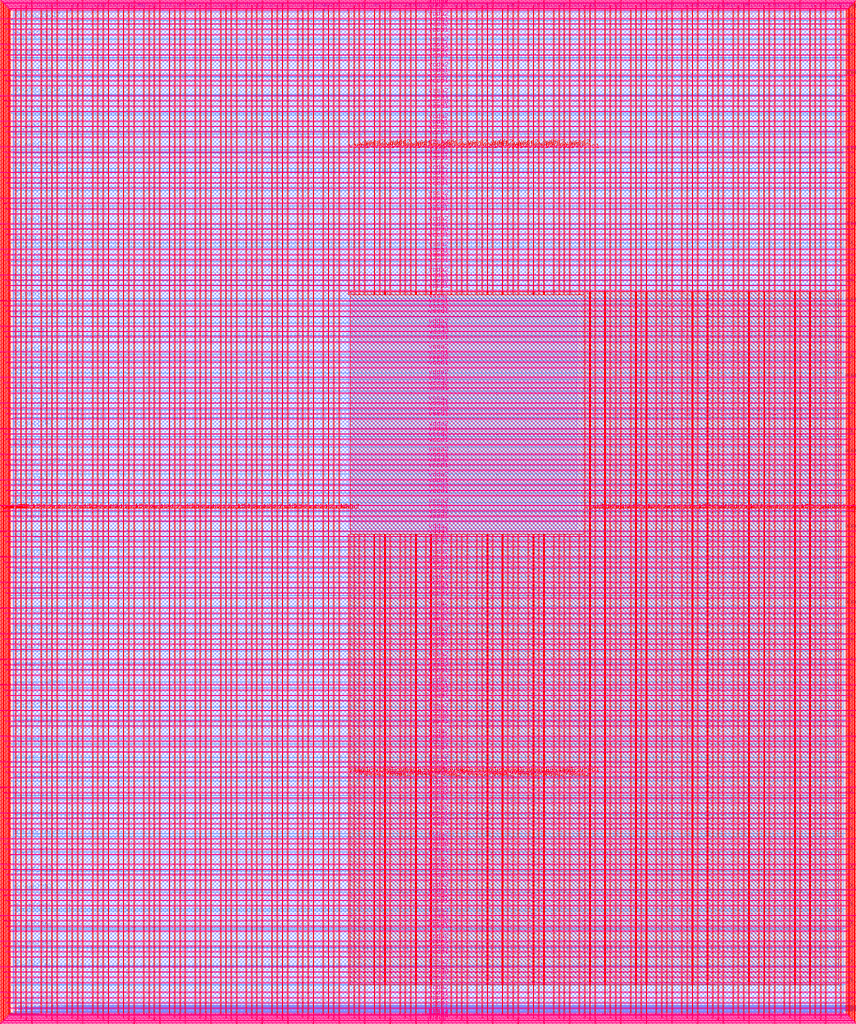
<source format=lef>
VERSION 5.7 ;
  NOWIREEXTENSIONATPIN ON ;
  DIVIDERCHAR "/" ;
  BUSBITCHARS "[]" ;
MACRO user_project_wrapper
  CLASS BLOCK ;
  FOREIGN user_project_wrapper ;
  ORIGIN 0.000 0.000 ;
  SIZE 2920.000 BY 3520.000 ;
  PIN analog_io[0]
    DIRECTION INOUT ;
    USE SIGNAL ;
    PORT
      LAYER met3 ;
        RECT 2917.600 1426.380 2924.800 1427.580 ;
    END
  END analog_io[0]
  PIN analog_io[10]
    DIRECTION INOUT ;
    USE SIGNAL ;
    PORT
      LAYER met2 ;
        RECT 2230.490 3517.600 2231.050 3524.800 ;
    END
  END analog_io[10]
  PIN analog_io[11]
    DIRECTION INOUT ;
    USE SIGNAL ;
    PORT
      LAYER met2 ;
        RECT 1905.730 3517.600 1906.290 3524.800 ;
    END
  END analog_io[11]
  PIN analog_io[12]
    DIRECTION INOUT ;
    USE SIGNAL ;
    PORT
      LAYER met2 ;
        RECT 1581.430 3517.600 1581.990 3524.800 ;
    END
  END analog_io[12]
  PIN analog_io[13]
    DIRECTION INOUT ;
    USE SIGNAL ;
    PORT
      LAYER met2 ;
        RECT 1257.130 3517.600 1257.690 3524.800 ;
    END
  END analog_io[13]
  PIN analog_io[14]
    DIRECTION INOUT ;
    USE SIGNAL ;
    PORT
      LAYER met2 ;
        RECT 932.370 3517.600 932.930 3524.800 ;
    END
  END analog_io[14]
  PIN analog_io[15]
    DIRECTION INOUT ;
    USE SIGNAL ;
    PORT
      LAYER met2 ;
        RECT 608.070 3517.600 608.630 3524.800 ;
    END
  END analog_io[15]
  PIN analog_io[16]
    DIRECTION INOUT ;
    USE SIGNAL ;
    PORT
      LAYER met2 ;
        RECT 283.770 3517.600 284.330 3524.800 ;
    END
  END analog_io[16]
  PIN analog_io[17]
    DIRECTION INOUT ;
    USE SIGNAL ;
    PORT
      LAYER met3 ;
        RECT -4.800 3486.100 2.400 3487.300 ;
    END
  END analog_io[17]
  PIN analog_io[18]
    DIRECTION INOUT ;
    USE SIGNAL ;
    PORT
      LAYER met3 ;
        RECT -4.800 3224.980 2.400 3226.180 ;
    END
  END analog_io[18]
  PIN analog_io[19]
    DIRECTION INOUT ;
    USE SIGNAL ;
    PORT
      LAYER met3 ;
        RECT -4.800 2964.540 2.400 2965.740 ;
    END
  END analog_io[19]
  PIN analog_io[1]
    DIRECTION INOUT ;
    USE SIGNAL ;
    PORT
      LAYER met3 ;
        RECT 2917.600 1692.260 2924.800 1693.460 ;
    END
  END analog_io[1]
  PIN analog_io[20]
    DIRECTION INOUT ;
    USE SIGNAL ;
    PORT
      LAYER met3 ;
        RECT -4.800 2703.420 2.400 2704.620 ;
    END
  END analog_io[20]
  PIN analog_io[21]
    DIRECTION INOUT ;
    USE SIGNAL ;
    PORT
      LAYER met3 ;
        RECT -4.800 2442.980 2.400 2444.180 ;
    END
  END analog_io[21]
  PIN analog_io[22]
    DIRECTION INOUT ;
    USE SIGNAL ;
    PORT
      LAYER met3 ;
        RECT -4.800 2182.540 2.400 2183.740 ;
    END
  END analog_io[22]
  PIN analog_io[23]
    DIRECTION INOUT ;
    USE SIGNAL ;
    PORT
      LAYER met3 ;
        RECT -4.800 1921.420 2.400 1922.620 ;
    END
  END analog_io[23]
  PIN analog_io[24]
    DIRECTION INOUT ;
    USE SIGNAL ;
    PORT
      LAYER met3 ;
        RECT -4.800 1660.980 2.400 1662.180 ;
    END
  END analog_io[24]
  PIN analog_io[25]
    DIRECTION INOUT ;
    USE SIGNAL ;
    PORT
      LAYER met3 ;
        RECT -4.800 1399.860 2.400 1401.060 ;
    END
  END analog_io[25]
  PIN analog_io[26]
    DIRECTION INOUT ;
    USE SIGNAL ;
    PORT
      LAYER met3 ;
        RECT -4.800 1139.420 2.400 1140.620 ;
    END
  END analog_io[26]
  PIN analog_io[27]
    DIRECTION INOUT ;
    USE SIGNAL ;
    PORT
      LAYER met3 ;
        RECT -4.800 878.980 2.400 880.180 ;
    END
  END analog_io[27]
  PIN analog_io[28]
    DIRECTION INOUT ;
    USE SIGNAL ;
    PORT
      LAYER met3 ;
        RECT -4.800 617.860 2.400 619.060 ;
    END
  END analog_io[28]
  PIN analog_io[2]
    DIRECTION INOUT ;
    USE SIGNAL ;
    PORT
      LAYER met3 ;
        RECT 2917.600 1958.140 2924.800 1959.340 ;
    END
  END analog_io[2]
  PIN analog_io[3]
    DIRECTION INOUT ;
    USE SIGNAL ;
    PORT
      LAYER met3 ;
        RECT 2917.600 2223.340 2924.800 2224.540 ;
    END
  END analog_io[3]
  PIN analog_io[4]
    DIRECTION INOUT ;
    USE SIGNAL ;
    PORT
      LAYER met3 ;
        RECT 2917.600 2489.220 2924.800 2490.420 ;
    END
  END analog_io[4]
  PIN analog_io[5]
    DIRECTION INOUT ;
    USE SIGNAL ;
    PORT
      LAYER met3 ;
        RECT 2917.600 2755.100 2924.800 2756.300 ;
    END
  END analog_io[5]
  PIN analog_io[6]
    DIRECTION INOUT ;
    USE SIGNAL ;
    PORT
      LAYER met3 ;
        RECT 2917.600 3020.300 2924.800 3021.500 ;
    END
  END analog_io[6]
  PIN analog_io[7]
    DIRECTION INOUT ;
    USE SIGNAL ;
    PORT
      LAYER met3 ;
        RECT 2917.600 3286.180 2924.800 3287.380 ;
    END
  END analog_io[7]
  PIN analog_io[8]
    DIRECTION INOUT ;
    USE SIGNAL ;
    PORT
      LAYER met2 ;
        RECT 2879.090 3517.600 2879.650 3524.800 ;
    END
  END analog_io[8]
  PIN analog_io[9]
    DIRECTION INOUT ;
    USE SIGNAL ;
    PORT
      LAYER met2 ;
        RECT 2554.790 3517.600 2555.350 3524.800 ;
    END
  END analog_io[9]
  PIN io_in[0]
    DIRECTION INPUT ;
    USE SIGNAL ;
    PORT
      LAYER met3 ;
        RECT 2917.600 32.380 2924.800 33.580 ;
    END
  END io_in[0]
  PIN io_in[10]
    DIRECTION INPUT ;
    USE SIGNAL ;
    PORT
      LAYER met3 ;
        RECT 2917.600 2289.980 2924.800 2291.180 ;
    END
  END io_in[10]
  PIN io_in[11]
    DIRECTION INPUT ;
    USE SIGNAL ;
    PORT
      LAYER met3 ;
        RECT 2917.600 2555.860 2924.800 2557.060 ;
    END
  END io_in[11]
  PIN io_in[12]
    DIRECTION INPUT ;
    USE SIGNAL ;
    PORT
      LAYER met3 ;
        RECT 2917.600 2821.060 2924.800 2822.260 ;
    END
  END io_in[12]
  PIN io_in[13]
    DIRECTION INPUT ;
    USE SIGNAL ;
    PORT
      LAYER met3 ;
        RECT 2917.600 3086.940 2924.800 3088.140 ;
    END
  END io_in[13]
  PIN io_in[14]
    DIRECTION INPUT ;
    USE SIGNAL ;
    PORT
      LAYER met3 ;
        RECT 2917.600 3352.820 2924.800 3354.020 ;
    END
  END io_in[14]
  PIN io_in[15]
    DIRECTION INPUT ;
    USE SIGNAL ;
    PORT
      LAYER met2 ;
        RECT 2798.130 3517.600 2798.690 3524.800 ;
    END
  END io_in[15]
  PIN io_in[16]
    DIRECTION INPUT ;
    USE SIGNAL ;
    PORT
      LAYER met2 ;
        RECT 2473.830 3517.600 2474.390 3524.800 ;
    END
  END io_in[16]
  PIN io_in[17]
    DIRECTION INPUT ;
    USE SIGNAL ;
    PORT
      LAYER met2 ;
        RECT 2149.070 3517.600 2149.630 3524.800 ;
    END
  END io_in[17]
  PIN io_in[18]
    DIRECTION INPUT ;
    USE SIGNAL ;
    PORT
      LAYER met2 ;
        RECT 1824.770 3517.600 1825.330 3524.800 ;
    END
  END io_in[18]
  PIN io_in[19]
    DIRECTION INPUT ;
    USE SIGNAL ;
    PORT
      LAYER met2 ;
        RECT 1500.470 3517.600 1501.030 3524.800 ;
    END
  END io_in[19]
  PIN io_in[1]
    DIRECTION INPUT ;
    USE SIGNAL ;
    PORT
      LAYER met3 ;
        RECT 2917.600 230.940 2924.800 232.140 ;
    END
  END io_in[1]
  PIN io_in[20]
    DIRECTION INPUT ;
    USE SIGNAL ;
    PORT
      LAYER met2 ;
        RECT 1175.710 3517.600 1176.270 3524.800 ;
    END
  END io_in[20]
  PIN io_in[21]
    DIRECTION INPUT ;
    USE SIGNAL ;
    PORT
      LAYER met2 ;
        RECT 851.410 3517.600 851.970 3524.800 ;
    END
  END io_in[21]
  PIN io_in[22]
    DIRECTION INPUT ;
    USE SIGNAL ;
    PORT
      LAYER met2 ;
        RECT 527.110 3517.600 527.670 3524.800 ;
    END
  END io_in[22]
  PIN io_in[23]
    DIRECTION INPUT ;
    USE SIGNAL ;
    PORT
      LAYER met2 ;
        RECT 202.350 3517.600 202.910 3524.800 ;
    END
  END io_in[23]
  PIN io_in[24]
    DIRECTION INPUT ;
    USE SIGNAL ;
    PORT
      LAYER met3 ;
        RECT -4.800 3420.820 2.400 3422.020 ;
    END
  END io_in[24]
  PIN io_in[25]
    DIRECTION INPUT ;
    USE SIGNAL ;
    PORT
      LAYER met3 ;
        RECT -4.800 3159.700 2.400 3160.900 ;
    END
  END io_in[25]
  PIN io_in[26]
    DIRECTION INPUT ;
    USE SIGNAL ;
    PORT
      LAYER met3 ;
        RECT -4.800 2899.260 2.400 2900.460 ;
    END
  END io_in[26]
  PIN io_in[27]
    DIRECTION INPUT ;
    USE SIGNAL ;
    PORT
      LAYER met3 ;
        RECT -4.800 2638.820 2.400 2640.020 ;
    END
  END io_in[27]
  PIN io_in[28]
    DIRECTION INPUT ;
    USE SIGNAL ;
    PORT
      LAYER met3 ;
        RECT -4.800 2377.700 2.400 2378.900 ;
    END
  END io_in[28]
  PIN io_in[29]
    DIRECTION INPUT ;
    USE SIGNAL ;
    PORT
      LAYER met3 ;
        RECT -4.800 2117.260 2.400 2118.460 ;
    END
  END io_in[29]
  PIN io_in[2]
    DIRECTION INPUT ;
    USE SIGNAL ;
    PORT
      LAYER met3 ;
        RECT 2917.600 430.180 2924.800 431.380 ;
    END
  END io_in[2]
  PIN io_in[30]
    DIRECTION INPUT ;
    USE SIGNAL ;
    PORT
      LAYER met3 ;
        RECT -4.800 1856.140 2.400 1857.340 ;
    END
  END io_in[30]
  PIN io_in[31]
    DIRECTION INPUT ;
    USE SIGNAL ;
    PORT
      LAYER met3 ;
        RECT -4.800 1595.700 2.400 1596.900 ;
    END
  END io_in[31]
  PIN io_in[32]
    DIRECTION INPUT ;
    USE SIGNAL ;
    PORT
      LAYER met3 ;
        RECT -4.800 1335.260 2.400 1336.460 ;
    END
  END io_in[32]
  PIN io_in[33]
    DIRECTION INPUT ;
    USE SIGNAL ;
    PORT
      LAYER met3 ;
        RECT -4.800 1074.140 2.400 1075.340 ;
    END
  END io_in[33]
  PIN io_in[34]
    DIRECTION INPUT ;
    USE SIGNAL ;
    PORT
      LAYER met3 ;
        RECT -4.800 813.700 2.400 814.900 ;
    END
  END io_in[34]
  PIN io_in[35]
    DIRECTION INPUT ;
    USE SIGNAL ;
    PORT
      LAYER met3 ;
        RECT -4.800 552.580 2.400 553.780 ;
    END
  END io_in[35]
  PIN io_in[36]
    DIRECTION INPUT ;
    USE SIGNAL ;
    PORT
      LAYER met3 ;
        RECT -4.800 357.420 2.400 358.620 ;
    END
  END io_in[36]
  PIN io_in[37]
    DIRECTION INPUT ;
    USE SIGNAL ;
    PORT
      LAYER met3 ;
        RECT -4.800 161.580 2.400 162.780 ;
    END
  END io_in[37]
  PIN io_in[3]
    DIRECTION INPUT ;
    USE SIGNAL ;
    PORT
      LAYER met3 ;
        RECT 2917.600 629.420 2924.800 630.620 ;
    END
  END io_in[3]
  PIN io_in[4]
    DIRECTION INPUT ;
    USE SIGNAL ;
    PORT
      LAYER met3 ;
        RECT 2917.600 828.660 2924.800 829.860 ;
    END
  END io_in[4]
  PIN io_in[5]
    DIRECTION INPUT ;
    USE SIGNAL ;
    PORT
      LAYER met3 ;
        RECT 2917.600 1027.900 2924.800 1029.100 ;
    END
  END io_in[5]
  PIN io_in[6]
    DIRECTION INPUT ;
    USE SIGNAL ;
    PORT
      LAYER met3 ;
        RECT 2917.600 1227.140 2924.800 1228.340 ;
    END
  END io_in[6]
  PIN io_in[7]
    DIRECTION INPUT ;
    USE SIGNAL ;
    PORT
      LAYER met3 ;
        RECT 2917.600 1493.020 2924.800 1494.220 ;
    END
  END io_in[7]
  PIN io_in[8]
    DIRECTION INPUT ;
    USE SIGNAL ;
    PORT
      LAYER met3 ;
        RECT 2917.600 1758.900 2924.800 1760.100 ;
    END
  END io_in[8]
  PIN io_in[9]
    DIRECTION INPUT ;
    USE SIGNAL ;
    PORT
      LAYER met3 ;
        RECT 2917.600 2024.100 2924.800 2025.300 ;
    END
  END io_in[9]
  PIN io_oeb[0]
    DIRECTION OUTPUT TRISTATE ;
    USE SIGNAL ;
    PORT
      LAYER met3 ;
        RECT 2917.600 164.980 2924.800 166.180 ;
    END
  END io_oeb[0]
  PIN io_oeb[10]
    DIRECTION OUTPUT TRISTATE ;
    USE SIGNAL ;
    PORT
      LAYER met3 ;
        RECT 2917.600 2422.580 2924.800 2423.780 ;
    END
  END io_oeb[10]
  PIN io_oeb[11]
    DIRECTION OUTPUT TRISTATE ;
    USE SIGNAL ;
    PORT
      LAYER met3 ;
        RECT 2917.600 2688.460 2924.800 2689.660 ;
    END
  END io_oeb[11]
  PIN io_oeb[12]
    DIRECTION OUTPUT TRISTATE ;
    USE SIGNAL ;
    PORT
      LAYER met3 ;
        RECT 2917.600 2954.340 2924.800 2955.540 ;
    END
  END io_oeb[12]
  PIN io_oeb[13]
    DIRECTION OUTPUT TRISTATE ;
    USE SIGNAL ;
    PORT
      LAYER met3 ;
        RECT 2917.600 3219.540 2924.800 3220.740 ;
    END
  END io_oeb[13]
  PIN io_oeb[14]
    DIRECTION OUTPUT TRISTATE ;
    USE SIGNAL ;
    PORT
      LAYER met3 ;
        RECT 2917.600 3485.420 2924.800 3486.620 ;
    END
  END io_oeb[14]
  PIN io_oeb[15]
    DIRECTION OUTPUT TRISTATE ;
    USE SIGNAL ;
    PORT
      LAYER met2 ;
        RECT 2635.750 3517.600 2636.310 3524.800 ;
    END
  END io_oeb[15]
  PIN io_oeb[16]
    DIRECTION OUTPUT TRISTATE ;
    USE SIGNAL ;
    PORT
      LAYER met2 ;
        RECT 2311.450 3517.600 2312.010 3524.800 ;
    END
  END io_oeb[16]
  PIN io_oeb[17]
    DIRECTION OUTPUT TRISTATE ;
    USE SIGNAL ;
    PORT
      LAYER met2 ;
        RECT 1987.150 3517.600 1987.710 3524.800 ;
    END
  END io_oeb[17]
  PIN io_oeb[18]
    DIRECTION OUTPUT TRISTATE ;
    USE SIGNAL ;
    PORT
      LAYER met2 ;
        RECT 1662.390 3517.600 1662.950 3524.800 ;
    END
  END io_oeb[18]
  PIN io_oeb[19]
    DIRECTION OUTPUT TRISTATE ;
    USE SIGNAL ;
    PORT
      LAYER met2 ;
        RECT 1338.090 3517.600 1338.650 3524.800 ;
    END
  END io_oeb[19]
  PIN io_oeb[1]
    DIRECTION OUTPUT TRISTATE ;
    USE SIGNAL ;
    PORT
      LAYER met3 ;
        RECT 2917.600 364.220 2924.800 365.420 ;
    END
  END io_oeb[1]
  PIN io_oeb[20]
    DIRECTION OUTPUT TRISTATE ;
    USE SIGNAL ;
    PORT
      LAYER met2 ;
        RECT 1013.790 3517.600 1014.350 3524.800 ;
    END
  END io_oeb[20]
  PIN io_oeb[21]
    DIRECTION OUTPUT TRISTATE ;
    USE SIGNAL ;
    PORT
      LAYER met2 ;
        RECT 689.030 3517.600 689.590 3524.800 ;
    END
  END io_oeb[21]
  PIN io_oeb[22]
    DIRECTION OUTPUT TRISTATE ;
    USE SIGNAL ;
    PORT
      LAYER met2 ;
        RECT 364.730 3517.600 365.290 3524.800 ;
    END
  END io_oeb[22]
  PIN io_oeb[23]
    DIRECTION OUTPUT TRISTATE ;
    USE SIGNAL ;
    PORT
      LAYER met2 ;
        RECT 40.430 3517.600 40.990 3524.800 ;
    END
  END io_oeb[23]
  PIN io_oeb[24]
    DIRECTION OUTPUT TRISTATE ;
    USE SIGNAL ;
    PORT
      LAYER met3 ;
        RECT -4.800 3290.260 2.400 3291.460 ;
    END
  END io_oeb[24]
  PIN io_oeb[25]
    DIRECTION OUTPUT TRISTATE ;
    USE SIGNAL ;
    PORT
      LAYER met3 ;
        RECT -4.800 3029.820 2.400 3031.020 ;
    END
  END io_oeb[25]
  PIN io_oeb[26]
    DIRECTION OUTPUT TRISTATE ;
    USE SIGNAL ;
    PORT
      LAYER met3 ;
        RECT -4.800 2768.700 2.400 2769.900 ;
    END
  END io_oeb[26]
  PIN io_oeb[27]
    DIRECTION OUTPUT TRISTATE ;
    USE SIGNAL ;
    PORT
      LAYER met3 ;
        RECT -4.800 2508.260 2.400 2509.460 ;
    END
  END io_oeb[27]
  PIN io_oeb[28]
    DIRECTION OUTPUT TRISTATE ;
    USE SIGNAL ;
    PORT
      LAYER met3 ;
        RECT -4.800 2247.140 2.400 2248.340 ;
    END
  END io_oeb[28]
  PIN io_oeb[29]
    DIRECTION OUTPUT TRISTATE ;
    USE SIGNAL ;
    PORT
      LAYER met3 ;
        RECT -4.800 1986.700 2.400 1987.900 ;
    END
  END io_oeb[29]
  PIN io_oeb[2]
    DIRECTION OUTPUT TRISTATE ;
    USE SIGNAL ;
    PORT
      LAYER met3 ;
        RECT 2917.600 563.460 2924.800 564.660 ;
    END
  END io_oeb[2]
  PIN io_oeb[30]
    DIRECTION OUTPUT TRISTATE ;
    USE SIGNAL ;
    PORT
      LAYER met3 ;
        RECT -4.800 1726.260 2.400 1727.460 ;
    END
  END io_oeb[30]
  PIN io_oeb[31]
    DIRECTION OUTPUT TRISTATE ;
    USE SIGNAL ;
    PORT
      LAYER met3 ;
        RECT -4.800 1465.140 2.400 1466.340 ;
    END
  END io_oeb[31]
  PIN io_oeb[32]
    DIRECTION OUTPUT TRISTATE ;
    USE SIGNAL ;
    PORT
      LAYER met3 ;
        RECT -4.800 1204.700 2.400 1205.900 ;
    END
  END io_oeb[32]
  PIN io_oeb[33]
    DIRECTION OUTPUT TRISTATE ;
    USE SIGNAL ;
    PORT
      LAYER met3 ;
        RECT -4.800 943.580 2.400 944.780 ;
    END
  END io_oeb[33]
  PIN io_oeb[34]
    DIRECTION OUTPUT TRISTATE ;
    USE SIGNAL ;
    PORT
      LAYER met3 ;
        RECT -4.800 683.140 2.400 684.340 ;
    END
  END io_oeb[34]
  PIN io_oeb[35]
    DIRECTION OUTPUT TRISTATE ;
    USE SIGNAL ;
    PORT
      LAYER met3 ;
        RECT -4.800 422.700 2.400 423.900 ;
    END
  END io_oeb[35]
  PIN io_oeb[36]
    DIRECTION OUTPUT TRISTATE ;
    USE SIGNAL ;
    PORT
      LAYER met3 ;
        RECT -4.800 226.860 2.400 228.060 ;
    END
  END io_oeb[36]
  PIN io_oeb[37]
    DIRECTION OUTPUT TRISTATE ;
    USE SIGNAL ;
    PORT
      LAYER met3 ;
        RECT -4.800 31.700 2.400 32.900 ;
    END
  END io_oeb[37]
  PIN io_oeb[3]
    DIRECTION OUTPUT TRISTATE ;
    USE SIGNAL ;
    PORT
      LAYER met3 ;
        RECT 2917.600 762.700 2924.800 763.900 ;
    END
  END io_oeb[3]
  PIN io_oeb[4]
    DIRECTION OUTPUT TRISTATE ;
    USE SIGNAL ;
    PORT
      LAYER met3 ;
        RECT 2917.600 961.940 2924.800 963.140 ;
    END
  END io_oeb[4]
  PIN io_oeb[5]
    DIRECTION OUTPUT TRISTATE ;
    USE SIGNAL ;
    PORT
      LAYER met3 ;
        RECT 2917.600 1161.180 2924.800 1162.380 ;
    END
  END io_oeb[5]
  PIN io_oeb[6]
    DIRECTION OUTPUT TRISTATE ;
    USE SIGNAL ;
    PORT
      LAYER met3 ;
        RECT 2917.600 1360.420 2924.800 1361.620 ;
    END
  END io_oeb[6]
  PIN io_oeb[7]
    DIRECTION OUTPUT TRISTATE ;
    USE SIGNAL ;
    PORT
      LAYER met3 ;
        RECT 2917.600 1625.620 2924.800 1626.820 ;
    END
  END io_oeb[7]
  PIN io_oeb[8]
    DIRECTION OUTPUT TRISTATE ;
    USE SIGNAL ;
    PORT
      LAYER met3 ;
        RECT 2917.600 1891.500 2924.800 1892.700 ;
    END
  END io_oeb[8]
  PIN io_oeb[9]
    DIRECTION OUTPUT TRISTATE ;
    USE SIGNAL ;
    PORT
      LAYER met3 ;
        RECT 2917.600 2157.380 2924.800 2158.580 ;
    END
  END io_oeb[9]
  PIN io_out[0]
    DIRECTION OUTPUT TRISTATE ;
    USE SIGNAL ;
    PORT
      LAYER met3 ;
        RECT 2917.600 98.340 2924.800 99.540 ;
    END
  END io_out[0]
  PIN io_out[10]
    DIRECTION OUTPUT TRISTATE ;
    USE SIGNAL ;
    PORT
      LAYER met3 ;
        RECT 2917.600 2356.620 2924.800 2357.820 ;
    END
  END io_out[10]
  PIN io_out[11]
    DIRECTION OUTPUT TRISTATE ;
    USE SIGNAL ;
    PORT
      LAYER met3 ;
        RECT 2917.600 2621.820 2924.800 2623.020 ;
    END
  END io_out[11]
  PIN io_out[12]
    DIRECTION OUTPUT TRISTATE ;
    USE SIGNAL ;
    PORT
      LAYER met3 ;
        RECT 2917.600 2887.700 2924.800 2888.900 ;
    END
  END io_out[12]
  PIN io_out[13]
    DIRECTION OUTPUT TRISTATE ;
    USE SIGNAL ;
    PORT
      LAYER met3 ;
        RECT 2917.600 3153.580 2924.800 3154.780 ;
    END
  END io_out[13]
  PIN io_out[14]
    DIRECTION OUTPUT TRISTATE ;
    USE SIGNAL ;
    PORT
      LAYER met3 ;
        RECT 2917.600 3418.780 2924.800 3419.980 ;
    END
  END io_out[14]
  PIN io_out[15]
    DIRECTION OUTPUT TRISTATE ;
    USE SIGNAL ;
    PORT
      LAYER met2 ;
        RECT 2717.170 3517.600 2717.730 3524.800 ;
    END
  END io_out[15]
  PIN io_out[16]
    DIRECTION OUTPUT TRISTATE ;
    USE SIGNAL ;
    PORT
      LAYER met2 ;
        RECT 2392.410 3517.600 2392.970 3524.800 ;
    END
  END io_out[16]
  PIN io_out[17]
    DIRECTION OUTPUT TRISTATE ;
    USE SIGNAL ;
    PORT
      LAYER met2 ;
        RECT 2068.110 3517.600 2068.670 3524.800 ;
    END
  END io_out[17]
  PIN io_out[18]
    DIRECTION OUTPUT TRISTATE ;
    USE SIGNAL ;
    PORT
      LAYER met2 ;
        RECT 1743.810 3517.600 1744.370 3524.800 ;
    END
  END io_out[18]
  PIN io_out[19]
    DIRECTION OUTPUT TRISTATE ;
    USE SIGNAL ;
    PORT
      LAYER met2 ;
        RECT 1419.050 3517.600 1419.610 3524.800 ;
    END
  END io_out[19]
  PIN io_out[1]
    DIRECTION OUTPUT TRISTATE ;
    USE SIGNAL ;
    PORT
      LAYER met3 ;
        RECT 2917.600 297.580 2924.800 298.780 ;
    END
  END io_out[1]
  PIN io_out[20]
    DIRECTION OUTPUT TRISTATE ;
    USE SIGNAL ;
    PORT
      LAYER met2 ;
        RECT 1094.750 3517.600 1095.310 3524.800 ;
    END
  END io_out[20]
  PIN io_out[21]
    DIRECTION OUTPUT TRISTATE ;
    USE SIGNAL ;
    PORT
      LAYER met2 ;
        RECT 770.450 3517.600 771.010 3524.800 ;
    END
  END io_out[21]
  PIN io_out[22]
    DIRECTION OUTPUT TRISTATE ;
    USE SIGNAL ;
    PORT
      LAYER met2 ;
        RECT 445.690 3517.600 446.250 3524.800 ;
    END
  END io_out[22]
  PIN io_out[23]
    DIRECTION OUTPUT TRISTATE ;
    USE SIGNAL ;
    PORT
      LAYER met2 ;
        RECT 121.390 3517.600 121.950 3524.800 ;
    END
  END io_out[23]
  PIN io_out[24]
    DIRECTION OUTPUT TRISTATE ;
    USE SIGNAL ;
    PORT
      LAYER met3 ;
        RECT -4.800 3355.540 2.400 3356.740 ;
    END
  END io_out[24]
  PIN io_out[25]
    DIRECTION OUTPUT TRISTATE ;
    USE SIGNAL ;
    PORT
      LAYER met3 ;
        RECT -4.800 3095.100 2.400 3096.300 ;
    END
  END io_out[25]
  PIN io_out[26]
    DIRECTION OUTPUT TRISTATE ;
    USE SIGNAL ;
    PORT
      LAYER met3 ;
        RECT -4.800 2833.980 2.400 2835.180 ;
    END
  END io_out[26]
  PIN io_out[27]
    DIRECTION OUTPUT TRISTATE ;
    USE SIGNAL ;
    PORT
      LAYER met3 ;
        RECT -4.800 2573.540 2.400 2574.740 ;
    END
  END io_out[27]
  PIN io_out[28]
    DIRECTION OUTPUT TRISTATE ;
    USE SIGNAL ;
    PORT
      LAYER met3 ;
        RECT -4.800 2312.420 2.400 2313.620 ;
    END
  END io_out[28]
  PIN io_out[29]
    DIRECTION OUTPUT TRISTATE ;
    USE SIGNAL ;
    PORT
      LAYER met3 ;
        RECT -4.800 2051.980 2.400 2053.180 ;
    END
  END io_out[29]
  PIN io_out[2]
    DIRECTION OUTPUT TRISTATE ;
    USE SIGNAL ;
    PORT
      LAYER met3 ;
        RECT 2917.600 496.820 2924.800 498.020 ;
    END
  END io_out[2]
  PIN io_out[30]
    DIRECTION OUTPUT TRISTATE ;
    USE SIGNAL ;
    PORT
      LAYER met3 ;
        RECT -4.800 1791.540 2.400 1792.740 ;
    END
  END io_out[30]
  PIN io_out[31]
    DIRECTION OUTPUT TRISTATE ;
    USE SIGNAL ;
    PORT
      LAYER met3 ;
        RECT -4.800 1530.420 2.400 1531.620 ;
    END
  END io_out[31]
  PIN io_out[32]
    DIRECTION OUTPUT TRISTATE ;
    USE SIGNAL ;
    PORT
      LAYER met3 ;
        RECT -4.800 1269.980 2.400 1271.180 ;
    END
  END io_out[32]
  PIN io_out[33]
    DIRECTION OUTPUT TRISTATE ;
    USE SIGNAL ;
    PORT
      LAYER met3 ;
        RECT -4.800 1008.860 2.400 1010.060 ;
    END
  END io_out[33]
  PIN io_out[34]
    DIRECTION OUTPUT TRISTATE ;
    USE SIGNAL ;
    PORT
      LAYER met3 ;
        RECT -4.800 748.420 2.400 749.620 ;
    END
  END io_out[34]
  PIN io_out[35]
    DIRECTION OUTPUT TRISTATE ;
    USE SIGNAL ;
    PORT
      LAYER met3 ;
        RECT -4.800 487.300 2.400 488.500 ;
    END
  END io_out[35]
  PIN io_out[36]
    DIRECTION OUTPUT TRISTATE ;
    USE SIGNAL ;
    PORT
      LAYER met3 ;
        RECT -4.800 292.140 2.400 293.340 ;
    END
  END io_out[36]
  PIN io_out[37]
    DIRECTION OUTPUT TRISTATE ;
    USE SIGNAL ;
    PORT
      LAYER met3 ;
        RECT -4.800 96.300 2.400 97.500 ;
    END
  END io_out[37]
  PIN io_out[3]
    DIRECTION OUTPUT TRISTATE ;
    USE SIGNAL ;
    PORT
      LAYER met3 ;
        RECT 2917.600 696.060 2924.800 697.260 ;
    END
  END io_out[3]
  PIN io_out[4]
    DIRECTION OUTPUT TRISTATE ;
    USE SIGNAL ;
    PORT
      LAYER met3 ;
        RECT 2917.600 895.300 2924.800 896.500 ;
    END
  END io_out[4]
  PIN io_out[5]
    DIRECTION OUTPUT TRISTATE ;
    USE SIGNAL ;
    PORT
      LAYER met3 ;
        RECT 2917.600 1094.540 2924.800 1095.740 ;
    END
  END io_out[5]
  PIN io_out[6]
    DIRECTION OUTPUT TRISTATE ;
    USE SIGNAL ;
    PORT
      LAYER met3 ;
        RECT 2917.600 1293.780 2924.800 1294.980 ;
    END
  END io_out[6]
  PIN io_out[7]
    DIRECTION OUTPUT TRISTATE ;
    USE SIGNAL ;
    PORT
      LAYER met3 ;
        RECT 2917.600 1559.660 2924.800 1560.860 ;
    END
  END io_out[7]
  PIN io_out[8]
    DIRECTION OUTPUT TRISTATE ;
    USE SIGNAL ;
    PORT
      LAYER met3 ;
        RECT 2917.600 1824.860 2924.800 1826.060 ;
    END
  END io_out[8]
  PIN io_out[9]
    DIRECTION OUTPUT TRISTATE ;
    USE SIGNAL ;
    PORT
      LAYER met3 ;
        RECT 2917.600 2090.740 2924.800 2091.940 ;
    END
  END io_out[9]
  PIN la_data_in[0]
    DIRECTION INPUT ;
    USE SIGNAL ;
    PORT
      LAYER met2 ;
        RECT 629.230 -4.800 629.790 2.400 ;
    END
  END la_data_in[0]
  PIN la_data_in[100]
    DIRECTION INPUT ;
    USE SIGNAL ;
    PORT
      LAYER met2 ;
        RECT 2402.530 -4.800 2403.090 2.400 ;
    END
  END la_data_in[100]
  PIN la_data_in[101]
    DIRECTION INPUT ;
    USE SIGNAL ;
    PORT
      LAYER met2 ;
        RECT 2420.010 -4.800 2420.570 2.400 ;
    END
  END la_data_in[101]
  PIN la_data_in[102]
    DIRECTION INPUT ;
    USE SIGNAL ;
    PORT
      LAYER met2 ;
        RECT 2437.950 -4.800 2438.510 2.400 ;
    END
  END la_data_in[102]
  PIN la_data_in[103]
    DIRECTION INPUT ;
    USE SIGNAL ;
    PORT
      LAYER met2 ;
        RECT 2455.430 -4.800 2455.990 2.400 ;
    END
  END la_data_in[103]
  PIN la_data_in[104]
    DIRECTION INPUT ;
    USE SIGNAL ;
    PORT
      LAYER met2 ;
        RECT 2473.370 -4.800 2473.930 2.400 ;
    END
  END la_data_in[104]
  PIN la_data_in[105]
    DIRECTION INPUT ;
    USE SIGNAL ;
    PORT
      LAYER met2 ;
        RECT 2490.850 -4.800 2491.410 2.400 ;
    END
  END la_data_in[105]
  PIN la_data_in[106]
    DIRECTION INPUT ;
    USE SIGNAL ;
    PORT
      LAYER met2 ;
        RECT 2508.790 -4.800 2509.350 2.400 ;
    END
  END la_data_in[106]
  PIN la_data_in[107]
    DIRECTION INPUT ;
    USE SIGNAL ;
    PORT
      LAYER met2 ;
        RECT 2526.730 -4.800 2527.290 2.400 ;
    END
  END la_data_in[107]
  PIN la_data_in[108]
    DIRECTION INPUT ;
    USE SIGNAL ;
    PORT
      LAYER met2 ;
        RECT 2544.210 -4.800 2544.770 2.400 ;
    END
  END la_data_in[108]
  PIN la_data_in[109]
    DIRECTION INPUT ;
    USE SIGNAL ;
    PORT
      LAYER met2 ;
        RECT 2562.150 -4.800 2562.710 2.400 ;
    END
  END la_data_in[109]
  PIN la_data_in[10]
    DIRECTION INPUT ;
    USE SIGNAL ;
    PORT
      LAYER met2 ;
        RECT 806.330 -4.800 806.890 2.400 ;
    END
  END la_data_in[10]
  PIN la_data_in[110]
    DIRECTION INPUT ;
    USE SIGNAL ;
    PORT
      LAYER met2 ;
        RECT 2579.630 -4.800 2580.190 2.400 ;
    END
  END la_data_in[110]
  PIN la_data_in[111]
    DIRECTION INPUT ;
    USE SIGNAL ;
    PORT
      LAYER met2 ;
        RECT 2597.570 -4.800 2598.130 2.400 ;
    END
  END la_data_in[111]
  PIN la_data_in[112]
    DIRECTION INPUT ;
    USE SIGNAL ;
    PORT
      LAYER met2 ;
        RECT 2615.050 -4.800 2615.610 2.400 ;
    END
  END la_data_in[112]
  PIN la_data_in[113]
    DIRECTION INPUT ;
    USE SIGNAL ;
    PORT
      LAYER met2 ;
        RECT 2632.990 -4.800 2633.550 2.400 ;
    END
  END la_data_in[113]
  PIN la_data_in[114]
    DIRECTION INPUT ;
    USE SIGNAL ;
    PORT
      LAYER met2 ;
        RECT 2650.470 -4.800 2651.030 2.400 ;
    END
  END la_data_in[114]
  PIN la_data_in[115]
    DIRECTION INPUT ;
    USE SIGNAL ;
    PORT
      LAYER met2 ;
        RECT 2668.410 -4.800 2668.970 2.400 ;
    END
  END la_data_in[115]
  PIN la_data_in[116]
    DIRECTION INPUT ;
    USE SIGNAL ;
    PORT
      LAYER met2 ;
        RECT 2685.890 -4.800 2686.450 2.400 ;
    END
  END la_data_in[116]
  PIN la_data_in[117]
    DIRECTION INPUT ;
    USE SIGNAL ;
    PORT
      LAYER met2 ;
        RECT 2703.830 -4.800 2704.390 2.400 ;
    END
  END la_data_in[117]
  PIN la_data_in[118]
    DIRECTION INPUT ;
    USE SIGNAL ;
    PORT
      LAYER met2 ;
        RECT 2721.770 -4.800 2722.330 2.400 ;
    END
  END la_data_in[118]
  PIN la_data_in[119]
    DIRECTION INPUT ;
    USE SIGNAL ;
    PORT
      LAYER met2 ;
        RECT 2739.250 -4.800 2739.810 2.400 ;
    END
  END la_data_in[119]
  PIN la_data_in[11]
    DIRECTION INPUT ;
    USE SIGNAL ;
    PORT
      LAYER met2 ;
        RECT 824.270 -4.800 824.830 2.400 ;
    END
  END la_data_in[11]
  PIN la_data_in[120]
    DIRECTION INPUT ;
    USE SIGNAL ;
    PORT
      LAYER met2 ;
        RECT 2757.190 -4.800 2757.750 2.400 ;
    END
  END la_data_in[120]
  PIN la_data_in[121]
    DIRECTION INPUT ;
    USE SIGNAL ;
    PORT
      LAYER met2 ;
        RECT 2774.670 -4.800 2775.230 2.400 ;
    END
  END la_data_in[121]
  PIN la_data_in[122]
    DIRECTION INPUT ;
    USE SIGNAL ;
    PORT
      LAYER met2 ;
        RECT 2792.610 -4.800 2793.170 2.400 ;
    END
  END la_data_in[122]
  PIN la_data_in[123]
    DIRECTION INPUT ;
    USE SIGNAL ;
    PORT
      LAYER met2 ;
        RECT 2810.090 -4.800 2810.650 2.400 ;
    END
  END la_data_in[123]
  PIN la_data_in[124]
    DIRECTION INPUT ;
    USE SIGNAL ;
    PORT
      LAYER met2 ;
        RECT 2828.030 -4.800 2828.590 2.400 ;
    END
  END la_data_in[124]
  PIN la_data_in[125]
    DIRECTION INPUT ;
    USE SIGNAL ;
    PORT
      LAYER met2 ;
        RECT 2845.510 -4.800 2846.070 2.400 ;
    END
  END la_data_in[125]
  PIN la_data_in[126]
    DIRECTION INPUT ;
    USE SIGNAL ;
    PORT
      LAYER met2 ;
        RECT 2863.450 -4.800 2864.010 2.400 ;
    END
  END la_data_in[126]
  PIN la_data_in[127]
    DIRECTION INPUT ;
    USE SIGNAL ;
    PORT
      LAYER met2 ;
        RECT 2881.390 -4.800 2881.950 2.400 ;
    END
  END la_data_in[127]
  PIN la_data_in[12]
    DIRECTION INPUT ;
    USE SIGNAL ;
    PORT
      LAYER met2 ;
        RECT 841.750 -4.800 842.310 2.400 ;
    END
  END la_data_in[12]
  PIN la_data_in[13]
    DIRECTION INPUT ;
    USE SIGNAL ;
    PORT
      LAYER met2 ;
        RECT 859.690 -4.800 860.250 2.400 ;
    END
  END la_data_in[13]
  PIN la_data_in[14]
    DIRECTION INPUT ;
    USE SIGNAL ;
    PORT
      LAYER met2 ;
        RECT 877.170 -4.800 877.730 2.400 ;
    END
  END la_data_in[14]
  PIN la_data_in[15]
    DIRECTION INPUT ;
    USE SIGNAL ;
    PORT
      LAYER met2 ;
        RECT 895.110 -4.800 895.670 2.400 ;
    END
  END la_data_in[15]
  PIN la_data_in[16]
    DIRECTION INPUT ;
    USE SIGNAL ;
    PORT
      LAYER met2 ;
        RECT 912.590 -4.800 913.150 2.400 ;
    END
  END la_data_in[16]
  PIN la_data_in[17]
    DIRECTION INPUT ;
    USE SIGNAL ;
    PORT
      LAYER met2 ;
        RECT 930.530 -4.800 931.090 2.400 ;
    END
  END la_data_in[17]
  PIN la_data_in[18]
    DIRECTION INPUT ;
    USE SIGNAL ;
    PORT
      LAYER met2 ;
        RECT 948.470 -4.800 949.030 2.400 ;
    END
  END la_data_in[18]
  PIN la_data_in[19]
    DIRECTION INPUT ;
    USE SIGNAL ;
    PORT
      LAYER met2 ;
        RECT 965.950 -4.800 966.510 2.400 ;
    END
  END la_data_in[19]
  PIN la_data_in[1]
    DIRECTION INPUT ;
    USE SIGNAL ;
    PORT
      LAYER met2 ;
        RECT 646.710 -4.800 647.270 2.400 ;
    END
  END la_data_in[1]
  PIN la_data_in[20]
    DIRECTION INPUT ;
    USE SIGNAL ;
    PORT
      LAYER met2 ;
        RECT 983.890 -4.800 984.450 2.400 ;
    END
  END la_data_in[20]
  PIN la_data_in[21]
    DIRECTION INPUT ;
    USE SIGNAL ;
    PORT
      LAYER met2 ;
        RECT 1001.370 -4.800 1001.930 2.400 ;
    END
  END la_data_in[21]
  PIN la_data_in[22]
    DIRECTION INPUT ;
    USE SIGNAL ;
    PORT
      LAYER met2 ;
        RECT 1019.310 -4.800 1019.870 2.400 ;
    END
  END la_data_in[22]
  PIN la_data_in[23]
    DIRECTION INPUT ;
    USE SIGNAL ;
    PORT
      LAYER met2 ;
        RECT 1036.790 -4.800 1037.350 2.400 ;
    END
  END la_data_in[23]
  PIN la_data_in[24]
    DIRECTION INPUT ;
    USE SIGNAL ;
    PORT
      LAYER met2 ;
        RECT 1054.730 -4.800 1055.290 2.400 ;
    END
  END la_data_in[24]
  PIN la_data_in[25]
    DIRECTION INPUT ;
    USE SIGNAL ;
    PORT
      LAYER met2 ;
        RECT 1072.210 -4.800 1072.770 2.400 ;
    END
  END la_data_in[25]
  PIN la_data_in[26]
    DIRECTION INPUT ;
    USE SIGNAL ;
    PORT
      LAYER met2 ;
        RECT 1090.150 -4.800 1090.710 2.400 ;
    END
  END la_data_in[26]
  PIN la_data_in[27]
    DIRECTION INPUT ;
    USE SIGNAL ;
    PORT
      LAYER met2 ;
        RECT 1107.630 -4.800 1108.190 2.400 ;
    END
  END la_data_in[27]
  PIN la_data_in[28]
    DIRECTION INPUT ;
    USE SIGNAL ;
    PORT
      LAYER met2 ;
        RECT 1125.570 -4.800 1126.130 2.400 ;
    END
  END la_data_in[28]
  PIN la_data_in[29]
    DIRECTION INPUT ;
    USE SIGNAL ;
    PORT
      LAYER met2 ;
        RECT 1143.510 -4.800 1144.070 2.400 ;
    END
  END la_data_in[29]
  PIN la_data_in[2]
    DIRECTION INPUT ;
    USE SIGNAL ;
    PORT
      LAYER met2 ;
        RECT 664.650 -4.800 665.210 2.400 ;
    END
  END la_data_in[2]
  PIN la_data_in[30]
    DIRECTION INPUT ;
    USE SIGNAL ;
    PORT
      LAYER met2 ;
        RECT 1160.990 -4.800 1161.550 2.400 ;
    END
  END la_data_in[30]
  PIN la_data_in[31]
    DIRECTION INPUT ;
    USE SIGNAL ;
    PORT
      LAYER met2 ;
        RECT 1178.930 -4.800 1179.490 2.400 ;
    END
  END la_data_in[31]
  PIN la_data_in[32]
    DIRECTION INPUT ;
    USE SIGNAL ;
    PORT
      LAYER met2 ;
        RECT 1196.410 -4.800 1196.970 2.400 ;
    END
  END la_data_in[32]
  PIN la_data_in[33]
    DIRECTION INPUT ;
    USE SIGNAL ;
    PORT
      LAYER met2 ;
        RECT 1214.350 -4.800 1214.910 2.400 ;
    END
  END la_data_in[33]
  PIN la_data_in[34]
    DIRECTION INPUT ;
    USE SIGNAL ;
    PORT
      LAYER met2 ;
        RECT 1231.830 -4.800 1232.390 2.400 ;
    END
  END la_data_in[34]
  PIN la_data_in[35]
    DIRECTION INPUT ;
    USE SIGNAL ;
    PORT
      LAYER met2 ;
        RECT 1249.770 -4.800 1250.330 2.400 ;
    END
  END la_data_in[35]
  PIN la_data_in[36]
    DIRECTION INPUT ;
    USE SIGNAL ;
    PORT
      LAYER met2 ;
        RECT 1267.250 -4.800 1267.810 2.400 ;
    END
  END la_data_in[36]
  PIN la_data_in[37]
    DIRECTION INPUT ;
    USE SIGNAL ;
    PORT
      LAYER met2 ;
        RECT 1285.190 -4.800 1285.750 2.400 ;
    END
  END la_data_in[37]
  PIN la_data_in[38]
    DIRECTION INPUT ;
    USE SIGNAL ;
    PORT
      LAYER met2 ;
        RECT 1303.130 -4.800 1303.690 2.400 ;
    END
  END la_data_in[38]
  PIN la_data_in[39]
    DIRECTION INPUT ;
    USE SIGNAL ;
    PORT
      LAYER met2 ;
        RECT 1320.610 -4.800 1321.170 2.400 ;
    END
  END la_data_in[39]
  PIN la_data_in[3]
    DIRECTION INPUT ;
    USE SIGNAL ;
    PORT
      LAYER met2 ;
        RECT 682.130 -4.800 682.690 2.400 ;
    END
  END la_data_in[3]
  PIN la_data_in[40]
    DIRECTION INPUT ;
    USE SIGNAL ;
    PORT
      LAYER met2 ;
        RECT 1338.550 -4.800 1339.110 2.400 ;
    END
  END la_data_in[40]
  PIN la_data_in[41]
    DIRECTION INPUT ;
    USE SIGNAL ;
    PORT
      LAYER met2 ;
        RECT 1356.030 -4.800 1356.590 2.400 ;
    END
  END la_data_in[41]
  PIN la_data_in[42]
    DIRECTION INPUT ;
    USE SIGNAL ;
    PORT
      LAYER met2 ;
        RECT 1373.970 -4.800 1374.530 2.400 ;
    END
  END la_data_in[42]
  PIN la_data_in[43]
    DIRECTION INPUT ;
    USE SIGNAL ;
    PORT
      LAYER met2 ;
        RECT 1391.450 -4.800 1392.010 2.400 ;
    END
  END la_data_in[43]
  PIN la_data_in[44]
    DIRECTION INPUT ;
    USE SIGNAL ;
    PORT
      LAYER met2 ;
        RECT 1409.390 -4.800 1409.950 2.400 ;
    END
  END la_data_in[44]
  PIN la_data_in[45]
    DIRECTION INPUT ;
    USE SIGNAL ;
    PORT
      LAYER met2 ;
        RECT 1426.870 -4.800 1427.430 2.400 ;
    END
  END la_data_in[45]
  PIN la_data_in[46]
    DIRECTION INPUT ;
    USE SIGNAL ;
    PORT
      LAYER met2 ;
        RECT 1444.810 -4.800 1445.370 2.400 ;
    END
  END la_data_in[46]
  PIN la_data_in[47]
    DIRECTION INPUT ;
    USE SIGNAL ;
    PORT
      LAYER met2 ;
        RECT 1462.750 -4.800 1463.310 2.400 ;
    END
  END la_data_in[47]
  PIN la_data_in[48]
    DIRECTION INPUT ;
    USE SIGNAL ;
    PORT
      LAYER met2 ;
        RECT 1480.230 -4.800 1480.790 2.400 ;
    END
  END la_data_in[48]
  PIN la_data_in[49]
    DIRECTION INPUT ;
    USE SIGNAL ;
    PORT
      LAYER met2 ;
        RECT 1498.170 -4.800 1498.730 2.400 ;
    END
  END la_data_in[49]
  PIN la_data_in[4]
    DIRECTION INPUT ;
    USE SIGNAL ;
    PORT
      LAYER met2 ;
        RECT 700.070 -4.800 700.630 2.400 ;
    END
  END la_data_in[4]
  PIN la_data_in[50]
    DIRECTION INPUT ;
    USE SIGNAL ;
    PORT
      LAYER met2 ;
        RECT 1515.650 -4.800 1516.210 2.400 ;
    END
  END la_data_in[50]
  PIN la_data_in[51]
    DIRECTION INPUT ;
    USE SIGNAL ;
    PORT
      LAYER met2 ;
        RECT 1533.590 -4.800 1534.150 2.400 ;
    END
  END la_data_in[51]
  PIN la_data_in[52]
    DIRECTION INPUT ;
    USE SIGNAL ;
    PORT
      LAYER met2 ;
        RECT 1551.070 -4.800 1551.630 2.400 ;
    END
  END la_data_in[52]
  PIN la_data_in[53]
    DIRECTION INPUT ;
    USE SIGNAL ;
    PORT
      LAYER met2 ;
        RECT 1569.010 -4.800 1569.570 2.400 ;
    END
  END la_data_in[53]
  PIN la_data_in[54]
    DIRECTION INPUT ;
    USE SIGNAL ;
    PORT
      LAYER met2 ;
        RECT 1586.490 -4.800 1587.050 2.400 ;
    END
  END la_data_in[54]
  PIN la_data_in[55]
    DIRECTION INPUT ;
    USE SIGNAL ;
    PORT
      LAYER met2 ;
        RECT 1604.430 -4.800 1604.990 2.400 ;
    END
  END la_data_in[55]
  PIN la_data_in[56]
    DIRECTION INPUT ;
    USE SIGNAL ;
    PORT
      LAYER met2 ;
        RECT 1621.910 -4.800 1622.470 2.400 ;
    END
  END la_data_in[56]
  PIN la_data_in[57]
    DIRECTION INPUT ;
    USE SIGNAL ;
    PORT
      LAYER met2 ;
        RECT 1639.850 -4.800 1640.410 2.400 ;
    END
  END la_data_in[57]
  PIN la_data_in[58]
    DIRECTION INPUT ;
    USE SIGNAL ;
    PORT
      LAYER met2 ;
        RECT 1657.790 -4.800 1658.350 2.400 ;
    END
  END la_data_in[58]
  PIN la_data_in[59]
    DIRECTION INPUT ;
    USE SIGNAL ;
    PORT
      LAYER met2 ;
        RECT 1675.270 -4.800 1675.830 2.400 ;
    END
  END la_data_in[59]
  PIN la_data_in[5]
    DIRECTION INPUT ;
    USE SIGNAL ;
    PORT
      LAYER met2 ;
        RECT 717.550 -4.800 718.110 2.400 ;
    END
  END la_data_in[5]
  PIN la_data_in[60]
    DIRECTION INPUT ;
    USE SIGNAL ;
    PORT
      LAYER met2 ;
        RECT 1693.210 -4.800 1693.770 2.400 ;
    END
  END la_data_in[60]
  PIN la_data_in[61]
    DIRECTION INPUT ;
    USE SIGNAL ;
    PORT
      LAYER met2 ;
        RECT 1710.690 -4.800 1711.250 2.400 ;
    END
  END la_data_in[61]
  PIN la_data_in[62]
    DIRECTION INPUT ;
    USE SIGNAL ;
    PORT
      LAYER met2 ;
        RECT 1728.630 -4.800 1729.190 2.400 ;
    END
  END la_data_in[62]
  PIN la_data_in[63]
    DIRECTION INPUT ;
    USE SIGNAL ;
    PORT
      LAYER met2 ;
        RECT 1746.110 -4.800 1746.670 2.400 ;
    END
  END la_data_in[63]
  PIN la_data_in[64]
    DIRECTION INPUT ;
    USE SIGNAL ;
    PORT
      LAYER met2 ;
        RECT 1764.050 -4.800 1764.610 2.400 ;
    END
  END la_data_in[64]
  PIN la_data_in[65]
    DIRECTION INPUT ;
    USE SIGNAL ;
    PORT
      LAYER met2 ;
        RECT 1781.530 -4.800 1782.090 2.400 ;
    END
  END la_data_in[65]
  PIN la_data_in[66]
    DIRECTION INPUT ;
    USE SIGNAL ;
    PORT
      LAYER met2 ;
        RECT 1799.470 -4.800 1800.030 2.400 ;
    END
  END la_data_in[66]
  PIN la_data_in[67]
    DIRECTION INPUT ;
    USE SIGNAL ;
    PORT
      LAYER met2 ;
        RECT 1817.410 -4.800 1817.970 2.400 ;
    END
  END la_data_in[67]
  PIN la_data_in[68]
    DIRECTION INPUT ;
    USE SIGNAL ;
    PORT
      LAYER met2 ;
        RECT 1834.890 -4.800 1835.450 2.400 ;
    END
  END la_data_in[68]
  PIN la_data_in[69]
    DIRECTION INPUT ;
    USE SIGNAL ;
    PORT
      LAYER met2 ;
        RECT 1852.830 -4.800 1853.390 2.400 ;
    END
  END la_data_in[69]
  PIN la_data_in[6]
    DIRECTION INPUT ;
    USE SIGNAL ;
    PORT
      LAYER met2 ;
        RECT 735.490 -4.800 736.050 2.400 ;
    END
  END la_data_in[6]
  PIN la_data_in[70]
    DIRECTION INPUT ;
    USE SIGNAL ;
    PORT
      LAYER met2 ;
        RECT 1870.310 -4.800 1870.870 2.400 ;
    END
  END la_data_in[70]
  PIN la_data_in[71]
    DIRECTION INPUT ;
    USE SIGNAL ;
    PORT
      LAYER met2 ;
        RECT 1888.250 -4.800 1888.810 2.400 ;
    END
  END la_data_in[71]
  PIN la_data_in[72]
    DIRECTION INPUT ;
    USE SIGNAL ;
    PORT
      LAYER met2 ;
        RECT 1905.730 -4.800 1906.290 2.400 ;
    END
  END la_data_in[72]
  PIN la_data_in[73]
    DIRECTION INPUT ;
    USE SIGNAL ;
    PORT
      LAYER met2 ;
        RECT 1923.670 -4.800 1924.230 2.400 ;
    END
  END la_data_in[73]
  PIN la_data_in[74]
    DIRECTION INPUT ;
    USE SIGNAL ;
    PORT
      LAYER met2 ;
        RECT 1941.150 -4.800 1941.710 2.400 ;
    END
  END la_data_in[74]
  PIN la_data_in[75]
    DIRECTION INPUT ;
    USE SIGNAL ;
    PORT
      LAYER met2 ;
        RECT 1959.090 -4.800 1959.650 2.400 ;
    END
  END la_data_in[75]
  PIN la_data_in[76]
    DIRECTION INPUT ;
    USE SIGNAL ;
    PORT
      LAYER met2 ;
        RECT 1976.570 -4.800 1977.130 2.400 ;
    END
  END la_data_in[76]
  PIN la_data_in[77]
    DIRECTION INPUT ;
    USE SIGNAL ;
    PORT
      LAYER met2 ;
        RECT 1994.510 -4.800 1995.070 2.400 ;
    END
  END la_data_in[77]
  PIN la_data_in[78]
    DIRECTION INPUT ;
    USE SIGNAL ;
    PORT
      LAYER met2 ;
        RECT 2012.450 -4.800 2013.010 2.400 ;
    END
  END la_data_in[78]
  PIN la_data_in[79]
    DIRECTION INPUT ;
    USE SIGNAL ;
    PORT
      LAYER met2 ;
        RECT 2029.930 -4.800 2030.490 2.400 ;
    END
  END la_data_in[79]
  PIN la_data_in[7]
    DIRECTION INPUT ;
    USE SIGNAL ;
    PORT
      LAYER met2 ;
        RECT 752.970 -4.800 753.530 2.400 ;
    END
  END la_data_in[7]
  PIN la_data_in[80]
    DIRECTION INPUT ;
    USE SIGNAL ;
    PORT
      LAYER met2 ;
        RECT 2047.870 -4.800 2048.430 2.400 ;
    END
  END la_data_in[80]
  PIN la_data_in[81]
    DIRECTION INPUT ;
    USE SIGNAL ;
    PORT
      LAYER met2 ;
        RECT 2065.350 -4.800 2065.910 2.400 ;
    END
  END la_data_in[81]
  PIN la_data_in[82]
    DIRECTION INPUT ;
    USE SIGNAL ;
    PORT
      LAYER met2 ;
        RECT 2083.290 -4.800 2083.850 2.400 ;
    END
  END la_data_in[82]
  PIN la_data_in[83]
    DIRECTION INPUT ;
    USE SIGNAL ;
    PORT
      LAYER met2 ;
        RECT 2100.770 -4.800 2101.330 2.400 ;
    END
  END la_data_in[83]
  PIN la_data_in[84]
    DIRECTION INPUT ;
    USE SIGNAL ;
    PORT
      LAYER met2 ;
        RECT 2118.710 -4.800 2119.270 2.400 ;
    END
  END la_data_in[84]
  PIN la_data_in[85]
    DIRECTION INPUT ;
    USE SIGNAL ;
    PORT
      LAYER met2 ;
        RECT 2136.190 -4.800 2136.750 2.400 ;
    END
  END la_data_in[85]
  PIN la_data_in[86]
    DIRECTION INPUT ;
    USE SIGNAL ;
    PORT
      LAYER met2 ;
        RECT 2154.130 -4.800 2154.690 2.400 ;
    END
  END la_data_in[86]
  PIN la_data_in[87]
    DIRECTION INPUT ;
    USE SIGNAL ;
    PORT
      LAYER met2 ;
        RECT 2172.070 -4.800 2172.630 2.400 ;
    END
  END la_data_in[87]
  PIN la_data_in[88]
    DIRECTION INPUT ;
    USE SIGNAL ;
    PORT
      LAYER met2 ;
        RECT 2189.550 -4.800 2190.110 2.400 ;
    END
  END la_data_in[88]
  PIN la_data_in[89]
    DIRECTION INPUT ;
    USE SIGNAL ;
    PORT
      LAYER met2 ;
        RECT 2207.490 -4.800 2208.050 2.400 ;
    END
  END la_data_in[89]
  PIN la_data_in[8]
    DIRECTION INPUT ;
    USE SIGNAL ;
    PORT
      LAYER met2 ;
        RECT 770.910 -4.800 771.470 2.400 ;
    END
  END la_data_in[8]
  PIN la_data_in[90]
    DIRECTION INPUT ;
    USE SIGNAL ;
    PORT
      LAYER met2 ;
        RECT 2224.970 -4.800 2225.530 2.400 ;
    END
  END la_data_in[90]
  PIN la_data_in[91]
    DIRECTION INPUT ;
    USE SIGNAL ;
    PORT
      LAYER met2 ;
        RECT 2242.910 -4.800 2243.470 2.400 ;
    END
  END la_data_in[91]
  PIN la_data_in[92]
    DIRECTION INPUT ;
    USE SIGNAL ;
    PORT
      LAYER met2 ;
        RECT 2260.390 -4.800 2260.950 2.400 ;
    END
  END la_data_in[92]
  PIN la_data_in[93]
    DIRECTION INPUT ;
    USE SIGNAL ;
    PORT
      LAYER met2 ;
        RECT 2278.330 -4.800 2278.890 2.400 ;
    END
  END la_data_in[93]
  PIN la_data_in[94]
    DIRECTION INPUT ;
    USE SIGNAL ;
    PORT
      LAYER met2 ;
        RECT 2295.810 -4.800 2296.370 2.400 ;
    END
  END la_data_in[94]
  PIN la_data_in[95]
    DIRECTION INPUT ;
    USE SIGNAL ;
    PORT
      LAYER met2 ;
        RECT 2313.750 -4.800 2314.310 2.400 ;
    END
  END la_data_in[95]
  PIN la_data_in[96]
    DIRECTION INPUT ;
    USE SIGNAL ;
    PORT
      LAYER met2 ;
        RECT 2331.230 -4.800 2331.790 2.400 ;
    END
  END la_data_in[96]
  PIN la_data_in[97]
    DIRECTION INPUT ;
    USE SIGNAL ;
    PORT
      LAYER met2 ;
        RECT 2349.170 -4.800 2349.730 2.400 ;
    END
  END la_data_in[97]
  PIN la_data_in[98]
    DIRECTION INPUT ;
    USE SIGNAL ;
    PORT
      LAYER met2 ;
        RECT 2367.110 -4.800 2367.670 2.400 ;
    END
  END la_data_in[98]
  PIN la_data_in[99]
    DIRECTION INPUT ;
    USE SIGNAL ;
    PORT
      LAYER met2 ;
        RECT 2384.590 -4.800 2385.150 2.400 ;
    END
  END la_data_in[99]
  PIN la_data_in[9]
    DIRECTION INPUT ;
    USE SIGNAL ;
    PORT
      LAYER met2 ;
        RECT 788.850 -4.800 789.410 2.400 ;
    END
  END la_data_in[9]
  PIN la_data_out[0]
    DIRECTION OUTPUT TRISTATE ;
    USE SIGNAL ;
    PORT
      LAYER met2 ;
        RECT 634.750 -4.800 635.310 2.400 ;
    END
  END la_data_out[0]
  PIN la_data_out[100]
    DIRECTION OUTPUT TRISTATE ;
    USE SIGNAL ;
    PORT
      LAYER met2 ;
        RECT 2408.510 -4.800 2409.070 2.400 ;
    END
  END la_data_out[100]
  PIN la_data_out[101]
    DIRECTION OUTPUT TRISTATE ;
    USE SIGNAL ;
    PORT
      LAYER met2 ;
        RECT 2425.990 -4.800 2426.550 2.400 ;
    END
  END la_data_out[101]
  PIN la_data_out[102]
    DIRECTION OUTPUT TRISTATE ;
    USE SIGNAL ;
    PORT
      LAYER met2 ;
        RECT 2443.930 -4.800 2444.490 2.400 ;
    END
  END la_data_out[102]
  PIN la_data_out[103]
    DIRECTION OUTPUT TRISTATE ;
    USE SIGNAL ;
    PORT
      LAYER met2 ;
        RECT 2461.410 -4.800 2461.970 2.400 ;
    END
  END la_data_out[103]
  PIN la_data_out[104]
    DIRECTION OUTPUT TRISTATE ;
    USE SIGNAL ;
    PORT
      LAYER met2 ;
        RECT 2479.350 -4.800 2479.910 2.400 ;
    END
  END la_data_out[104]
  PIN la_data_out[105]
    DIRECTION OUTPUT TRISTATE ;
    USE SIGNAL ;
    PORT
      LAYER met2 ;
        RECT 2496.830 -4.800 2497.390 2.400 ;
    END
  END la_data_out[105]
  PIN la_data_out[106]
    DIRECTION OUTPUT TRISTATE ;
    USE SIGNAL ;
    PORT
      LAYER met2 ;
        RECT 2514.770 -4.800 2515.330 2.400 ;
    END
  END la_data_out[106]
  PIN la_data_out[107]
    DIRECTION OUTPUT TRISTATE ;
    USE SIGNAL ;
    PORT
      LAYER met2 ;
        RECT 2532.250 -4.800 2532.810 2.400 ;
    END
  END la_data_out[107]
  PIN la_data_out[108]
    DIRECTION OUTPUT TRISTATE ;
    USE SIGNAL ;
    PORT
      LAYER met2 ;
        RECT 2550.190 -4.800 2550.750 2.400 ;
    END
  END la_data_out[108]
  PIN la_data_out[109]
    DIRECTION OUTPUT TRISTATE ;
    USE SIGNAL ;
    PORT
      LAYER met2 ;
        RECT 2567.670 -4.800 2568.230 2.400 ;
    END
  END la_data_out[109]
  PIN la_data_out[10]
    DIRECTION OUTPUT TRISTATE ;
    USE SIGNAL ;
    PORT
      LAYER met2 ;
        RECT 812.310 -4.800 812.870 2.400 ;
    END
  END la_data_out[10]
  PIN la_data_out[110]
    DIRECTION OUTPUT TRISTATE ;
    USE SIGNAL ;
    PORT
      LAYER met2 ;
        RECT 2585.610 -4.800 2586.170 2.400 ;
    END
  END la_data_out[110]
  PIN la_data_out[111]
    DIRECTION OUTPUT TRISTATE ;
    USE SIGNAL ;
    PORT
      LAYER met2 ;
        RECT 2603.550 -4.800 2604.110 2.400 ;
    END
  END la_data_out[111]
  PIN la_data_out[112]
    DIRECTION OUTPUT TRISTATE ;
    USE SIGNAL ;
    PORT
      LAYER met2 ;
        RECT 2621.030 -4.800 2621.590 2.400 ;
    END
  END la_data_out[112]
  PIN la_data_out[113]
    DIRECTION OUTPUT TRISTATE ;
    USE SIGNAL ;
    PORT
      LAYER met2 ;
        RECT 2638.970 -4.800 2639.530 2.400 ;
    END
  END la_data_out[113]
  PIN la_data_out[114]
    DIRECTION OUTPUT TRISTATE ;
    USE SIGNAL ;
    PORT
      LAYER met2 ;
        RECT 2656.450 -4.800 2657.010 2.400 ;
    END
  END la_data_out[114]
  PIN la_data_out[115]
    DIRECTION OUTPUT TRISTATE ;
    USE SIGNAL ;
    PORT
      LAYER met2 ;
        RECT 2674.390 -4.800 2674.950 2.400 ;
    END
  END la_data_out[115]
  PIN la_data_out[116]
    DIRECTION OUTPUT TRISTATE ;
    USE SIGNAL ;
    PORT
      LAYER met2 ;
        RECT 2691.870 -4.800 2692.430 2.400 ;
    END
  END la_data_out[116]
  PIN la_data_out[117]
    DIRECTION OUTPUT TRISTATE ;
    USE SIGNAL ;
    PORT
      LAYER met2 ;
        RECT 2709.810 -4.800 2710.370 2.400 ;
    END
  END la_data_out[117]
  PIN la_data_out[118]
    DIRECTION OUTPUT TRISTATE ;
    USE SIGNAL ;
    PORT
      LAYER met2 ;
        RECT 2727.290 -4.800 2727.850 2.400 ;
    END
  END la_data_out[118]
  PIN la_data_out[119]
    DIRECTION OUTPUT TRISTATE ;
    USE SIGNAL ;
    PORT
      LAYER met2 ;
        RECT 2745.230 -4.800 2745.790 2.400 ;
    END
  END la_data_out[119]
  PIN la_data_out[11]
    DIRECTION OUTPUT TRISTATE ;
    USE SIGNAL ;
    PORT
      LAYER met2 ;
        RECT 830.250 -4.800 830.810 2.400 ;
    END
  END la_data_out[11]
  PIN la_data_out[120]
    DIRECTION OUTPUT TRISTATE ;
    USE SIGNAL ;
    PORT
      LAYER met2 ;
        RECT 2763.170 -4.800 2763.730 2.400 ;
    END
  END la_data_out[120]
  PIN la_data_out[121]
    DIRECTION OUTPUT TRISTATE ;
    USE SIGNAL ;
    PORT
      LAYER met2 ;
        RECT 2780.650 -4.800 2781.210 2.400 ;
    END
  END la_data_out[121]
  PIN la_data_out[122]
    DIRECTION OUTPUT TRISTATE ;
    USE SIGNAL ;
    PORT
      LAYER met2 ;
        RECT 2798.590 -4.800 2799.150 2.400 ;
    END
  END la_data_out[122]
  PIN la_data_out[123]
    DIRECTION OUTPUT TRISTATE ;
    USE SIGNAL ;
    PORT
      LAYER met2 ;
        RECT 2816.070 -4.800 2816.630 2.400 ;
    END
  END la_data_out[123]
  PIN la_data_out[124]
    DIRECTION OUTPUT TRISTATE ;
    USE SIGNAL ;
    PORT
      LAYER met2 ;
        RECT 2834.010 -4.800 2834.570 2.400 ;
    END
  END la_data_out[124]
  PIN la_data_out[125]
    DIRECTION OUTPUT TRISTATE ;
    USE SIGNAL ;
    PORT
      LAYER met2 ;
        RECT 2851.490 -4.800 2852.050 2.400 ;
    END
  END la_data_out[125]
  PIN la_data_out[126]
    DIRECTION OUTPUT TRISTATE ;
    USE SIGNAL ;
    PORT
      LAYER met2 ;
        RECT 2869.430 -4.800 2869.990 2.400 ;
    END
  END la_data_out[126]
  PIN la_data_out[127]
    DIRECTION OUTPUT TRISTATE ;
    USE SIGNAL ;
    PORT
      LAYER met2 ;
        RECT 2886.910 -4.800 2887.470 2.400 ;
    END
  END la_data_out[127]
  PIN la_data_out[12]
    DIRECTION OUTPUT TRISTATE ;
    USE SIGNAL ;
    PORT
      LAYER met2 ;
        RECT 847.730 -4.800 848.290 2.400 ;
    END
  END la_data_out[12]
  PIN la_data_out[13]
    DIRECTION OUTPUT TRISTATE ;
    USE SIGNAL ;
    PORT
      LAYER met2 ;
        RECT 865.670 -4.800 866.230 2.400 ;
    END
  END la_data_out[13]
  PIN la_data_out[14]
    DIRECTION OUTPUT TRISTATE ;
    USE SIGNAL ;
    PORT
      LAYER met2 ;
        RECT 883.150 -4.800 883.710 2.400 ;
    END
  END la_data_out[14]
  PIN la_data_out[15]
    DIRECTION OUTPUT TRISTATE ;
    USE SIGNAL ;
    PORT
      LAYER met2 ;
        RECT 901.090 -4.800 901.650 2.400 ;
    END
  END la_data_out[15]
  PIN la_data_out[16]
    DIRECTION OUTPUT TRISTATE ;
    USE SIGNAL ;
    PORT
      LAYER met2 ;
        RECT 918.570 -4.800 919.130 2.400 ;
    END
  END la_data_out[16]
  PIN la_data_out[17]
    DIRECTION OUTPUT TRISTATE ;
    USE SIGNAL ;
    PORT
      LAYER met2 ;
        RECT 936.510 -4.800 937.070 2.400 ;
    END
  END la_data_out[17]
  PIN la_data_out[18]
    DIRECTION OUTPUT TRISTATE ;
    USE SIGNAL ;
    PORT
      LAYER met2 ;
        RECT 953.990 -4.800 954.550 2.400 ;
    END
  END la_data_out[18]
  PIN la_data_out[19]
    DIRECTION OUTPUT TRISTATE ;
    USE SIGNAL ;
    PORT
      LAYER met2 ;
        RECT 971.930 -4.800 972.490 2.400 ;
    END
  END la_data_out[19]
  PIN la_data_out[1]
    DIRECTION OUTPUT TRISTATE ;
    USE SIGNAL ;
    PORT
      LAYER met2 ;
        RECT 652.690 -4.800 653.250 2.400 ;
    END
  END la_data_out[1]
  PIN la_data_out[20]
    DIRECTION OUTPUT TRISTATE ;
    USE SIGNAL ;
    PORT
      LAYER met2 ;
        RECT 989.410 -4.800 989.970 2.400 ;
    END
  END la_data_out[20]
  PIN la_data_out[21]
    DIRECTION OUTPUT TRISTATE ;
    USE SIGNAL ;
    PORT
      LAYER met2 ;
        RECT 1007.350 -4.800 1007.910 2.400 ;
    END
  END la_data_out[21]
  PIN la_data_out[22]
    DIRECTION OUTPUT TRISTATE ;
    USE SIGNAL ;
    PORT
      LAYER met2 ;
        RECT 1025.290 -4.800 1025.850 2.400 ;
    END
  END la_data_out[22]
  PIN la_data_out[23]
    DIRECTION OUTPUT TRISTATE ;
    USE SIGNAL ;
    PORT
      LAYER met2 ;
        RECT 1042.770 -4.800 1043.330 2.400 ;
    END
  END la_data_out[23]
  PIN la_data_out[24]
    DIRECTION OUTPUT TRISTATE ;
    USE SIGNAL ;
    PORT
      LAYER met2 ;
        RECT 1060.710 -4.800 1061.270 2.400 ;
    END
  END la_data_out[24]
  PIN la_data_out[25]
    DIRECTION OUTPUT TRISTATE ;
    USE SIGNAL ;
    PORT
      LAYER met2 ;
        RECT 1078.190 -4.800 1078.750 2.400 ;
    END
  END la_data_out[25]
  PIN la_data_out[26]
    DIRECTION OUTPUT TRISTATE ;
    USE SIGNAL ;
    PORT
      LAYER met2 ;
        RECT 1096.130 -4.800 1096.690 2.400 ;
    END
  END la_data_out[26]
  PIN la_data_out[27]
    DIRECTION OUTPUT TRISTATE ;
    USE SIGNAL ;
    PORT
      LAYER met2 ;
        RECT 1113.610 -4.800 1114.170 2.400 ;
    END
  END la_data_out[27]
  PIN la_data_out[28]
    DIRECTION OUTPUT TRISTATE ;
    USE SIGNAL ;
    PORT
      LAYER met2 ;
        RECT 1131.550 -4.800 1132.110 2.400 ;
    END
  END la_data_out[28]
  PIN la_data_out[29]
    DIRECTION OUTPUT TRISTATE ;
    USE SIGNAL ;
    PORT
      LAYER met2 ;
        RECT 1149.030 -4.800 1149.590 2.400 ;
    END
  END la_data_out[29]
  PIN la_data_out[2]
    DIRECTION OUTPUT TRISTATE ;
    USE SIGNAL ;
    PORT
      LAYER met2 ;
        RECT 670.630 -4.800 671.190 2.400 ;
    END
  END la_data_out[2]
  PIN la_data_out[30]
    DIRECTION OUTPUT TRISTATE ;
    USE SIGNAL ;
    PORT
      LAYER met2 ;
        RECT 1166.970 -4.800 1167.530 2.400 ;
    END
  END la_data_out[30]
  PIN la_data_out[31]
    DIRECTION OUTPUT TRISTATE ;
    USE SIGNAL ;
    PORT
      LAYER met2 ;
        RECT 1184.910 -4.800 1185.470 2.400 ;
    END
  END la_data_out[31]
  PIN la_data_out[32]
    DIRECTION OUTPUT TRISTATE ;
    USE SIGNAL ;
    PORT
      LAYER met2 ;
        RECT 1202.390 -4.800 1202.950 2.400 ;
    END
  END la_data_out[32]
  PIN la_data_out[33]
    DIRECTION OUTPUT TRISTATE ;
    USE SIGNAL ;
    PORT
      LAYER met2 ;
        RECT 1220.330 -4.800 1220.890 2.400 ;
    END
  END la_data_out[33]
  PIN la_data_out[34]
    DIRECTION OUTPUT TRISTATE ;
    USE SIGNAL ;
    PORT
      LAYER met2 ;
        RECT 1237.810 -4.800 1238.370 2.400 ;
    END
  END la_data_out[34]
  PIN la_data_out[35]
    DIRECTION OUTPUT TRISTATE ;
    USE SIGNAL ;
    PORT
      LAYER met2 ;
        RECT 1255.750 -4.800 1256.310 2.400 ;
    END
  END la_data_out[35]
  PIN la_data_out[36]
    DIRECTION OUTPUT TRISTATE ;
    USE SIGNAL ;
    PORT
      LAYER met2 ;
        RECT 1273.230 -4.800 1273.790 2.400 ;
    END
  END la_data_out[36]
  PIN la_data_out[37]
    DIRECTION OUTPUT TRISTATE ;
    USE SIGNAL ;
    PORT
      LAYER met2 ;
        RECT 1291.170 -4.800 1291.730 2.400 ;
    END
  END la_data_out[37]
  PIN la_data_out[38]
    DIRECTION OUTPUT TRISTATE ;
    USE SIGNAL ;
    PORT
      LAYER met2 ;
        RECT 1308.650 -4.800 1309.210 2.400 ;
    END
  END la_data_out[38]
  PIN la_data_out[39]
    DIRECTION OUTPUT TRISTATE ;
    USE SIGNAL ;
    PORT
      LAYER met2 ;
        RECT 1326.590 -4.800 1327.150 2.400 ;
    END
  END la_data_out[39]
  PIN la_data_out[3]
    DIRECTION OUTPUT TRISTATE ;
    USE SIGNAL ;
    PORT
      LAYER met2 ;
        RECT 688.110 -4.800 688.670 2.400 ;
    END
  END la_data_out[3]
  PIN la_data_out[40]
    DIRECTION OUTPUT TRISTATE ;
    USE SIGNAL ;
    PORT
      LAYER met2 ;
        RECT 1344.070 -4.800 1344.630 2.400 ;
    END
  END la_data_out[40]
  PIN la_data_out[41]
    DIRECTION OUTPUT TRISTATE ;
    USE SIGNAL ;
    PORT
      LAYER met2 ;
        RECT 1362.010 -4.800 1362.570 2.400 ;
    END
  END la_data_out[41]
  PIN la_data_out[42]
    DIRECTION OUTPUT TRISTATE ;
    USE SIGNAL ;
    PORT
      LAYER met2 ;
        RECT 1379.950 -4.800 1380.510 2.400 ;
    END
  END la_data_out[42]
  PIN la_data_out[43]
    DIRECTION OUTPUT TRISTATE ;
    USE SIGNAL ;
    PORT
      LAYER met2 ;
        RECT 1397.430 -4.800 1397.990 2.400 ;
    END
  END la_data_out[43]
  PIN la_data_out[44]
    DIRECTION OUTPUT TRISTATE ;
    USE SIGNAL ;
    PORT
      LAYER met2 ;
        RECT 1415.370 -4.800 1415.930 2.400 ;
    END
  END la_data_out[44]
  PIN la_data_out[45]
    DIRECTION OUTPUT TRISTATE ;
    USE SIGNAL ;
    PORT
      LAYER met2 ;
        RECT 1432.850 -4.800 1433.410 2.400 ;
    END
  END la_data_out[45]
  PIN la_data_out[46]
    DIRECTION OUTPUT TRISTATE ;
    USE SIGNAL ;
    PORT
      LAYER met2 ;
        RECT 1450.790 -4.800 1451.350 2.400 ;
    END
  END la_data_out[46]
  PIN la_data_out[47]
    DIRECTION OUTPUT TRISTATE ;
    USE SIGNAL ;
    PORT
      LAYER met2 ;
        RECT 1468.270 -4.800 1468.830 2.400 ;
    END
  END la_data_out[47]
  PIN la_data_out[48]
    DIRECTION OUTPUT TRISTATE ;
    USE SIGNAL ;
    PORT
      LAYER met2 ;
        RECT 1486.210 -4.800 1486.770 2.400 ;
    END
  END la_data_out[48]
  PIN la_data_out[49]
    DIRECTION OUTPUT TRISTATE ;
    USE SIGNAL ;
    PORT
      LAYER met2 ;
        RECT 1503.690 -4.800 1504.250 2.400 ;
    END
  END la_data_out[49]
  PIN la_data_out[4]
    DIRECTION OUTPUT TRISTATE ;
    USE SIGNAL ;
    PORT
      LAYER met2 ;
        RECT 706.050 -4.800 706.610 2.400 ;
    END
  END la_data_out[4]
  PIN la_data_out[50]
    DIRECTION OUTPUT TRISTATE ;
    USE SIGNAL ;
    PORT
      LAYER met2 ;
        RECT 1521.630 -4.800 1522.190 2.400 ;
    END
  END la_data_out[50]
  PIN la_data_out[51]
    DIRECTION OUTPUT TRISTATE ;
    USE SIGNAL ;
    PORT
      LAYER met2 ;
        RECT 1539.570 -4.800 1540.130 2.400 ;
    END
  END la_data_out[51]
  PIN la_data_out[52]
    DIRECTION OUTPUT TRISTATE ;
    USE SIGNAL ;
    PORT
      LAYER met2 ;
        RECT 1557.050 -4.800 1557.610 2.400 ;
    END
  END la_data_out[52]
  PIN la_data_out[53]
    DIRECTION OUTPUT TRISTATE ;
    USE SIGNAL ;
    PORT
      LAYER met2 ;
        RECT 1574.990 -4.800 1575.550 2.400 ;
    END
  END la_data_out[53]
  PIN la_data_out[54]
    DIRECTION OUTPUT TRISTATE ;
    USE SIGNAL ;
    PORT
      LAYER met2 ;
        RECT 1592.470 -4.800 1593.030 2.400 ;
    END
  END la_data_out[54]
  PIN la_data_out[55]
    DIRECTION OUTPUT TRISTATE ;
    USE SIGNAL ;
    PORT
      LAYER met2 ;
        RECT 1610.410 -4.800 1610.970 2.400 ;
    END
  END la_data_out[55]
  PIN la_data_out[56]
    DIRECTION OUTPUT TRISTATE ;
    USE SIGNAL ;
    PORT
      LAYER met2 ;
        RECT 1627.890 -4.800 1628.450 2.400 ;
    END
  END la_data_out[56]
  PIN la_data_out[57]
    DIRECTION OUTPUT TRISTATE ;
    USE SIGNAL ;
    PORT
      LAYER met2 ;
        RECT 1645.830 -4.800 1646.390 2.400 ;
    END
  END la_data_out[57]
  PIN la_data_out[58]
    DIRECTION OUTPUT TRISTATE ;
    USE SIGNAL ;
    PORT
      LAYER met2 ;
        RECT 1663.310 -4.800 1663.870 2.400 ;
    END
  END la_data_out[58]
  PIN la_data_out[59]
    DIRECTION OUTPUT TRISTATE ;
    USE SIGNAL ;
    PORT
      LAYER met2 ;
        RECT 1681.250 -4.800 1681.810 2.400 ;
    END
  END la_data_out[59]
  PIN la_data_out[5]
    DIRECTION OUTPUT TRISTATE ;
    USE SIGNAL ;
    PORT
      LAYER met2 ;
        RECT 723.530 -4.800 724.090 2.400 ;
    END
  END la_data_out[5]
  PIN la_data_out[60]
    DIRECTION OUTPUT TRISTATE ;
    USE SIGNAL ;
    PORT
      LAYER met2 ;
        RECT 1699.190 -4.800 1699.750 2.400 ;
    END
  END la_data_out[60]
  PIN la_data_out[61]
    DIRECTION OUTPUT TRISTATE ;
    USE SIGNAL ;
    PORT
      LAYER met2 ;
        RECT 1716.670 -4.800 1717.230 2.400 ;
    END
  END la_data_out[61]
  PIN la_data_out[62]
    DIRECTION OUTPUT TRISTATE ;
    USE SIGNAL ;
    PORT
      LAYER met2 ;
        RECT 1734.610 -4.800 1735.170 2.400 ;
    END
  END la_data_out[62]
  PIN la_data_out[63]
    DIRECTION OUTPUT TRISTATE ;
    USE SIGNAL ;
    PORT
      LAYER met2 ;
        RECT 1752.090 -4.800 1752.650 2.400 ;
    END
  END la_data_out[63]
  PIN la_data_out[64]
    DIRECTION OUTPUT TRISTATE ;
    USE SIGNAL ;
    PORT
      LAYER met2 ;
        RECT 1770.030 -4.800 1770.590 2.400 ;
    END
  END la_data_out[64]
  PIN la_data_out[65]
    DIRECTION OUTPUT TRISTATE ;
    USE SIGNAL ;
    PORT
      LAYER met2 ;
        RECT 1787.510 -4.800 1788.070 2.400 ;
    END
  END la_data_out[65]
  PIN la_data_out[66]
    DIRECTION OUTPUT TRISTATE ;
    USE SIGNAL ;
    PORT
      LAYER met2 ;
        RECT 1805.450 -4.800 1806.010 2.400 ;
    END
  END la_data_out[66]
  PIN la_data_out[67]
    DIRECTION OUTPUT TRISTATE ;
    USE SIGNAL ;
    PORT
      LAYER met2 ;
        RECT 1822.930 -4.800 1823.490 2.400 ;
    END
  END la_data_out[67]
  PIN la_data_out[68]
    DIRECTION OUTPUT TRISTATE ;
    USE SIGNAL ;
    PORT
      LAYER met2 ;
        RECT 1840.870 -4.800 1841.430 2.400 ;
    END
  END la_data_out[68]
  PIN la_data_out[69]
    DIRECTION OUTPUT TRISTATE ;
    USE SIGNAL ;
    PORT
      LAYER met2 ;
        RECT 1858.350 -4.800 1858.910 2.400 ;
    END
  END la_data_out[69]
  PIN la_data_out[6]
    DIRECTION OUTPUT TRISTATE ;
    USE SIGNAL ;
    PORT
      LAYER met2 ;
        RECT 741.470 -4.800 742.030 2.400 ;
    END
  END la_data_out[6]
  PIN la_data_out[70]
    DIRECTION OUTPUT TRISTATE ;
    USE SIGNAL ;
    PORT
      LAYER met2 ;
        RECT 1876.290 -4.800 1876.850 2.400 ;
    END
  END la_data_out[70]
  PIN la_data_out[71]
    DIRECTION OUTPUT TRISTATE ;
    USE SIGNAL ;
    PORT
      LAYER met2 ;
        RECT 1894.230 -4.800 1894.790 2.400 ;
    END
  END la_data_out[71]
  PIN la_data_out[72]
    DIRECTION OUTPUT TRISTATE ;
    USE SIGNAL ;
    PORT
      LAYER met2 ;
        RECT 1911.710 -4.800 1912.270 2.400 ;
    END
  END la_data_out[72]
  PIN la_data_out[73]
    DIRECTION OUTPUT TRISTATE ;
    USE SIGNAL ;
    PORT
      LAYER met2 ;
        RECT 1929.650 -4.800 1930.210 2.400 ;
    END
  END la_data_out[73]
  PIN la_data_out[74]
    DIRECTION OUTPUT TRISTATE ;
    USE SIGNAL ;
    PORT
      LAYER met2 ;
        RECT 1947.130 -4.800 1947.690 2.400 ;
    END
  END la_data_out[74]
  PIN la_data_out[75]
    DIRECTION OUTPUT TRISTATE ;
    USE SIGNAL ;
    PORT
      LAYER met2 ;
        RECT 1965.070 -4.800 1965.630 2.400 ;
    END
  END la_data_out[75]
  PIN la_data_out[76]
    DIRECTION OUTPUT TRISTATE ;
    USE SIGNAL ;
    PORT
      LAYER met2 ;
        RECT 1982.550 -4.800 1983.110 2.400 ;
    END
  END la_data_out[76]
  PIN la_data_out[77]
    DIRECTION OUTPUT TRISTATE ;
    USE SIGNAL ;
    PORT
      LAYER met2 ;
        RECT 2000.490 -4.800 2001.050 2.400 ;
    END
  END la_data_out[77]
  PIN la_data_out[78]
    DIRECTION OUTPUT TRISTATE ;
    USE SIGNAL ;
    PORT
      LAYER met2 ;
        RECT 2017.970 -4.800 2018.530 2.400 ;
    END
  END la_data_out[78]
  PIN la_data_out[79]
    DIRECTION OUTPUT TRISTATE ;
    USE SIGNAL ;
    PORT
      LAYER met2 ;
        RECT 2035.910 -4.800 2036.470 2.400 ;
    END
  END la_data_out[79]
  PIN la_data_out[7]
    DIRECTION OUTPUT TRISTATE ;
    USE SIGNAL ;
    PORT
      LAYER met2 ;
        RECT 758.950 -4.800 759.510 2.400 ;
    END
  END la_data_out[7]
  PIN la_data_out[80]
    DIRECTION OUTPUT TRISTATE ;
    USE SIGNAL ;
    PORT
      LAYER met2 ;
        RECT 2053.850 -4.800 2054.410 2.400 ;
    END
  END la_data_out[80]
  PIN la_data_out[81]
    DIRECTION OUTPUT TRISTATE ;
    USE SIGNAL ;
    PORT
      LAYER met2 ;
        RECT 2071.330 -4.800 2071.890 2.400 ;
    END
  END la_data_out[81]
  PIN la_data_out[82]
    DIRECTION OUTPUT TRISTATE ;
    USE SIGNAL ;
    PORT
      LAYER met2 ;
        RECT 2089.270 -4.800 2089.830 2.400 ;
    END
  END la_data_out[82]
  PIN la_data_out[83]
    DIRECTION OUTPUT TRISTATE ;
    USE SIGNAL ;
    PORT
      LAYER met2 ;
        RECT 2106.750 -4.800 2107.310 2.400 ;
    END
  END la_data_out[83]
  PIN la_data_out[84]
    DIRECTION OUTPUT TRISTATE ;
    USE SIGNAL ;
    PORT
      LAYER met2 ;
        RECT 2124.690 -4.800 2125.250 2.400 ;
    END
  END la_data_out[84]
  PIN la_data_out[85]
    DIRECTION OUTPUT TRISTATE ;
    USE SIGNAL ;
    PORT
      LAYER met2 ;
        RECT 2142.170 -4.800 2142.730 2.400 ;
    END
  END la_data_out[85]
  PIN la_data_out[86]
    DIRECTION OUTPUT TRISTATE ;
    USE SIGNAL ;
    PORT
      LAYER met2 ;
        RECT 2160.110 -4.800 2160.670 2.400 ;
    END
  END la_data_out[86]
  PIN la_data_out[87]
    DIRECTION OUTPUT TRISTATE ;
    USE SIGNAL ;
    PORT
      LAYER met2 ;
        RECT 2177.590 -4.800 2178.150 2.400 ;
    END
  END la_data_out[87]
  PIN la_data_out[88]
    DIRECTION OUTPUT TRISTATE ;
    USE SIGNAL ;
    PORT
      LAYER met2 ;
        RECT 2195.530 -4.800 2196.090 2.400 ;
    END
  END la_data_out[88]
  PIN la_data_out[89]
    DIRECTION OUTPUT TRISTATE ;
    USE SIGNAL ;
    PORT
      LAYER met2 ;
        RECT 2213.010 -4.800 2213.570 2.400 ;
    END
  END la_data_out[89]
  PIN la_data_out[8]
    DIRECTION OUTPUT TRISTATE ;
    USE SIGNAL ;
    PORT
      LAYER met2 ;
        RECT 776.890 -4.800 777.450 2.400 ;
    END
  END la_data_out[8]
  PIN la_data_out[90]
    DIRECTION OUTPUT TRISTATE ;
    USE SIGNAL ;
    PORT
      LAYER met2 ;
        RECT 2230.950 -4.800 2231.510 2.400 ;
    END
  END la_data_out[90]
  PIN la_data_out[91]
    DIRECTION OUTPUT TRISTATE ;
    USE SIGNAL ;
    PORT
      LAYER met2 ;
        RECT 2248.890 -4.800 2249.450 2.400 ;
    END
  END la_data_out[91]
  PIN la_data_out[92]
    DIRECTION OUTPUT TRISTATE ;
    USE SIGNAL ;
    PORT
      LAYER met2 ;
        RECT 2266.370 -4.800 2266.930 2.400 ;
    END
  END la_data_out[92]
  PIN la_data_out[93]
    DIRECTION OUTPUT TRISTATE ;
    USE SIGNAL ;
    PORT
      LAYER met2 ;
        RECT 2284.310 -4.800 2284.870 2.400 ;
    END
  END la_data_out[93]
  PIN la_data_out[94]
    DIRECTION OUTPUT TRISTATE ;
    USE SIGNAL ;
    PORT
      LAYER met2 ;
        RECT 2301.790 -4.800 2302.350 2.400 ;
    END
  END la_data_out[94]
  PIN la_data_out[95]
    DIRECTION OUTPUT TRISTATE ;
    USE SIGNAL ;
    PORT
      LAYER met2 ;
        RECT 2319.730 -4.800 2320.290 2.400 ;
    END
  END la_data_out[95]
  PIN la_data_out[96]
    DIRECTION OUTPUT TRISTATE ;
    USE SIGNAL ;
    PORT
      LAYER met2 ;
        RECT 2337.210 -4.800 2337.770 2.400 ;
    END
  END la_data_out[96]
  PIN la_data_out[97]
    DIRECTION OUTPUT TRISTATE ;
    USE SIGNAL ;
    PORT
      LAYER met2 ;
        RECT 2355.150 -4.800 2355.710 2.400 ;
    END
  END la_data_out[97]
  PIN la_data_out[98]
    DIRECTION OUTPUT TRISTATE ;
    USE SIGNAL ;
    PORT
      LAYER met2 ;
        RECT 2372.630 -4.800 2373.190 2.400 ;
    END
  END la_data_out[98]
  PIN la_data_out[99]
    DIRECTION OUTPUT TRISTATE ;
    USE SIGNAL ;
    PORT
      LAYER met2 ;
        RECT 2390.570 -4.800 2391.130 2.400 ;
    END
  END la_data_out[99]
  PIN la_data_out[9]
    DIRECTION OUTPUT TRISTATE ;
    USE SIGNAL ;
    PORT
      LAYER met2 ;
        RECT 794.370 -4.800 794.930 2.400 ;
    END
  END la_data_out[9]
  PIN la_oenb[0]
    DIRECTION INPUT ;
    USE SIGNAL ;
    PORT
      LAYER met2 ;
        RECT 640.730 -4.800 641.290 2.400 ;
    END
  END la_oenb[0]
  PIN la_oenb[100]
    DIRECTION INPUT ;
    USE SIGNAL ;
    PORT
      LAYER met2 ;
        RECT 2414.030 -4.800 2414.590 2.400 ;
    END
  END la_oenb[100]
  PIN la_oenb[101]
    DIRECTION INPUT ;
    USE SIGNAL ;
    PORT
      LAYER met2 ;
        RECT 2431.970 -4.800 2432.530 2.400 ;
    END
  END la_oenb[101]
  PIN la_oenb[102]
    DIRECTION INPUT ;
    USE SIGNAL ;
    PORT
      LAYER met2 ;
        RECT 2449.450 -4.800 2450.010 2.400 ;
    END
  END la_oenb[102]
  PIN la_oenb[103]
    DIRECTION INPUT ;
    USE SIGNAL ;
    PORT
      LAYER met2 ;
        RECT 2467.390 -4.800 2467.950 2.400 ;
    END
  END la_oenb[103]
  PIN la_oenb[104]
    DIRECTION INPUT ;
    USE SIGNAL ;
    PORT
      LAYER met2 ;
        RECT 2485.330 -4.800 2485.890 2.400 ;
    END
  END la_oenb[104]
  PIN la_oenb[105]
    DIRECTION INPUT ;
    USE SIGNAL ;
    PORT
      LAYER met2 ;
        RECT 2502.810 -4.800 2503.370 2.400 ;
    END
  END la_oenb[105]
  PIN la_oenb[106]
    DIRECTION INPUT ;
    USE SIGNAL ;
    PORT
      LAYER met2 ;
        RECT 2520.750 -4.800 2521.310 2.400 ;
    END
  END la_oenb[106]
  PIN la_oenb[107]
    DIRECTION INPUT ;
    USE SIGNAL ;
    PORT
      LAYER met2 ;
        RECT 2538.230 -4.800 2538.790 2.400 ;
    END
  END la_oenb[107]
  PIN la_oenb[108]
    DIRECTION INPUT ;
    USE SIGNAL ;
    PORT
      LAYER met2 ;
        RECT 2556.170 -4.800 2556.730 2.400 ;
    END
  END la_oenb[108]
  PIN la_oenb[109]
    DIRECTION INPUT ;
    USE SIGNAL ;
    PORT
      LAYER met2 ;
        RECT 2573.650 -4.800 2574.210 2.400 ;
    END
  END la_oenb[109]
  PIN la_oenb[10]
    DIRECTION INPUT ;
    USE SIGNAL ;
    PORT
      LAYER met2 ;
        RECT 818.290 -4.800 818.850 2.400 ;
    END
  END la_oenb[10]
  PIN la_oenb[110]
    DIRECTION INPUT ;
    USE SIGNAL ;
    PORT
      LAYER met2 ;
        RECT 2591.590 -4.800 2592.150 2.400 ;
    END
  END la_oenb[110]
  PIN la_oenb[111]
    DIRECTION INPUT ;
    USE SIGNAL ;
    PORT
      LAYER met2 ;
        RECT 2609.070 -4.800 2609.630 2.400 ;
    END
  END la_oenb[111]
  PIN la_oenb[112]
    DIRECTION INPUT ;
    USE SIGNAL ;
    PORT
      LAYER met2 ;
        RECT 2627.010 -4.800 2627.570 2.400 ;
    END
  END la_oenb[112]
  PIN la_oenb[113]
    DIRECTION INPUT ;
    USE SIGNAL ;
    PORT
      LAYER met2 ;
        RECT 2644.950 -4.800 2645.510 2.400 ;
    END
  END la_oenb[113]
  PIN la_oenb[114]
    DIRECTION INPUT ;
    USE SIGNAL ;
    PORT
      LAYER met2 ;
        RECT 2662.430 -4.800 2662.990 2.400 ;
    END
  END la_oenb[114]
  PIN la_oenb[115]
    DIRECTION INPUT ;
    USE SIGNAL ;
    PORT
      LAYER met2 ;
        RECT 2680.370 -4.800 2680.930 2.400 ;
    END
  END la_oenb[115]
  PIN la_oenb[116]
    DIRECTION INPUT ;
    USE SIGNAL ;
    PORT
      LAYER met2 ;
        RECT 2697.850 -4.800 2698.410 2.400 ;
    END
  END la_oenb[116]
  PIN la_oenb[117]
    DIRECTION INPUT ;
    USE SIGNAL ;
    PORT
      LAYER met2 ;
        RECT 2715.790 -4.800 2716.350 2.400 ;
    END
  END la_oenb[117]
  PIN la_oenb[118]
    DIRECTION INPUT ;
    USE SIGNAL ;
    PORT
      LAYER met2 ;
        RECT 2733.270 -4.800 2733.830 2.400 ;
    END
  END la_oenb[118]
  PIN la_oenb[119]
    DIRECTION INPUT ;
    USE SIGNAL ;
    PORT
      LAYER met2 ;
        RECT 2751.210 -4.800 2751.770 2.400 ;
    END
  END la_oenb[119]
  PIN la_oenb[11]
    DIRECTION INPUT ;
    USE SIGNAL ;
    PORT
      LAYER met2 ;
        RECT 835.770 -4.800 836.330 2.400 ;
    END
  END la_oenb[11]
  PIN la_oenb[120]
    DIRECTION INPUT ;
    USE SIGNAL ;
    PORT
      LAYER met2 ;
        RECT 2768.690 -4.800 2769.250 2.400 ;
    END
  END la_oenb[120]
  PIN la_oenb[121]
    DIRECTION INPUT ;
    USE SIGNAL ;
    PORT
      LAYER met2 ;
        RECT 2786.630 -4.800 2787.190 2.400 ;
    END
  END la_oenb[121]
  PIN la_oenb[122]
    DIRECTION INPUT ;
    USE SIGNAL ;
    PORT
      LAYER met2 ;
        RECT 2804.110 -4.800 2804.670 2.400 ;
    END
  END la_oenb[122]
  PIN la_oenb[123]
    DIRECTION INPUT ;
    USE SIGNAL ;
    PORT
      LAYER met2 ;
        RECT 2822.050 -4.800 2822.610 2.400 ;
    END
  END la_oenb[123]
  PIN la_oenb[124]
    DIRECTION INPUT ;
    USE SIGNAL ;
    PORT
      LAYER met2 ;
        RECT 2839.990 -4.800 2840.550 2.400 ;
    END
  END la_oenb[124]
  PIN la_oenb[125]
    DIRECTION INPUT ;
    USE SIGNAL ;
    PORT
      LAYER met2 ;
        RECT 2857.470 -4.800 2858.030 2.400 ;
    END
  END la_oenb[125]
  PIN la_oenb[126]
    DIRECTION INPUT ;
    USE SIGNAL ;
    PORT
      LAYER met2 ;
        RECT 2875.410 -4.800 2875.970 2.400 ;
    END
  END la_oenb[126]
  PIN la_oenb[127]
    DIRECTION INPUT ;
    USE SIGNAL ;
    PORT
      LAYER met2 ;
        RECT 2892.890 -4.800 2893.450 2.400 ;
    END
  END la_oenb[127]
  PIN la_oenb[12]
    DIRECTION INPUT ;
    USE SIGNAL ;
    PORT
      LAYER met2 ;
        RECT 853.710 -4.800 854.270 2.400 ;
    END
  END la_oenb[12]
  PIN la_oenb[13]
    DIRECTION INPUT ;
    USE SIGNAL ;
    PORT
      LAYER met2 ;
        RECT 871.190 -4.800 871.750 2.400 ;
    END
  END la_oenb[13]
  PIN la_oenb[14]
    DIRECTION INPUT ;
    USE SIGNAL ;
    PORT
      LAYER met2 ;
        RECT 889.130 -4.800 889.690 2.400 ;
    END
  END la_oenb[14]
  PIN la_oenb[15]
    DIRECTION INPUT ;
    USE SIGNAL ;
    PORT
      LAYER met2 ;
        RECT 907.070 -4.800 907.630 2.400 ;
    END
  END la_oenb[15]
  PIN la_oenb[16]
    DIRECTION INPUT ;
    USE SIGNAL ;
    PORT
      LAYER met2 ;
        RECT 924.550 -4.800 925.110 2.400 ;
    END
  END la_oenb[16]
  PIN la_oenb[17]
    DIRECTION INPUT ;
    USE SIGNAL ;
    PORT
      LAYER met2 ;
        RECT 942.490 -4.800 943.050 2.400 ;
    END
  END la_oenb[17]
  PIN la_oenb[18]
    DIRECTION INPUT ;
    USE SIGNAL ;
    PORT
      LAYER met2 ;
        RECT 959.970 -4.800 960.530 2.400 ;
    END
  END la_oenb[18]
  PIN la_oenb[19]
    DIRECTION INPUT ;
    USE SIGNAL ;
    PORT
      LAYER met2 ;
        RECT 977.910 -4.800 978.470 2.400 ;
    END
  END la_oenb[19]
  PIN la_oenb[1]
    DIRECTION INPUT ;
    USE SIGNAL ;
    PORT
      LAYER met2 ;
        RECT 658.670 -4.800 659.230 2.400 ;
    END
  END la_oenb[1]
  PIN la_oenb[20]
    DIRECTION INPUT ;
    USE SIGNAL ;
    PORT
      LAYER met2 ;
        RECT 995.390 -4.800 995.950 2.400 ;
    END
  END la_oenb[20]
  PIN la_oenb[21]
    DIRECTION INPUT ;
    USE SIGNAL ;
    PORT
      LAYER met2 ;
        RECT 1013.330 -4.800 1013.890 2.400 ;
    END
  END la_oenb[21]
  PIN la_oenb[22]
    DIRECTION INPUT ;
    USE SIGNAL ;
    PORT
      LAYER met2 ;
        RECT 1030.810 -4.800 1031.370 2.400 ;
    END
  END la_oenb[22]
  PIN la_oenb[23]
    DIRECTION INPUT ;
    USE SIGNAL ;
    PORT
      LAYER met2 ;
        RECT 1048.750 -4.800 1049.310 2.400 ;
    END
  END la_oenb[23]
  PIN la_oenb[24]
    DIRECTION INPUT ;
    USE SIGNAL ;
    PORT
      LAYER met2 ;
        RECT 1066.690 -4.800 1067.250 2.400 ;
    END
  END la_oenb[24]
  PIN la_oenb[25]
    DIRECTION INPUT ;
    USE SIGNAL ;
    PORT
      LAYER met2 ;
        RECT 1084.170 -4.800 1084.730 2.400 ;
    END
  END la_oenb[25]
  PIN la_oenb[26]
    DIRECTION INPUT ;
    USE SIGNAL ;
    PORT
      LAYER met2 ;
        RECT 1102.110 -4.800 1102.670 2.400 ;
    END
  END la_oenb[26]
  PIN la_oenb[27]
    DIRECTION INPUT ;
    USE SIGNAL ;
    PORT
      LAYER met2 ;
        RECT 1119.590 -4.800 1120.150 2.400 ;
    END
  END la_oenb[27]
  PIN la_oenb[28]
    DIRECTION INPUT ;
    USE SIGNAL ;
    PORT
      LAYER met2 ;
        RECT 1137.530 -4.800 1138.090 2.400 ;
    END
  END la_oenb[28]
  PIN la_oenb[29]
    DIRECTION INPUT ;
    USE SIGNAL ;
    PORT
      LAYER met2 ;
        RECT 1155.010 -4.800 1155.570 2.400 ;
    END
  END la_oenb[29]
  PIN la_oenb[2]
    DIRECTION INPUT ;
    USE SIGNAL ;
    PORT
      LAYER met2 ;
        RECT 676.150 -4.800 676.710 2.400 ;
    END
  END la_oenb[2]
  PIN la_oenb[30]
    DIRECTION INPUT ;
    USE SIGNAL ;
    PORT
      LAYER met2 ;
        RECT 1172.950 -4.800 1173.510 2.400 ;
    END
  END la_oenb[30]
  PIN la_oenb[31]
    DIRECTION INPUT ;
    USE SIGNAL ;
    PORT
      LAYER met2 ;
        RECT 1190.430 -4.800 1190.990 2.400 ;
    END
  END la_oenb[31]
  PIN la_oenb[32]
    DIRECTION INPUT ;
    USE SIGNAL ;
    PORT
      LAYER met2 ;
        RECT 1208.370 -4.800 1208.930 2.400 ;
    END
  END la_oenb[32]
  PIN la_oenb[33]
    DIRECTION INPUT ;
    USE SIGNAL ;
    PORT
      LAYER met2 ;
        RECT 1225.850 -4.800 1226.410 2.400 ;
    END
  END la_oenb[33]
  PIN la_oenb[34]
    DIRECTION INPUT ;
    USE SIGNAL ;
    PORT
      LAYER met2 ;
        RECT 1243.790 -4.800 1244.350 2.400 ;
    END
  END la_oenb[34]
  PIN la_oenb[35]
    DIRECTION INPUT ;
    USE SIGNAL ;
    PORT
      LAYER met2 ;
        RECT 1261.730 -4.800 1262.290 2.400 ;
    END
  END la_oenb[35]
  PIN la_oenb[36]
    DIRECTION INPUT ;
    USE SIGNAL ;
    PORT
      LAYER met2 ;
        RECT 1279.210 -4.800 1279.770 2.400 ;
    END
  END la_oenb[36]
  PIN la_oenb[37]
    DIRECTION INPUT ;
    USE SIGNAL ;
    PORT
      LAYER met2 ;
        RECT 1297.150 -4.800 1297.710 2.400 ;
    END
  END la_oenb[37]
  PIN la_oenb[38]
    DIRECTION INPUT ;
    USE SIGNAL ;
    PORT
      LAYER met2 ;
        RECT 1314.630 -4.800 1315.190 2.400 ;
    END
  END la_oenb[38]
  PIN la_oenb[39]
    DIRECTION INPUT ;
    USE SIGNAL ;
    PORT
      LAYER met2 ;
        RECT 1332.570 -4.800 1333.130 2.400 ;
    END
  END la_oenb[39]
  PIN la_oenb[3]
    DIRECTION INPUT ;
    USE SIGNAL ;
    PORT
      LAYER met2 ;
        RECT 694.090 -4.800 694.650 2.400 ;
    END
  END la_oenb[3]
  PIN la_oenb[40]
    DIRECTION INPUT ;
    USE SIGNAL ;
    PORT
      LAYER met2 ;
        RECT 1350.050 -4.800 1350.610 2.400 ;
    END
  END la_oenb[40]
  PIN la_oenb[41]
    DIRECTION INPUT ;
    USE SIGNAL ;
    PORT
      LAYER met2 ;
        RECT 1367.990 -4.800 1368.550 2.400 ;
    END
  END la_oenb[41]
  PIN la_oenb[42]
    DIRECTION INPUT ;
    USE SIGNAL ;
    PORT
      LAYER met2 ;
        RECT 1385.470 -4.800 1386.030 2.400 ;
    END
  END la_oenb[42]
  PIN la_oenb[43]
    DIRECTION INPUT ;
    USE SIGNAL ;
    PORT
      LAYER met2 ;
        RECT 1403.410 -4.800 1403.970 2.400 ;
    END
  END la_oenb[43]
  PIN la_oenb[44]
    DIRECTION INPUT ;
    USE SIGNAL ;
    PORT
      LAYER met2 ;
        RECT 1421.350 -4.800 1421.910 2.400 ;
    END
  END la_oenb[44]
  PIN la_oenb[45]
    DIRECTION INPUT ;
    USE SIGNAL ;
    PORT
      LAYER met2 ;
        RECT 1438.830 -4.800 1439.390 2.400 ;
    END
  END la_oenb[45]
  PIN la_oenb[46]
    DIRECTION INPUT ;
    USE SIGNAL ;
    PORT
      LAYER met2 ;
        RECT 1456.770 -4.800 1457.330 2.400 ;
    END
  END la_oenb[46]
  PIN la_oenb[47]
    DIRECTION INPUT ;
    USE SIGNAL ;
    PORT
      LAYER met2 ;
        RECT 1474.250 -4.800 1474.810 2.400 ;
    END
  END la_oenb[47]
  PIN la_oenb[48]
    DIRECTION INPUT ;
    USE SIGNAL ;
    PORT
      LAYER met2 ;
        RECT 1492.190 -4.800 1492.750 2.400 ;
    END
  END la_oenb[48]
  PIN la_oenb[49]
    DIRECTION INPUT ;
    USE SIGNAL ;
    PORT
      LAYER met2 ;
        RECT 1509.670 -4.800 1510.230 2.400 ;
    END
  END la_oenb[49]
  PIN la_oenb[4]
    DIRECTION INPUT ;
    USE SIGNAL ;
    PORT
      LAYER met2 ;
        RECT 712.030 -4.800 712.590 2.400 ;
    END
  END la_oenb[4]
  PIN la_oenb[50]
    DIRECTION INPUT ;
    USE SIGNAL ;
    PORT
      LAYER met2 ;
        RECT 1527.610 -4.800 1528.170 2.400 ;
    END
  END la_oenb[50]
  PIN la_oenb[51]
    DIRECTION INPUT ;
    USE SIGNAL ;
    PORT
      LAYER met2 ;
        RECT 1545.090 -4.800 1545.650 2.400 ;
    END
  END la_oenb[51]
  PIN la_oenb[52]
    DIRECTION INPUT ;
    USE SIGNAL ;
    PORT
      LAYER met2 ;
        RECT 1563.030 -4.800 1563.590 2.400 ;
    END
  END la_oenb[52]
  PIN la_oenb[53]
    DIRECTION INPUT ;
    USE SIGNAL ;
    PORT
      LAYER met2 ;
        RECT 1580.970 -4.800 1581.530 2.400 ;
    END
  END la_oenb[53]
  PIN la_oenb[54]
    DIRECTION INPUT ;
    USE SIGNAL ;
    PORT
      LAYER met2 ;
        RECT 1598.450 -4.800 1599.010 2.400 ;
    END
  END la_oenb[54]
  PIN la_oenb[55]
    DIRECTION INPUT ;
    USE SIGNAL ;
    PORT
      LAYER met2 ;
        RECT 1616.390 -4.800 1616.950 2.400 ;
    END
  END la_oenb[55]
  PIN la_oenb[56]
    DIRECTION INPUT ;
    USE SIGNAL ;
    PORT
      LAYER met2 ;
        RECT 1633.870 -4.800 1634.430 2.400 ;
    END
  END la_oenb[56]
  PIN la_oenb[57]
    DIRECTION INPUT ;
    USE SIGNAL ;
    PORT
      LAYER met2 ;
        RECT 1651.810 -4.800 1652.370 2.400 ;
    END
  END la_oenb[57]
  PIN la_oenb[58]
    DIRECTION INPUT ;
    USE SIGNAL ;
    PORT
      LAYER met2 ;
        RECT 1669.290 -4.800 1669.850 2.400 ;
    END
  END la_oenb[58]
  PIN la_oenb[59]
    DIRECTION INPUT ;
    USE SIGNAL ;
    PORT
      LAYER met2 ;
        RECT 1687.230 -4.800 1687.790 2.400 ;
    END
  END la_oenb[59]
  PIN la_oenb[5]
    DIRECTION INPUT ;
    USE SIGNAL ;
    PORT
      LAYER met2 ;
        RECT 729.510 -4.800 730.070 2.400 ;
    END
  END la_oenb[5]
  PIN la_oenb[60]
    DIRECTION INPUT ;
    USE SIGNAL ;
    PORT
      LAYER met2 ;
        RECT 1704.710 -4.800 1705.270 2.400 ;
    END
  END la_oenb[60]
  PIN la_oenb[61]
    DIRECTION INPUT ;
    USE SIGNAL ;
    PORT
      LAYER met2 ;
        RECT 1722.650 -4.800 1723.210 2.400 ;
    END
  END la_oenb[61]
  PIN la_oenb[62]
    DIRECTION INPUT ;
    USE SIGNAL ;
    PORT
      LAYER met2 ;
        RECT 1740.130 -4.800 1740.690 2.400 ;
    END
  END la_oenb[62]
  PIN la_oenb[63]
    DIRECTION INPUT ;
    USE SIGNAL ;
    PORT
      LAYER met2 ;
        RECT 1758.070 -4.800 1758.630 2.400 ;
    END
  END la_oenb[63]
  PIN la_oenb[64]
    DIRECTION INPUT ;
    USE SIGNAL ;
    PORT
      LAYER met2 ;
        RECT 1776.010 -4.800 1776.570 2.400 ;
    END
  END la_oenb[64]
  PIN la_oenb[65]
    DIRECTION INPUT ;
    USE SIGNAL ;
    PORT
      LAYER met2 ;
        RECT 1793.490 -4.800 1794.050 2.400 ;
    END
  END la_oenb[65]
  PIN la_oenb[66]
    DIRECTION INPUT ;
    USE SIGNAL ;
    PORT
      LAYER met2 ;
        RECT 1811.430 -4.800 1811.990 2.400 ;
    END
  END la_oenb[66]
  PIN la_oenb[67]
    DIRECTION INPUT ;
    USE SIGNAL ;
    PORT
      LAYER met2 ;
        RECT 1828.910 -4.800 1829.470 2.400 ;
    END
  END la_oenb[67]
  PIN la_oenb[68]
    DIRECTION INPUT ;
    USE SIGNAL ;
    PORT
      LAYER met2 ;
        RECT 1846.850 -4.800 1847.410 2.400 ;
    END
  END la_oenb[68]
  PIN la_oenb[69]
    DIRECTION INPUT ;
    USE SIGNAL ;
    PORT
      LAYER met2 ;
        RECT 1864.330 -4.800 1864.890 2.400 ;
    END
  END la_oenb[69]
  PIN la_oenb[6]
    DIRECTION INPUT ;
    USE SIGNAL ;
    PORT
      LAYER met2 ;
        RECT 747.450 -4.800 748.010 2.400 ;
    END
  END la_oenb[6]
  PIN la_oenb[70]
    DIRECTION INPUT ;
    USE SIGNAL ;
    PORT
      LAYER met2 ;
        RECT 1882.270 -4.800 1882.830 2.400 ;
    END
  END la_oenb[70]
  PIN la_oenb[71]
    DIRECTION INPUT ;
    USE SIGNAL ;
    PORT
      LAYER met2 ;
        RECT 1899.750 -4.800 1900.310 2.400 ;
    END
  END la_oenb[71]
  PIN la_oenb[72]
    DIRECTION INPUT ;
    USE SIGNAL ;
    PORT
      LAYER met2 ;
        RECT 1917.690 -4.800 1918.250 2.400 ;
    END
  END la_oenb[72]
  PIN la_oenb[73]
    DIRECTION INPUT ;
    USE SIGNAL ;
    PORT
      LAYER met2 ;
        RECT 1935.630 -4.800 1936.190 2.400 ;
    END
  END la_oenb[73]
  PIN la_oenb[74]
    DIRECTION INPUT ;
    USE SIGNAL ;
    PORT
      LAYER met2 ;
        RECT 1953.110 -4.800 1953.670 2.400 ;
    END
  END la_oenb[74]
  PIN la_oenb[75]
    DIRECTION INPUT ;
    USE SIGNAL ;
    PORT
      LAYER met2 ;
        RECT 1971.050 -4.800 1971.610 2.400 ;
    END
  END la_oenb[75]
  PIN la_oenb[76]
    DIRECTION INPUT ;
    USE SIGNAL ;
    PORT
      LAYER met2 ;
        RECT 1988.530 -4.800 1989.090 2.400 ;
    END
  END la_oenb[76]
  PIN la_oenb[77]
    DIRECTION INPUT ;
    USE SIGNAL ;
    PORT
      LAYER met2 ;
        RECT 2006.470 -4.800 2007.030 2.400 ;
    END
  END la_oenb[77]
  PIN la_oenb[78]
    DIRECTION INPUT ;
    USE SIGNAL ;
    PORT
      LAYER met2 ;
        RECT 2023.950 -4.800 2024.510 2.400 ;
    END
  END la_oenb[78]
  PIN la_oenb[79]
    DIRECTION INPUT ;
    USE SIGNAL ;
    PORT
      LAYER met2 ;
        RECT 2041.890 -4.800 2042.450 2.400 ;
    END
  END la_oenb[79]
  PIN la_oenb[7]
    DIRECTION INPUT ;
    USE SIGNAL ;
    PORT
      LAYER met2 ;
        RECT 764.930 -4.800 765.490 2.400 ;
    END
  END la_oenb[7]
  PIN la_oenb[80]
    DIRECTION INPUT ;
    USE SIGNAL ;
    PORT
      LAYER met2 ;
        RECT 2059.370 -4.800 2059.930 2.400 ;
    END
  END la_oenb[80]
  PIN la_oenb[81]
    DIRECTION INPUT ;
    USE SIGNAL ;
    PORT
      LAYER met2 ;
        RECT 2077.310 -4.800 2077.870 2.400 ;
    END
  END la_oenb[81]
  PIN la_oenb[82]
    DIRECTION INPUT ;
    USE SIGNAL ;
    PORT
      LAYER met2 ;
        RECT 2094.790 -4.800 2095.350 2.400 ;
    END
  END la_oenb[82]
  PIN la_oenb[83]
    DIRECTION INPUT ;
    USE SIGNAL ;
    PORT
      LAYER met2 ;
        RECT 2112.730 -4.800 2113.290 2.400 ;
    END
  END la_oenb[83]
  PIN la_oenb[84]
    DIRECTION INPUT ;
    USE SIGNAL ;
    PORT
      LAYER met2 ;
        RECT 2130.670 -4.800 2131.230 2.400 ;
    END
  END la_oenb[84]
  PIN la_oenb[85]
    DIRECTION INPUT ;
    USE SIGNAL ;
    PORT
      LAYER met2 ;
        RECT 2148.150 -4.800 2148.710 2.400 ;
    END
  END la_oenb[85]
  PIN la_oenb[86]
    DIRECTION INPUT ;
    USE SIGNAL ;
    PORT
      LAYER met2 ;
        RECT 2166.090 -4.800 2166.650 2.400 ;
    END
  END la_oenb[86]
  PIN la_oenb[87]
    DIRECTION INPUT ;
    USE SIGNAL ;
    PORT
      LAYER met2 ;
        RECT 2183.570 -4.800 2184.130 2.400 ;
    END
  END la_oenb[87]
  PIN la_oenb[88]
    DIRECTION INPUT ;
    USE SIGNAL ;
    PORT
      LAYER met2 ;
        RECT 2201.510 -4.800 2202.070 2.400 ;
    END
  END la_oenb[88]
  PIN la_oenb[89]
    DIRECTION INPUT ;
    USE SIGNAL ;
    PORT
      LAYER met2 ;
        RECT 2218.990 -4.800 2219.550 2.400 ;
    END
  END la_oenb[89]
  PIN la_oenb[8]
    DIRECTION INPUT ;
    USE SIGNAL ;
    PORT
      LAYER met2 ;
        RECT 782.870 -4.800 783.430 2.400 ;
    END
  END la_oenb[8]
  PIN la_oenb[90]
    DIRECTION INPUT ;
    USE SIGNAL ;
    PORT
      LAYER met2 ;
        RECT 2236.930 -4.800 2237.490 2.400 ;
    END
  END la_oenb[90]
  PIN la_oenb[91]
    DIRECTION INPUT ;
    USE SIGNAL ;
    PORT
      LAYER met2 ;
        RECT 2254.410 -4.800 2254.970 2.400 ;
    END
  END la_oenb[91]
  PIN la_oenb[92]
    DIRECTION INPUT ;
    USE SIGNAL ;
    PORT
      LAYER met2 ;
        RECT 2272.350 -4.800 2272.910 2.400 ;
    END
  END la_oenb[92]
  PIN la_oenb[93]
    DIRECTION INPUT ;
    USE SIGNAL ;
    PORT
      LAYER met2 ;
        RECT 2290.290 -4.800 2290.850 2.400 ;
    END
  END la_oenb[93]
  PIN la_oenb[94]
    DIRECTION INPUT ;
    USE SIGNAL ;
    PORT
      LAYER met2 ;
        RECT 2307.770 -4.800 2308.330 2.400 ;
    END
  END la_oenb[94]
  PIN la_oenb[95]
    DIRECTION INPUT ;
    USE SIGNAL ;
    PORT
      LAYER met2 ;
        RECT 2325.710 -4.800 2326.270 2.400 ;
    END
  END la_oenb[95]
  PIN la_oenb[96]
    DIRECTION INPUT ;
    USE SIGNAL ;
    PORT
      LAYER met2 ;
        RECT 2343.190 -4.800 2343.750 2.400 ;
    END
  END la_oenb[96]
  PIN la_oenb[97]
    DIRECTION INPUT ;
    USE SIGNAL ;
    PORT
      LAYER met2 ;
        RECT 2361.130 -4.800 2361.690 2.400 ;
    END
  END la_oenb[97]
  PIN la_oenb[98]
    DIRECTION INPUT ;
    USE SIGNAL ;
    PORT
      LAYER met2 ;
        RECT 2378.610 -4.800 2379.170 2.400 ;
    END
  END la_oenb[98]
  PIN la_oenb[99]
    DIRECTION INPUT ;
    USE SIGNAL ;
    PORT
      LAYER met2 ;
        RECT 2396.550 -4.800 2397.110 2.400 ;
    END
  END la_oenb[99]
  PIN la_oenb[9]
    DIRECTION INPUT ;
    USE SIGNAL ;
    PORT
      LAYER met2 ;
        RECT 800.350 -4.800 800.910 2.400 ;
    END
  END la_oenb[9]
  PIN user_clock2
    DIRECTION INPUT ;
    USE SIGNAL ;
    PORT
      LAYER met2 ;
        RECT 2898.870 -4.800 2899.430 2.400 ;
    END
  END user_clock2
  PIN user_irq[0]
    DIRECTION OUTPUT TRISTATE ;
    USE SIGNAL ;
    PORT
      LAYER met2 ;
        RECT 2904.850 -4.800 2905.410 2.400 ;
    END
  END user_irq[0]
  PIN user_irq[1]
    DIRECTION OUTPUT TRISTATE ;
    USE SIGNAL ;
    PORT
      LAYER met2 ;
        RECT 2910.830 -4.800 2911.390 2.400 ;
    END
  END user_irq[1]
  PIN user_irq[2]
    DIRECTION OUTPUT TRISTATE ;
    USE SIGNAL ;
    PORT
      LAYER met2 ;
        RECT 2916.810 -4.800 2917.370 2.400 ;
    END
  END user_irq[2]
  PIN vccd1
    DIRECTION INPUT ;
    USE POWER ;
    PORT
      LAYER met5 ;
        RECT -10.030 -4.670 2929.650 -1.570 ;
    END
    PORT
      LAYER met5 ;
        RECT -14.830 14.330 2934.450 17.430 ;
    END
    PORT
      LAYER met5 ;
        RECT -14.830 194.330 2934.450 197.430 ;
    END
    PORT
      LAYER met5 ;
        RECT -14.830 374.330 2934.450 377.430 ;
    END
    PORT
      LAYER met5 ;
        RECT -14.830 554.330 2934.450 557.430 ;
    END
    PORT
      LAYER met5 ;
        RECT -14.830 734.330 2934.450 737.430 ;
    END
    PORT
      LAYER met5 ;
        RECT -14.830 914.330 2934.450 917.430 ;
    END
    PORT
      LAYER met5 ;
        RECT -14.830 1094.330 2934.450 1097.430 ;
    END
    PORT
      LAYER met5 ;
        RECT -14.830 1274.330 2934.450 1277.430 ;
    END
    PORT
      LAYER met5 ;
        RECT -14.830 1454.330 2934.450 1457.430 ;
    END
    PORT
      LAYER met5 ;
        RECT -14.830 1634.330 2934.450 1637.430 ;
    END
    PORT
      LAYER met5 ;
        RECT -14.830 1814.330 2934.450 1817.430 ;
    END
    PORT
      LAYER met5 ;
        RECT -14.830 1994.330 2934.450 1997.430 ;
    END
    PORT
      LAYER met5 ;
        RECT -14.830 2174.330 2934.450 2177.430 ;
    END
    PORT
      LAYER met5 ;
        RECT -14.830 2354.330 2934.450 2357.430 ;
    END
    PORT
      LAYER met5 ;
        RECT -14.830 2534.330 2934.450 2537.430 ;
    END
    PORT
      LAYER met5 ;
        RECT -14.830 2714.330 2934.450 2717.430 ;
    END
    PORT
      LAYER met5 ;
        RECT -14.830 2894.330 2934.450 2897.430 ;
    END
    PORT
      LAYER met5 ;
        RECT -14.830 3074.330 2934.450 3077.430 ;
    END
    PORT
      LAYER met5 ;
        RECT -14.830 3254.330 2934.450 3257.430 ;
    END
    PORT
      LAYER met5 ;
        RECT -14.830 3434.330 2934.450 3437.430 ;
    END
    PORT
      LAYER met5 ;
        RECT -10.030 3521.250 2929.650 3524.350 ;
    END
    PORT
      LAYER met4 ;
        RECT 1268.970 -9.470 1272.070 1680.000 ;
    END
    PORT
      LAYER met4 ;
        RECT 1448.970 -9.470 1452.070 1680.000 ;
    END
    PORT
      LAYER met4 ;
        RECT 1628.970 -9.470 1632.070 1680.000 ;
    END
    PORT
      LAYER met4 ;
        RECT 1808.970 -9.470 1812.070 1680.000 ;
    END
    PORT
      LAYER met4 ;
        RECT 1988.970 -9.470 1992.070 1680.000 ;
    END
    PORT
      LAYER met4 ;
        RECT -10.030 -4.670 -6.930 3524.350 ;
    END
    PORT
      LAYER met4 ;
        RECT 2926.550 -4.670 2929.650 3524.350 ;
    END
    PORT
      LAYER met4 ;
        RECT 8.970 -9.470 12.070 3529.150 ;
    END
    PORT
      LAYER met4 ;
        RECT 188.970 -9.470 192.070 3529.150 ;
    END
    PORT
      LAYER met4 ;
        RECT 368.970 -9.470 372.070 3529.150 ;
    END
    PORT
      LAYER met4 ;
        RECT 548.970 -9.470 552.070 3529.150 ;
    END
    PORT
      LAYER met4 ;
        RECT 728.970 -9.470 732.070 3529.150 ;
    END
    PORT
      LAYER met4 ;
        RECT 908.970 -9.470 912.070 3529.150 ;
    END
    PORT
      LAYER met4 ;
        RECT 1088.970 -9.470 1092.070 3529.150 ;
    END
    PORT
      LAYER met4 ;
        RECT 1268.970 2521.865 1272.070 3529.150 ;
    END
    PORT
      LAYER met4 ;
        RECT 1448.970 2521.865 1452.070 3529.150 ;
    END
    PORT
      LAYER met4 ;
        RECT 1628.970 2521.865 1632.070 3529.150 ;
    END
    PORT
      LAYER met4 ;
        RECT 1808.970 2521.865 1812.070 3529.150 ;
    END
    PORT
      LAYER met4 ;
        RECT 1988.970 2521.865 1992.070 3529.150 ;
    END
    PORT
      LAYER met4 ;
        RECT 2168.970 -9.470 2172.070 3529.150 ;
    END
    PORT
      LAYER met4 ;
        RECT 2348.970 -9.470 2352.070 3529.150 ;
    END
    PORT
      LAYER met4 ;
        RECT 2528.970 -9.470 2532.070 3529.150 ;
    END
    PORT
      LAYER met4 ;
        RECT 2708.970 -9.470 2712.070 3529.150 ;
    END
    PORT
      LAYER met4 ;
        RECT 2888.970 -9.470 2892.070 3529.150 ;
    END
  END vccd1
  PIN vccd2
    DIRECTION INPUT ;
    USE POWER ;
    PORT
      LAYER met5 ;
        RECT -19.630 -14.270 2939.250 -11.170 ;
    END
    PORT
      LAYER met5 ;
        RECT -24.430 32.930 2944.050 36.030 ;
    END
    PORT
      LAYER met5 ;
        RECT -24.430 212.930 2944.050 216.030 ;
    END
    PORT
      LAYER met5 ;
        RECT -24.430 392.930 2944.050 396.030 ;
    END
    PORT
      LAYER met5 ;
        RECT -24.430 572.930 2944.050 576.030 ;
    END
    PORT
      LAYER met5 ;
        RECT -24.430 752.930 2944.050 756.030 ;
    END
    PORT
      LAYER met5 ;
        RECT -24.430 932.930 2944.050 936.030 ;
    END
    PORT
      LAYER met5 ;
        RECT -24.430 1112.930 2944.050 1116.030 ;
    END
    PORT
      LAYER met5 ;
        RECT -24.430 1292.930 2944.050 1296.030 ;
    END
    PORT
      LAYER met5 ;
        RECT -24.430 1472.930 2944.050 1476.030 ;
    END
    PORT
      LAYER met5 ;
        RECT -24.430 1652.930 2944.050 1656.030 ;
    END
    PORT
      LAYER met5 ;
        RECT -24.430 1832.930 2944.050 1836.030 ;
    END
    PORT
      LAYER met5 ;
        RECT -24.430 2012.930 2944.050 2016.030 ;
    END
    PORT
      LAYER met5 ;
        RECT -24.430 2192.930 2944.050 2196.030 ;
    END
    PORT
      LAYER met5 ;
        RECT -24.430 2372.930 2944.050 2376.030 ;
    END
    PORT
      LAYER met5 ;
        RECT -24.430 2552.930 2944.050 2556.030 ;
    END
    PORT
      LAYER met5 ;
        RECT -24.430 2732.930 2944.050 2736.030 ;
    END
    PORT
      LAYER met5 ;
        RECT -24.430 2912.930 2944.050 2916.030 ;
    END
    PORT
      LAYER met5 ;
        RECT -24.430 3092.930 2944.050 3096.030 ;
    END
    PORT
      LAYER met5 ;
        RECT -24.430 3272.930 2944.050 3276.030 ;
    END
    PORT
      LAYER met5 ;
        RECT -24.430 3452.930 2944.050 3456.030 ;
    END
    PORT
      LAYER met5 ;
        RECT -19.630 3530.850 2939.250 3533.950 ;
    END
    PORT
      LAYER met4 ;
        RECT 1287.570 -19.070 1290.670 1680.000 ;
    END
    PORT
      LAYER met4 ;
        RECT 1467.570 -19.070 1470.670 1680.000 ;
    END
    PORT
      LAYER met4 ;
        RECT 1647.570 -19.070 1650.670 1680.000 ;
    END
    PORT
      LAYER met4 ;
        RECT 1827.570 -19.070 1830.670 1680.000 ;
    END
    PORT
      LAYER met4 ;
        RECT -19.630 -14.270 -16.530 3533.950 ;
    END
    PORT
      LAYER met4 ;
        RECT 2936.150 -14.270 2939.250 3533.950 ;
    END
    PORT
      LAYER met4 ;
        RECT 27.570 -19.070 30.670 3538.750 ;
    END
    PORT
      LAYER met4 ;
        RECT 207.570 -19.070 210.670 3538.750 ;
    END
    PORT
      LAYER met4 ;
        RECT 387.570 -19.070 390.670 3538.750 ;
    END
    PORT
      LAYER met4 ;
        RECT 567.570 -19.070 570.670 3538.750 ;
    END
    PORT
      LAYER met4 ;
        RECT 747.570 -19.070 750.670 3538.750 ;
    END
    PORT
      LAYER met4 ;
        RECT 927.570 -19.070 930.670 3538.750 ;
    END
    PORT
      LAYER met4 ;
        RECT 1107.570 -19.070 1110.670 3538.750 ;
    END
    PORT
      LAYER met4 ;
        RECT 1287.570 2521.865 1290.670 3538.750 ;
    END
    PORT
      LAYER met4 ;
        RECT 1467.570 2521.865 1470.670 3538.750 ;
    END
    PORT
      LAYER met4 ;
        RECT 1647.570 2521.865 1650.670 3538.750 ;
    END
    PORT
      LAYER met4 ;
        RECT 1827.570 2521.865 1830.670 3538.750 ;
    END
    PORT
      LAYER met4 ;
        RECT 2007.570 -19.070 2010.670 3538.750 ;
    END
    PORT
      LAYER met4 ;
        RECT 2187.570 -19.070 2190.670 3538.750 ;
    END
    PORT
      LAYER met4 ;
        RECT 2367.570 -19.070 2370.670 3538.750 ;
    END
    PORT
      LAYER met4 ;
        RECT 2547.570 -19.070 2550.670 3538.750 ;
    END
    PORT
      LAYER met4 ;
        RECT 2727.570 -19.070 2730.670 3538.750 ;
    END
    PORT
      LAYER met4 ;
        RECT 2907.570 -19.070 2910.670 3538.750 ;
    END
  END vccd2
  PIN vdda1
    DIRECTION INPUT ;
    USE POWER ;
    PORT
      LAYER met5 ;
        RECT -29.230 -23.870 2948.850 -20.770 ;
    END
    PORT
      LAYER met5 ;
        RECT -34.030 51.530 2953.650 54.630 ;
    END
    PORT
      LAYER met5 ;
        RECT -34.030 231.530 2953.650 234.630 ;
    END
    PORT
      LAYER met5 ;
        RECT -34.030 411.530 2953.650 414.630 ;
    END
    PORT
      LAYER met5 ;
        RECT -34.030 591.530 2953.650 594.630 ;
    END
    PORT
      LAYER met5 ;
        RECT -34.030 771.530 2953.650 774.630 ;
    END
    PORT
      LAYER met5 ;
        RECT -34.030 951.530 2953.650 954.630 ;
    END
    PORT
      LAYER met5 ;
        RECT -34.030 1131.530 2953.650 1134.630 ;
    END
    PORT
      LAYER met5 ;
        RECT -34.030 1311.530 2953.650 1314.630 ;
    END
    PORT
      LAYER met5 ;
        RECT -34.030 1491.530 2953.650 1494.630 ;
    END
    PORT
      LAYER met5 ;
        RECT -34.030 1671.530 2953.650 1674.630 ;
    END
    PORT
      LAYER met5 ;
        RECT -34.030 1851.530 2953.650 1854.630 ;
    END
    PORT
      LAYER met5 ;
        RECT -34.030 2031.530 2953.650 2034.630 ;
    END
    PORT
      LAYER met5 ;
        RECT -34.030 2211.530 2953.650 2214.630 ;
    END
    PORT
      LAYER met5 ;
        RECT -34.030 2391.530 2953.650 2394.630 ;
    END
    PORT
      LAYER met5 ;
        RECT -34.030 2571.530 2953.650 2574.630 ;
    END
    PORT
      LAYER met5 ;
        RECT -34.030 2751.530 2953.650 2754.630 ;
    END
    PORT
      LAYER met5 ;
        RECT -34.030 2931.530 2953.650 2934.630 ;
    END
    PORT
      LAYER met5 ;
        RECT -34.030 3111.530 2953.650 3114.630 ;
    END
    PORT
      LAYER met5 ;
        RECT -34.030 3291.530 2953.650 3294.630 ;
    END
    PORT
      LAYER met5 ;
        RECT -34.030 3471.530 2953.650 3474.630 ;
    END
    PORT
      LAYER met5 ;
        RECT -29.230 3540.450 2948.850 3543.550 ;
    END
    PORT
      LAYER met4 ;
        RECT 1306.170 -28.670 1309.270 1680.000 ;
    END
    PORT
      LAYER met4 ;
        RECT 1486.170 -28.670 1489.270 1680.000 ;
    END
    PORT
      LAYER met4 ;
        RECT 1666.170 -28.670 1669.270 1680.000 ;
    END
    PORT
      LAYER met4 ;
        RECT 1846.170 -28.670 1849.270 1680.000 ;
    END
    PORT
      LAYER met4 ;
        RECT -29.230 -23.870 -26.130 3543.550 ;
    END
    PORT
      LAYER met4 ;
        RECT 2945.750 -23.870 2948.850 3543.550 ;
    END
    PORT
      LAYER met4 ;
        RECT 46.170 -28.670 49.270 3548.350 ;
    END
    PORT
      LAYER met4 ;
        RECT 226.170 -28.670 229.270 3548.350 ;
    END
    PORT
      LAYER met4 ;
        RECT 406.170 -28.670 409.270 3548.350 ;
    END
    PORT
      LAYER met4 ;
        RECT 586.170 -28.670 589.270 3548.350 ;
    END
    PORT
      LAYER met4 ;
        RECT 766.170 -28.670 769.270 3548.350 ;
    END
    PORT
      LAYER met4 ;
        RECT 946.170 -28.670 949.270 3548.350 ;
    END
    PORT
      LAYER met4 ;
        RECT 1126.170 -28.670 1129.270 3548.350 ;
    END
    PORT
      LAYER met4 ;
        RECT 1306.170 2521.865 1309.270 3548.350 ;
    END
    PORT
      LAYER met4 ;
        RECT 1486.170 2521.865 1489.270 3548.350 ;
    END
    PORT
      LAYER met4 ;
        RECT 1666.170 2521.865 1669.270 3548.350 ;
    END
    PORT
      LAYER met4 ;
        RECT 1846.170 2521.865 1849.270 3548.350 ;
    END
    PORT
      LAYER met4 ;
        RECT 2026.170 -28.670 2029.270 3548.350 ;
    END
    PORT
      LAYER met4 ;
        RECT 2206.170 -28.670 2209.270 3548.350 ;
    END
    PORT
      LAYER met4 ;
        RECT 2386.170 -28.670 2389.270 3548.350 ;
    END
    PORT
      LAYER met4 ;
        RECT 2566.170 -28.670 2569.270 3548.350 ;
    END
    PORT
      LAYER met4 ;
        RECT 2746.170 -28.670 2749.270 3548.350 ;
    END
  END vdda1
  PIN vdda2
    DIRECTION INPUT ;
    USE POWER ;
    PORT
      LAYER met5 ;
        RECT -38.830 -33.470 2958.450 -30.370 ;
    END
    PORT
      LAYER met5 ;
        RECT -43.630 70.130 2963.250 73.230 ;
    END
    PORT
      LAYER met5 ;
        RECT -43.630 250.130 2963.250 253.230 ;
    END
    PORT
      LAYER met5 ;
        RECT -43.630 430.130 2963.250 433.230 ;
    END
    PORT
      LAYER met5 ;
        RECT -43.630 610.130 2963.250 613.230 ;
    END
    PORT
      LAYER met5 ;
        RECT -43.630 790.130 2963.250 793.230 ;
    END
    PORT
      LAYER met5 ;
        RECT -43.630 970.130 2963.250 973.230 ;
    END
    PORT
      LAYER met5 ;
        RECT -43.630 1150.130 2963.250 1153.230 ;
    END
    PORT
      LAYER met5 ;
        RECT -43.630 1330.130 2963.250 1333.230 ;
    END
    PORT
      LAYER met5 ;
        RECT -43.630 1510.130 2963.250 1513.230 ;
    END
    PORT
      LAYER met5 ;
        RECT -43.630 1690.130 2963.250 1693.230 ;
    END
    PORT
      LAYER met5 ;
        RECT -43.630 1870.130 2963.250 1873.230 ;
    END
    PORT
      LAYER met5 ;
        RECT -43.630 2050.130 2963.250 2053.230 ;
    END
    PORT
      LAYER met5 ;
        RECT -43.630 2230.130 2963.250 2233.230 ;
    END
    PORT
      LAYER met5 ;
        RECT -43.630 2410.130 2963.250 2413.230 ;
    END
    PORT
      LAYER met5 ;
        RECT -43.630 2590.130 2963.250 2593.230 ;
    END
    PORT
      LAYER met5 ;
        RECT -43.630 2770.130 2963.250 2773.230 ;
    END
    PORT
      LAYER met5 ;
        RECT -43.630 2950.130 2963.250 2953.230 ;
    END
    PORT
      LAYER met5 ;
        RECT -43.630 3130.130 2963.250 3133.230 ;
    END
    PORT
      LAYER met5 ;
        RECT -43.630 3310.130 2963.250 3313.230 ;
    END
    PORT
      LAYER met5 ;
        RECT -43.630 3490.130 2963.250 3493.230 ;
    END
    PORT
      LAYER met5 ;
        RECT -38.830 3550.050 2958.450 3553.150 ;
    END
    PORT
      LAYER met4 ;
        RECT 1324.770 -38.270 1327.870 1680.000 ;
    END
    PORT
      LAYER met4 ;
        RECT 1504.770 -38.270 1507.870 1680.000 ;
    END
    PORT
      LAYER met4 ;
        RECT 1684.770 -38.270 1687.870 1680.000 ;
    END
    PORT
      LAYER met4 ;
        RECT 1864.770 -38.270 1867.870 1680.000 ;
    END
    PORT
      LAYER met4 ;
        RECT -38.830 -33.470 -35.730 3553.150 ;
    END
    PORT
      LAYER met4 ;
        RECT 2955.350 -33.470 2958.450 3553.150 ;
    END
    PORT
      LAYER met4 ;
        RECT 64.770 -38.270 67.870 3557.950 ;
    END
    PORT
      LAYER met4 ;
        RECT 244.770 -38.270 247.870 3557.950 ;
    END
    PORT
      LAYER met4 ;
        RECT 424.770 -38.270 427.870 3557.950 ;
    END
    PORT
      LAYER met4 ;
        RECT 604.770 -38.270 607.870 3557.950 ;
    END
    PORT
      LAYER met4 ;
        RECT 784.770 -38.270 787.870 3557.950 ;
    END
    PORT
      LAYER met4 ;
        RECT 964.770 -38.270 967.870 3557.950 ;
    END
    PORT
      LAYER met4 ;
        RECT 1144.770 -38.270 1147.870 3557.950 ;
    END
    PORT
      LAYER met4 ;
        RECT 1324.770 2521.865 1327.870 3557.950 ;
    END
    PORT
      LAYER met4 ;
        RECT 1504.770 2521.865 1507.870 3557.950 ;
    END
    PORT
      LAYER met4 ;
        RECT 1684.770 2521.865 1687.870 3557.950 ;
    END
    PORT
      LAYER met4 ;
        RECT 1864.770 2521.865 1867.870 3557.950 ;
    END
    PORT
      LAYER met4 ;
        RECT 2044.770 -38.270 2047.870 3557.950 ;
    END
    PORT
      LAYER met4 ;
        RECT 2224.770 -38.270 2227.870 3557.950 ;
    END
    PORT
      LAYER met4 ;
        RECT 2404.770 -38.270 2407.870 3557.950 ;
    END
    PORT
      LAYER met4 ;
        RECT 2584.770 -38.270 2587.870 3557.950 ;
    END
    PORT
      LAYER met4 ;
        RECT 2764.770 -38.270 2767.870 3557.950 ;
    END
  END vdda2
  PIN vssa1
    DIRECTION INPUT ;
    USE GROUND ;
    PORT
      LAYER met5 ;
        RECT -34.030 -28.670 2953.650 -25.570 ;
    END
    PORT
      LAYER met5 ;
        RECT -34.030 141.530 2953.650 144.630 ;
    END
    PORT
      LAYER met5 ;
        RECT -34.030 321.530 2953.650 324.630 ;
    END
    PORT
      LAYER met5 ;
        RECT -34.030 501.530 2953.650 504.630 ;
    END
    PORT
      LAYER met5 ;
        RECT -34.030 681.530 2953.650 684.630 ;
    END
    PORT
      LAYER met5 ;
        RECT -34.030 861.530 2953.650 864.630 ;
    END
    PORT
      LAYER met5 ;
        RECT -34.030 1041.530 2953.650 1044.630 ;
    END
    PORT
      LAYER met5 ;
        RECT -34.030 1221.530 2953.650 1224.630 ;
    END
    PORT
      LAYER met5 ;
        RECT -34.030 1401.530 2953.650 1404.630 ;
    END
    PORT
      LAYER met5 ;
        RECT -34.030 1581.530 2953.650 1584.630 ;
    END
    PORT
      LAYER met5 ;
        RECT -34.030 1761.530 2953.650 1764.630 ;
    END
    PORT
      LAYER met5 ;
        RECT -34.030 1941.530 2953.650 1944.630 ;
    END
    PORT
      LAYER met5 ;
        RECT -34.030 2121.530 2953.650 2124.630 ;
    END
    PORT
      LAYER met5 ;
        RECT -34.030 2301.530 2953.650 2304.630 ;
    END
    PORT
      LAYER met5 ;
        RECT -34.030 2481.530 2953.650 2484.630 ;
    END
    PORT
      LAYER met5 ;
        RECT -34.030 2661.530 2953.650 2664.630 ;
    END
    PORT
      LAYER met5 ;
        RECT -34.030 2841.530 2953.650 2844.630 ;
    END
    PORT
      LAYER met5 ;
        RECT -34.030 3021.530 2953.650 3024.630 ;
    END
    PORT
      LAYER met5 ;
        RECT -34.030 3201.530 2953.650 3204.630 ;
    END
    PORT
      LAYER met5 ;
        RECT -34.030 3381.530 2953.650 3384.630 ;
    END
    PORT
      LAYER met5 ;
        RECT -34.030 3545.250 2953.650 3548.350 ;
    END
    PORT
      LAYER met4 ;
        RECT 1216.170 -28.670 1219.270 1680.000 ;
    END
    PORT
      LAYER met4 ;
        RECT 1396.170 -28.670 1399.270 1680.000 ;
    END
    PORT
      LAYER met4 ;
        RECT 1576.170 -28.670 1579.270 1680.000 ;
    END
    PORT
      LAYER met4 ;
        RECT 1756.170 -28.670 1759.270 1680.000 ;
    END
    PORT
      LAYER met4 ;
        RECT 1936.170 -28.670 1939.270 1680.000 ;
    END
    PORT
      LAYER met4 ;
        RECT -34.030 -28.670 -30.930 3548.350 ;
    END
    PORT
      LAYER met4 ;
        RECT 136.170 -28.670 139.270 3548.350 ;
    END
    PORT
      LAYER met4 ;
        RECT 316.170 -28.670 319.270 3548.350 ;
    END
    PORT
      LAYER met4 ;
        RECT 496.170 -28.670 499.270 3548.350 ;
    END
    PORT
      LAYER met4 ;
        RECT 676.170 -28.670 679.270 3548.350 ;
    END
    PORT
      LAYER met4 ;
        RECT 856.170 -28.670 859.270 3548.350 ;
    END
    PORT
      LAYER met4 ;
        RECT 1036.170 -28.670 1039.270 3548.350 ;
    END
    PORT
      LAYER met4 ;
        RECT 1216.170 2521.865 1219.270 3548.350 ;
    END
    PORT
      LAYER met4 ;
        RECT 1396.170 2521.865 1399.270 3548.350 ;
    END
    PORT
      LAYER met4 ;
        RECT 1576.170 2521.865 1579.270 3548.350 ;
    END
    PORT
      LAYER met4 ;
        RECT 1756.170 2521.865 1759.270 3548.350 ;
    END
    PORT
      LAYER met4 ;
        RECT 1936.170 2521.865 1939.270 3548.350 ;
    END
    PORT
      LAYER met4 ;
        RECT 2116.170 -28.670 2119.270 3548.350 ;
    END
    PORT
      LAYER met4 ;
        RECT 2296.170 -28.670 2299.270 3548.350 ;
    END
    PORT
      LAYER met4 ;
        RECT 2476.170 -28.670 2479.270 3548.350 ;
    END
    PORT
      LAYER met4 ;
        RECT 2656.170 -28.670 2659.270 3548.350 ;
    END
    PORT
      LAYER met4 ;
        RECT 2836.170 -28.670 2839.270 3548.350 ;
    END
    PORT
      LAYER met4 ;
        RECT 2950.550 -28.670 2953.650 3548.350 ;
    END
  END vssa1
  PIN vssa2
    DIRECTION INPUT ;
    USE GROUND ;
    PORT
      LAYER met5 ;
        RECT -43.630 -38.270 2963.250 -35.170 ;
    END
    PORT
      LAYER met5 ;
        RECT -43.630 160.130 2963.250 163.230 ;
    END
    PORT
      LAYER met5 ;
        RECT -43.630 340.130 2963.250 343.230 ;
    END
    PORT
      LAYER met5 ;
        RECT -43.630 520.130 2963.250 523.230 ;
    END
    PORT
      LAYER met5 ;
        RECT -43.630 700.130 2963.250 703.230 ;
    END
    PORT
      LAYER met5 ;
        RECT -43.630 880.130 2963.250 883.230 ;
    END
    PORT
      LAYER met5 ;
        RECT -43.630 1060.130 2963.250 1063.230 ;
    END
    PORT
      LAYER met5 ;
        RECT -43.630 1240.130 2963.250 1243.230 ;
    END
    PORT
      LAYER met5 ;
        RECT -43.630 1420.130 2963.250 1423.230 ;
    END
    PORT
      LAYER met5 ;
        RECT -43.630 1600.130 2963.250 1603.230 ;
    END
    PORT
      LAYER met5 ;
        RECT -43.630 1780.130 2963.250 1783.230 ;
    END
    PORT
      LAYER met5 ;
        RECT -43.630 1960.130 2963.250 1963.230 ;
    END
    PORT
      LAYER met5 ;
        RECT -43.630 2140.130 2963.250 2143.230 ;
    END
    PORT
      LAYER met5 ;
        RECT -43.630 2320.130 2963.250 2323.230 ;
    END
    PORT
      LAYER met5 ;
        RECT -43.630 2500.130 2963.250 2503.230 ;
    END
    PORT
      LAYER met5 ;
        RECT -43.630 2680.130 2963.250 2683.230 ;
    END
    PORT
      LAYER met5 ;
        RECT -43.630 2860.130 2963.250 2863.230 ;
    END
    PORT
      LAYER met5 ;
        RECT -43.630 3040.130 2963.250 3043.230 ;
    END
    PORT
      LAYER met5 ;
        RECT -43.630 3220.130 2963.250 3223.230 ;
    END
    PORT
      LAYER met5 ;
        RECT -43.630 3400.130 2963.250 3403.230 ;
    END
    PORT
      LAYER met5 ;
        RECT -43.630 3554.850 2963.250 3557.950 ;
    END
    PORT
      LAYER met4 ;
        RECT 1234.770 -38.270 1237.870 1680.000 ;
    END
    PORT
      LAYER met4 ;
        RECT 1414.770 -38.270 1417.870 1680.000 ;
    END
    PORT
      LAYER met4 ;
        RECT 1594.770 -38.270 1597.870 1680.000 ;
    END
    PORT
      LAYER met4 ;
        RECT 1774.770 -38.270 1777.870 1680.000 ;
    END
    PORT
      LAYER met4 ;
        RECT 1954.770 -38.270 1957.870 1680.000 ;
    END
    PORT
      LAYER met4 ;
        RECT -43.630 -38.270 -40.530 3557.950 ;
    END
    PORT
      LAYER met4 ;
        RECT 154.770 -38.270 157.870 3557.950 ;
    END
    PORT
      LAYER met4 ;
        RECT 334.770 -38.270 337.870 3557.950 ;
    END
    PORT
      LAYER met4 ;
        RECT 514.770 -38.270 517.870 3557.950 ;
    END
    PORT
      LAYER met4 ;
        RECT 694.770 -38.270 697.870 3557.950 ;
    END
    PORT
      LAYER met4 ;
        RECT 874.770 -38.270 877.870 3557.950 ;
    END
    PORT
      LAYER met4 ;
        RECT 1054.770 -38.270 1057.870 3557.950 ;
    END
    PORT
      LAYER met4 ;
        RECT 1234.770 2521.865 1237.870 3557.950 ;
    END
    PORT
      LAYER met4 ;
        RECT 1414.770 2521.865 1417.870 3557.950 ;
    END
    PORT
      LAYER met4 ;
        RECT 1594.770 2521.865 1597.870 3557.950 ;
    END
    PORT
      LAYER met4 ;
        RECT 1774.770 2521.865 1777.870 3557.950 ;
    END
    PORT
      LAYER met4 ;
        RECT 1954.770 2521.865 1957.870 3557.950 ;
    END
    PORT
      LAYER met4 ;
        RECT 2134.770 -38.270 2137.870 3557.950 ;
    END
    PORT
      LAYER met4 ;
        RECT 2314.770 -38.270 2317.870 3557.950 ;
    END
    PORT
      LAYER met4 ;
        RECT 2494.770 -38.270 2497.870 3557.950 ;
    END
    PORT
      LAYER met4 ;
        RECT 2674.770 -38.270 2677.870 3557.950 ;
    END
    PORT
      LAYER met4 ;
        RECT 2854.770 -38.270 2857.870 3557.950 ;
    END
    PORT
      LAYER met4 ;
        RECT 2960.150 -38.270 2963.250 3557.950 ;
    END
  END vssa2
  PIN vssd1
    DIRECTION INPUT ;
    USE GROUND ;
    PORT
      LAYER met5 ;
        RECT -14.830 -9.470 2934.450 -6.370 ;
    END
    PORT
      LAYER met5 ;
        RECT -14.830 104.330 2934.450 107.430 ;
    END
    PORT
      LAYER met5 ;
        RECT -14.830 284.330 2934.450 287.430 ;
    END
    PORT
      LAYER met5 ;
        RECT -14.830 464.330 2934.450 467.430 ;
    END
    PORT
      LAYER met5 ;
        RECT -14.830 644.330 2934.450 647.430 ;
    END
    PORT
      LAYER met5 ;
        RECT -14.830 824.330 2934.450 827.430 ;
    END
    PORT
      LAYER met5 ;
        RECT -14.830 1004.330 2934.450 1007.430 ;
    END
    PORT
      LAYER met5 ;
        RECT -14.830 1184.330 2934.450 1187.430 ;
    END
    PORT
      LAYER met5 ;
        RECT -14.830 1364.330 2934.450 1367.430 ;
    END
    PORT
      LAYER met5 ;
        RECT -14.830 1544.330 2934.450 1547.430 ;
    END
    PORT
      LAYER met5 ;
        RECT -14.830 1724.330 2934.450 1727.430 ;
    END
    PORT
      LAYER met5 ;
        RECT -14.830 1904.330 2934.450 1907.430 ;
    END
    PORT
      LAYER met5 ;
        RECT -14.830 2084.330 2934.450 2087.430 ;
    END
    PORT
      LAYER met5 ;
        RECT -14.830 2264.330 2934.450 2267.430 ;
    END
    PORT
      LAYER met5 ;
        RECT -14.830 2444.330 2934.450 2447.430 ;
    END
    PORT
      LAYER met5 ;
        RECT -14.830 2624.330 2934.450 2627.430 ;
    END
    PORT
      LAYER met5 ;
        RECT -14.830 2804.330 2934.450 2807.430 ;
    END
    PORT
      LAYER met5 ;
        RECT -14.830 2984.330 2934.450 2987.430 ;
    END
    PORT
      LAYER met5 ;
        RECT -14.830 3164.330 2934.450 3167.430 ;
    END
    PORT
      LAYER met5 ;
        RECT -14.830 3344.330 2934.450 3347.430 ;
    END
    PORT
      LAYER met5 ;
        RECT -14.830 3526.050 2934.450 3529.150 ;
    END
    PORT
      LAYER met4 ;
        RECT 1178.970 -9.470 1182.070 1680.000 ;
    END
    PORT
      LAYER met4 ;
        RECT 1358.970 -9.470 1362.070 1680.000 ;
    END
    PORT
      LAYER met4 ;
        RECT 1538.970 -9.470 1542.070 1680.000 ;
    END
    PORT
      LAYER met4 ;
        RECT 1718.970 -9.470 1722.070 1680.000 ;
    END
    PORT
      LAYER met4 ;
        RECT 1898.970 -9.470 1902.070 1680.000 ;
    END
    PORT
      LAYER met4 ;
        RECT -14.830 -9.470 -11.730 3529.150 ;
    END
    PORT
      LAYER met4 ;
        RECT 98.970 -9.470 102.070 3529.150 ;
    END
    PORT
      LAYER met4 ;
        RECT 278.970 -9.470 282.070 3529.150 ;
    END
    PORT
      LAYER met4 ;
        RECT 458.970 -9.470 462.070 3529.150 ;
    END
    PORT
      LAYER met4 ;
        RECT 638.970 -9.470 642.070 3529.150 ;
    END
    PORT
      LAYER met4 ;
        RECT 818.970 -9.470 822.070 3529.150 ;
    END
    PORT
      LAYER met4 ;
        RECT 998.970 -9.470 1002.070 3529.150 ;
    END
    PORT
      LAYER met4 ;
        RECT 1178.970 2521.865 1182.070 3529.150 ;
    END
    PORT
      LAYER met4 ;
        RECT 1358.970 2521.865 1362.070 3529.150 ;
    END
    PORT
      LAYER met4 ;
        RECT 1538.970 2521.865 1542.070 3529.150 ;
    END
    PORT
      LAYER met4 ;
        RECT 1718.970 2521.865 1722.070 3529.150 ;
    END
    PORT
      LAYER met4 ;
        RECT 1898.970 2521.865 1902.070 3529.150 ;
    END
    PORT
      LAYER met4 ;
        RECT 2078.970 -9.470 2082.070 3529.150 ;
    END
    PORT
      LAYER met4 ;
        RECT 2258.970 -9.470 2262.070 3529.150 ;
    END
    PORT
      LAYER met4 ;
        RECT 2438.970 -9.470 2442.070 3529.150 ;
    END
    PORT
      LAYER met4 ;
        RECT 2618.970 -9.470 2622.070 3529.150 ;
    END
    PORT
      LAYER met4 ;
        RECT 2798.970 -9.470 2802.070 3529.150 ;
    END
    PORT
      LAYER met4 ;
        RECT 2931.350 -9.470 2934.450 3529.150 ;
    END
  END vssd1
  PIN vssd2
    DIRECTION INPUT ;
    USE GROUND ;
    PORT
      LAYER met5 ;
        RECT -24.430 -19.070 2944.050 -15.970 ;
    END
    PORT
      LAYER met5 ;
        RECT -24.430 122.930 2944.050 126.030 ;
    END
    PORT
      LAYER met5 ;
        RECT -24.430 302.930 2944.050 306.030 ;
    END
    PORT
      LAYER met5 ;
        RECT -24.430 482.930 2944.050 486.030 ;
    END
    PORT
      LAYER met5 ;
        RECT -24.430 662.930 2944.050 666.030 ;
    END
    PORT
      LAYER met5 ;
        RECT -24.430 842.930 2944.050 846.030 ;
    END
    PORT
      LAYER met5 ;
        RECT -24.430 1022.930 2944.050 1026.030 ;
    END
    PORT
      LAYER met5 ;
        RECT -24.430 1202.930 2944.050 1206.030 ;
    END
    PORT
      LAYER met5 ;
        RECT -24.430 1382.930 2944.050 1386.030 ;
    END
    PORT
      LAYER met5 ;
        RECT -24.430 1562.930 2944.050 1566.030 ;
    END
    PORT
      LAYER met5 ;
        RECT -24.430 1742.930 2944.050 1746.030 ;
    END
    PORT
      LAYER met5 ;
        RECT -24.430 1922.930 2944.050 1926.030 ;
    END
    PORT
      LAYER met5 ;
        RECT -24.430 2102.930 2944.050 2106.030 ;
    END
    PORT
      LAYER met5 ;
        RECT -24.430 2282.930 2944.050 2286.030 ;
    END
    PORT
      LAYER met5 ;
        RECT -24.430 2462.930 2944.050 2466.030 ;
    END
    PORT
      LAYER met5 ;
        RECT -24.430 2642.930 2944.050 2646.030 ;
    END
    PORT
      LAYER met5 ;
        RECT -24.430 2822.930 2944.050 2826.030 ;
    END
    PORT
      LAYER met5 ;
        RECT -24.430 3002.930 2944.050 3006.030 ;
    END
    PORT
      LAYER met5 ;
        RECT -24.430 3182.930 2944.050 3186.030 ;
    END
    PORT
      LAYER met5 ;
        RECT -24.430 3362.930 2944.050 3366.030 ;
    END
    PORT
      LAYER met5 ;
        RECT -24.430 3535.650 2944.050 3538.750 ;
    END
    PORT
      LAYER met4 ;
        RECT 1197.570 -19.070 1200.670 1680.000 ;
    END
    PORT
      LAYER met4 ;
        RECT 1377.570 -19.070 1380.670 1680.000 ;
    END
    PORT
      LAYER met4 ;
        RECT 1557.570 -19.070 1560.670 1680.000 ;
    END
    PORT
      LAYER met4 ;
        RECT 1737.570 -19.070 1740.670 1680.000 ;
    END
    PORT
      LAYER met4 ;
        RECT 1917.570 -19.070 1920.670 1680.000 ;
    END
    PORT
      LAYER met4 ;
        RECT -24.430 -19.070 -21.330 3538.750 ;
    END
    PORT
      LAYER met4 ;
        RECT 117.570 -19.070 120.670 3538.750 ;
    END
    PORT
      LAYER met4 ;
        RECT 297.570 -19.070 300.670 3538.750 ;
    END
    PORT
      LAYER met4 ;
        RECT 477.570 -19.070 480.670 3538.750 ;
    END
    PORT
      LAYER met4 ;
        RECT 657.570 -19.070 660.670 3538.750 ;
    END
    PORT
      LAYER met4 ;
        RECT 837.570 -19.070 840.670 3538.750 ;
    END
    PORT
      LAYER met4 ;
        RECT 1017.570 -19.070 1020.670 3538.750 ;
    END
    PORT
      LAYER met4 ;
        RECT 1197.570 2521.865 1200.670 3538.750 ;
    END
    PORT
      LAYER met4 ;
        RECT 1377.570 2521.865 1380.670 3538.750 ;
    END
    PORT
      LAYER met4 ;
        RECT 1557.570 2521.865 1560.670 3538.750 ;
    END
    PORT
      LAYER met4 ;
        RECT 1737.570 2521.865 1740.670 3538.750 ;
    END
    PORT
      LAYER met4 ;
        RECT 1917.570 2521.865 1920.670 3538.750 ;
    END
    PORT
      LAYER met4 ;
        RECT 2097.570 -19.070 2100.670 3538.750 ;
    END
    PORT
      LAYER met4 ;
        RECT 2277.570 -19.070 2280.670 3538.750 ;
    END
    PORT
      LAYER met4 ;
        RECT 2457.570 -19.070 2460.670 3538.750 ;
    END
    PORT
      LAYER met4 ;
        RECT 2637.570 -19.070 2640.670 3538.750 ;
    END
    PORT
      LAYER met4 ;
        RECT 2817.570 -19.070 2820.670 3538.750 ;
    END
    PORT
      LAYER met4 ;
        RECT 2940.950 -19.070 2944.050 3538.750 ;
    END
  END vssd2
  PIN wb_clk_i
    DIRECTION INPUT ;
    USE SIGNAL ;
    PORT
      LAYER met2 ;
        RECT 2.710 -4.800 3.270 2.400 ;
    END
  END wb_clk_i
  PIN wb_rst_i
    DIRECTION INPUT ;
    USE SIGNAL ;
    PORT
      LAYER met2 ;
        RECT 8.230 -4.800 8.790 2.400 ;
    END
  END wb_rst_i
  PIN wbs_ack_o
    DIRECTION OUTPUT TRISTATE ;
    USE SIGNAL ;
    PORT
      LAYER met2 ;
        RECT 14.210 -4.800 14.770 2.400 ;
    END
  END wbs_ack_o
  PIN wbs_adr_i[0]
    DIRECTION INPUT ;
    USE SIGNAL ;
    PORT
      LAYER met2 ;
        RECT 38.130 -4.800 38.690 2.400 ;
    END
  END wbs_adr_i[0]
  PIN wbs_adr_i[10]
    DIRECTION INPUT ;
    USE SIGNAL ;
    PORT
      LAYER met2 ;
        RECT 239.150 -4.800 239.710 2.400 ;
    END
  END wbs_adr_i[10]
  PIN wbs_adr_i[11]
    DIRECTION INPUT ;
    USE SIGNAL ;
    PORT
      LAYER met2 ;
        RECT 256.630 -4.800 257.190 2.400 ;
    END
  END wbs_adr_i[11]
  PIN wbs_adr_i[12]
    DIRECTION INPUT ;
    USE SIGNAL ;
    PORT
      LAYER met2 ;
        RECT 274.570 -4.800 275.130 2.400 ;
    END
  END wbs_adr_i[12]
  PIN wbs_adr_i[13]
    DIRECTION INPUT ;
    USE SIGNAL ;
    PORT
      LAYER met2 ;
        RECT 292.050 -4.800 292.610 2.400 ;
    END
  END wbs_adr_i[13]
  PIN wbs_adr_i[14]
    DIRECTION INPUT ;
    USE SIGNAL ;
    PORT
      LAYER met2 ;
        RECT 309.990 -4.800 310.550 2.400 ;
    END
  END wbs_adr_i[14]
  PIN wbs_adr_i[15]
    DIRECTION INPUT ;
    USE SIGNAL ;
    PORT
      LAYER met2 ;
        RECT 327.470 -4.800 328.030 2.400 ;
    END
  END wbs_adr_i[15]
  PIN wbs_adr_i[16]
    DIRECTION INPUT ;
    USE SIGNAL ;
    PORT
      LAYER met2 ;
        RECT 345.410 -4.800 345.970 2.400 ;
    END
  END wbs_adr_i[16]
  PIN wbs_adr_i[17]
    DIRECTION INPUT ;
    USE SIGNAL ;
    PORT
      LAYER met2 ;
        RECT 362.890 -4.800 363.450 2.400 ;
    END
  END wbs_adr_i[17]
  PIN wbs_adr_i[18]
    DIRECTION INPUT ;
    USE SIGNAL ;
    PORT
      LAYER met2 ;
        RECT 380.830 -4.800 381.390 2.400 ;
    END
  END wbs_adr_i[18]
  PIN wbs_adr_i[19]
    DIRECTION INPUT ;
    USE SIGNAL ;
    PORT
      LAYER met2 ;
        RECT 398.310 -4.800 398.870 2.400 ;
    END
  END wbs_adr_i[19]
  PIN wbs_adr_i[1]
    DIRECTION INPUT ;
    USE SIGNAL ;
    PORT
      LAYER met2 ;
        RECT 61.590 -4.800 62.150 2.400 ;
    END
  END wbs_adr_i[1]
  PIN wbs_adr_i[20]
    DIRECTION INPUT ;
    USE SIGNAL ;
    PORT
      LAYER met2 ;
        RECT 416.250 -4.800 416.810 2.400 ;
    END
  END wbs_adr_i[20]
  PIN wbs_adr_i[21]
    DIRECTION INPUT ;
    USE SIGNAL ;
    PORT
      LAYER met2 ;
        RECT 434.190 -4.800 434.750 2.400 ;
    END
  END wbs_adr_i[21]
  PIN wbs_adr_i[22]
    DIRECTION INPUT ;
    USE SIGNAL ;
    PORT
      LAYER met2 ;
        RECT 451.670 -4.800 452.230 2.400 ;
    END
  END wbs_adr_i[22]
  PIN wbs_adr_i[23]
    DIRECTION INPUT ;
    USE SIGNAL ;
    PORT
      LAYER met2 ;
        RECT 469.610 -4.800 470.170 2.400 ;
    END
  END wbs_adr_i[23]
  PIN wbs_adr_i[24]
    DIRECTION INPUT ;
    USE SIGNAL ;
    PORT
      LAYER met2 ;
        RECT 487.090 -4.800 487.650 2.400 ;
    END
  END wbs_adr_i[24]
  PIN wbs_adr_i[25]
    DIRECTION INPUT ;
    USE SIGNAL ;
    PORT
      LAYER met2 ;
        RECT 505.030 -4.800 505.590 2.400 ;
    END
  END wbs_adr_i[25]
  PIN wbs_adr_i[26]
    DIRECTION INPUT ;
    USE SIGNAL ;
    PORT
      LAYER met2 ;
        RECT 522.510 -4.800 523.070 2.400 ;
    END
  END wbs_adr_i[26]
  PIN wbs_adr_i[27]
    DIRECTION INPUT ;
    USE SIGNAL ;
    PORT
      LAYER met2 ;
        RECT 540.450 -4.800 541.010 2.400 ;
    END
  END wbs_adr_i[27]
  PIN wbs_adr_i[28]
    DIRECTION INPUT ;
    USE SIGNAL ;
    PORT
      LAYER met2 ;
        RECT 557.930 -4.800 558.490 2.400 ;
    END
  END wbs_adr_i[28]
  PIN wbs_adr_i[29]
    DIRECTION INPUT ;
    USE SIGNAL ;
    PORT
      LAYER met2 ;
        RECT 575.870 -4.800 576.430 2.400 ;
    END
  END wbs_adr_i[29]
  PIN wbs_adr_i[2]
    DIRECTION INPUT ;
    USE SIGNAL ;
    PORT
      LAYER met2 ;
        RECT 85.050 -4.800 85.610 2.400 ;
    END
  END wbs_adr_i[2]
  PIN wbs_adr_i[30]
    DIRECTION INPUT ;
    USE SIGNAL ;
    PORT
      LAYER met2 ;
        RECT 593.810 -4.800 594.370 2.400 ;
    END
  END wbs_adr_i[30]
  PIN wbs_adr_i[31]
    DIRECTION INPUT ;
    USE SIGNAL ;
    PORT
      LAYER met2 ;
        RECT 611.290 -4.800 611.850 2.400 ;
    END
  END wbs_adr_i[31]
  PIN wbs_adr_i[3]
    DIRECTION INPUT ;
    USE SIGNAL ;
    PORT
      LAYER met2 ;
        RECT 108.970 -4.800 109.530 2.400 ;
    END
  END wbs_adr_i[3]
  PIN wbs_adr_i[4]
    DIRECTION INPUT ;
    USE SIGNAL ;
    PORT
      LAYER met2 ;
        RECT 132.430 -4.800 132.990 2.400 ;
    END
  END wbs_adr_i[4]
  PIN wbs_adr_i[5]
    DIRECTION INPUT ;
    USE SIGNAL ;
    PORT
      LAYER met2 ;
        RECT 150.370 -4.800 150.930 2.400 ;
    END
  END wbs_adr_i[5]
  PIN wbs_adr_i[6]
    DIRECTION INPUT ;
    USE SIGNAL ;
    PORT
      LAYER met2 ;
        RECT 167.850 -4.800 168.410 2.400 ;
    END
  END wbs_adr_i[6]
  PIN wbs_adr_i[7]
    DIRECTION INPUT ;
    USE SIGNAL ;
    PORT
      LAYER met2 ;
        RECT 185.790 -4.800 186.350 2.400 ;
    END
  END wbs_adr_i[7]
  PIN wbs_adr_i[8]
    DIRECTION INPUT ;
    USE SIGNAL ;
    PORT
      LAYER met2 ;
        RECT 203.270 -4.800 203.830 2.400 ;
    END
  END wbs_adr_i[8]
  PIN wbs_adr_i[9]
    DIRECTION INPUT ;
    USE SIGNAL ;
    PORT
      LAYER met2 ;
        RECT 221.210 -4.800 221.770 2.400 ;
    END
  END wbs_adr_i[9]
  PIN wbs_cyc_i
    DIRECTION INPUT ;
    USE SIGNAL ;
    PORT
      LAYER met2 ;
        RECT 20.190 -4.800 20.750 2.400 ;
    END
  END wbs_cyc_i
  PIN wbs_dat_i[0]
    DIRECTION INPUT ;
    USE SIGNAL ;
    PORT
      LAYER met2 ;
        RECT 43.650 -4.800 44.210 2.400 ;
    END
  END wbs_dat_i[0]
  PIN wbs_dat_i[10]
    DIRECTION INPUT ;
    USE SIGNAL ;
    PORT
      LAYER met2 ;
        RECT 244.670 -4.800 245.230 2.400 ;
    END
  END wbs_dat_i[10]
  PIN wbs_dat_i[11]
    DIRECTION INPUT ;
    USE SIGNAL ;
    PORT
      LAYER met2 ;
        RECT 262.610 -4.800 263.170 2.400 ;
    END
  END wbs_dat_i[11]
  PIN wbs_dat_i[12]
    DIRECTION INPUT ;
    USE SIGNAL ;
    PORT
      LAYER met2 ;
        RECT 280.090 -4.800 280.650 2.400 ;
    END
  END wbs_dat_i[12]
  PIN wbs_dat_i[13]
    DIRECTION INPUT ;
    USE SIGNAL ;
    PORT
      LAYER met2 ;
        RECT 298.030 -4.800 298.590 2.400 ;
    END
  END wbs_dat_i[13]
  PIN wbs_dat_i[14]
    DIRECTION INPUT ;
    USE SIGNAL ;
    PORT
      LAYER met2 ;
        RECT 315.970 -4.800 316.530 2.400 ;
    END
  END wbs_dat_i[14]
  PIN wbs_dat_i[15]
    DIRECTION INPUT ;
    USE SIGNAL ;
    PORT
      LAYER met2 ;
        RECT 333.450 -4.800 334.010 2.400 ;
    END
  END wbs_dat_i[15]
  PIN wbs_dat_i[16]
    DIRECTION INPUT ;
    USE SIGNAL ;
    PORT
      LAYER met2 ;
        RECT 351.390 -4.800 351.950 2.400 ;
    END
  END wbs_dat_i[16]
  PIN wbs_dat_i[17]
    DIRECTION INPUT ;
    USE SIGNAL ;
    PORT
      LAYER met2 ;
        RECT 368.870 -4.800 369.430 2.400 ;
    END
  END wbs_dat_i[17]
  PIN wbs_dat_i[18]
    DIRECTION INPUT ;
    USE SIGNAL ;
    PORT
      LAYER met2 ;
        RECT 386.810 -4.800 387.370 2.400 ;
    END
  END wbs_dat_i[18]
  PIN wbs_dat_i[19]
    DIRECTION INPUT ;
    USE SIGNAL ;
    PORT
      LAYER met2 ;
        RECT 404.290 -4.800 404.850 2.400 ;
    END
  END wbs_dat_i[19]
  PIN wbs_dat_i[1]
    DIRECTION INPUT ;
    USE SIGNAL ;
    PORT
      LAYER met2 ;
        RECT 67.570 -4.800 68.130 2.400 ;
    END
  END wbs_dat_i[1]
  PIN wbs_dat_i[20]
    DIRECTION INPUT ;
    USE SIGNAL ;
    PORT
      LAYER met2 ;
        RECT 422.230 -4.800 422.790 2.400 ;
    END
  END wbs_dat_i[20]
  PIN wbs_dat_i[21]
    DIRECTION INPUT ;
    USE SIGNAL ;
    PORT
      LAYER met2 ;
        RECT 439.710 -4.800 440.270 2.400 ;
    END
  END wbs_dat_i[21]
  PIN wbs_dat_i[22]
    DIRECTION INPUT ;
    USE SIGNAL ;
    PORT
      LAYER met2 ;
        RECT 457.650 -4.800 458.210 2.400 ;
    END
  END wbs_dat_i[22]
  PIN wbs_dat_i[23]
    DIRECTION INPUT ;
    USE SIGNAL ;
    PORT
      LAYER met2 ;
        RECT 475.590 -4.800 476.150 2.400 ;
    END
  END wbs_dat_i[23]
  PIN wbs_dat_i[24]
    DIRECTION INPUT ;
    USE SIGNAL ;
    PORT
      LAYER met2 ;
        RECT 493.070 -4.800 493.630 2.400 ;
    END
  END wbs_dat_i[24]
  PIN wbs_dat_i[25]
    DIRECTION INPUT ;
    USE SIGNAL ;
    PORT
      LAYER met2 ;
        RECT 511.010 -4.800 511.570 2.400 ;
    END
  END wbs_dat_i[25]
  PIN wbs_dat_i[26]
    DIRECTION INPUT ;
    USE SIGNAL ;
    PORT
      LAYER met2 ;
        RECT 528.490 -4.800 529.050 2.400 ;
    END
  END wbs_dat_i[26]
  PIN wbs_dat_i[27]
    DIRECTION INPUT ;
    USE SIGNAL ;
    PORT
      LAYER met2 ;
        RECT 546.430 -4.800 546.990 2.400 ;
    END
  END wbs_dat_i[27]
  PIN wbs_dat_i[28]
    DIRECTION INPUT ;
    USE SIGNAL ;
    PORT
      LAYER met2 ;
        RECT 563.910 -4.800 564.470 2.400 ;
    END
  END wbs_dat_i[28]
  PIN wbs_dat_i[29]
    DIRECTION INPUT ;
    USE SIGNAL ;
    PORT
      LAYER met2 ;
        RECT 581.850 -4.800 582.410 2.400 ;
    END
  END wbs_dat_i[29]
  PIN wbs_dat_i[2]
    DIRECTION INPUT ;
    USE SIGNAL ;
    PORT
      LAYER met2 ;
        RECT 91.030 -4.800 91.590 2.400 ;
    END
  END wbs_dat_i[2]
  PIN wbs_dat_i[30]
    DIRECTION INPUT ;
    USE SIGNAL ;
    PORT
      LAYER met2 ;
        RECT 599.330 -4.800 599.890 2.400 ;
    END
  END wbs_dat_i[30]
  PIN wbs_dat_i[31]
    DIRECTION INPUT ;
    USE SIGNAL ;
    PORT
      LAYER met2 ;
        RECT 617.270 -4.800 617.830 2.400 ;
    END
  END wbs_dat_i[31]
  PIN wbs_dat_i[3]
    DIRECTION INPUT ;
    USE SIGNAL ;
    PORT
      LAYER met2 ;
        RECT 114.950 -4.800 115.510 2.400 ;
    END
  END wbs_dat_i[3]
  PIN wbs_dat_i[4]
    DIRECTION INPUT ;
    USE SIGNAL ;
    PORT
      LAYER met2 ;
        RECT 138.410 -4.800 138.970 2.400 ;
    END
  END wbs_dat_i[4]
  PIN wbs_dat_i[5]
    DIRECTION INPUT ;
    USE SIGNAL ;
    PORT
      LAYER met2 ;
        RECT 156.350 -4.800 156.910 2.400 ;
    END
  END wbs_dat_i[5]
  PIN wbs_dat_i[6]
    DIRECTION INPUT ;
    USE SIGNAL ;
    PORT
      LAYER met2 ;
        RECT 173.830 -4.800 174.390 2.400 ;
    END
  END wbs_dat_i[6]
  PIN wbs_dat_i[7]
    DIRECTION INPUT ;
    USE SIGNAL ;
    PORT
      LAYER met2 ;
        RECT 191.770 -4.800 192.330 2.400 ;
    END
  END wbs_dat_i[7]
  PIN wbs_dat_i[8]
    DIRECTION INPUT ;
    USE SIGNAL ;
    PORT
      LAYER met2 ;
        RECT 209.250 -4.800 209.810 2.400 ;
    END
  END wbs_dat_i[8]
  PIN wbs_dat_i[9]
    DIRECTION INPUT ;
    USE SIGNAL ;
    PORT
      LAYER met2 ;
        RECT 227.190 -4.800 227.750 2.400 ;
    END
  END wbs_dat_i[9]
  PIN wbs_dat_o[0]
    DIRECTION OUTPUT TRISTATE ;
    USE SIGNAL ;
    PORT
      LAYER met2 ;
        RECT 49.630 -4.800 50.190 2.400 ;
    END
  END wbs_dat_o[0]
  PIN wbs_dat_o[10]
    DIRECTION OUTPUT TRISTATE ;
    USE SIGNAL ;
    PORT
      LAYER met2 ;
        RECT 250.650 -4.800 251.210 2.400 ;
    END
  END wbs_dat_o[10]
  PIN wbs_dat_o[11]
    DIRECTION OUTPUT TRISTATE ;
    USE SIGNAL ;
    PORT
      LAYER met2 ;
        RECT 268.590 -4.800 269.150 2.400 ;
    END
  END wbs_dat_o[11]
  PIN wbs_dat_o[12]
    DIRECTION OUTPUT TRISTATE ;
    USE SIGNAL ;
    PORT
      LAYER met2 ;
        RECT 286.070 -4.800 286.630 2.400 ;
    END
  END wbs_dat_o[12]
  PIN wbs_dat_o[13]
    DIRECTION OUTPUT TRISTATE ;
    USE SIGNAL ;
    PORT
      LAYER met2 ;
        RECT 304.010 -4.800 304.570 2.400 ;
    END
  END wbs_dat_o[13]
  PIN wbs_dat_o[14]
    DIRECTION OUTPUT TRISTATE ;
    USE SIGNAL ;
    PORT
      LAYER met2 ;
        RECT 321.490 -4.800 322.050 2.400 ;
    END
  END wbs_dat_o[14]
  PIN wbs_dat_o[15]
    DIRECTION OUTPUT TRISTATE ;
    USE SIGNAL ;
    PORT
      LAYER met2 ;
        RECT 339.430 -4.800 339.990 2.400 ;
    END
  END wbs_dat_o[15]
  PIN wbs_dat_o[16]
    DIRECTION OUTPUT TRISTATE ;
    USE SIGNAL ;
    PORT
      LAYER met2 ;
        RECT 357.370 -4.800 357.930 2.400 ;
    END
  END wbs_dat_o[16]
  PIN wbs_dat_o[17]
    DIRECTION OUTPUT TRISTATE ;
    USE SIGNAL ;
    PORT
      LAYER met2 ;
        RECT 374.850 -4.800 375.410 2.400 ;
    END
  END wbs_dat_o[17]
  PIN wbs_dat_o[18]
    DIRECTION OUTPUT TRISTATE ;
    USE SIGNAL ;
    PORT
      LAYER met2 ;
        RECT 392.790 -4.800 393.350 2.400 ;
    END
  END wbs_dat_o[18]
  PIN wbs_dat_o[19]
    DIRECTION OUTPUT TRISTATE ;
    USE SIGNAL ;
    PORT
      LAYER met2 ;
        RECT 410.270 -4.800 410.830 2.400 ;
    END
  END wbs_dat_o[19]
  PIN wbs_dat_o[1]
    DIRECTION OUTPUT TRISTATE ;
    USE SIGNAL ;
    PORT
      LAYER met2 ;
        RECT 73.550 -4.800 74.110 2.400 ;
    END
  END wbs_dat_o[1]
  PIN wbs_dat_o[20]
    DIRECTION OUTPUT TRISTATE ;
    USE SIGNAL ;
    PORT
      LAYER met2 ;
        RECT 428.210 -4.800 428.770 2.400 ;
    END
  END wbs_dat_o[20]
  PIN wbs_dat_o[21]
    DIRECTION OUTPUT TRISTATE ;
    USE SIGNAL ;
    PORT
      LAYER met2 ;
        RECT 445.690 -4.800 446.250 2.400 ;
    END
  END wbs_dat_o[21]
  PIN wbs_dat_o[22]
    DIRECTION OUTPUT TRISTATE ;
    USE SIGNAL ;
    PORT
      LAYER met2 ;
        RECT 463.630 -4.800 464.190 2.400 ;
    END
  END wbs_dat_o[22]
  PIN wbs_dat_o[23]
    DIRECTION OUTPUT TRISTATE ;
    USE SIGNAL ;
    PORT
      LAYER met2 ;
        RECT 481.110 -4.800 481.670 2.400 ;
    END
  END wbs_dat_o[23]
  PIN wbs_dat_o[24]
    DIRECTION OUTPUT TRISTATE ;
    USE SIGNAL ;
    PORT
      LAYER met2 ;
        RECT 499.050 -4.800 499.610 2.400 ;
    END
  END wbs_dat_o[24]
  PIN wbs_dat_o[25]
    DIRECTION OUTPUT TRISTATE ;
    USE SIGNAL ;
    PORT
      LAYER met2 ;
        RECT 516.530 -4.800 517.090 2.400 ;
    END
  END wbs_dat_o[25]
  PIN wbs_dat_o[26]
    DIRECTION OUTPUT TRISTATE ;
    USE SIGNAL ;
    PORT
      LAYER met2 ;
        RECT 534.470 -4.800 535.030 2.400 ;
    END
  END wbs_dat_o[26]
  PIN wbs_dat_o[27]
    DIRECTION OUTPUT TRISTATE ;
    USE SIGNAL ;
    PORT
      LAYER met2 ;
        RECT 552.410 -4.800 552.970 2.400 ;
    END
  END wbs_dat_o[27]
  PIN wbs_dat_o[28]
    DIRECTION OUTPUT TRISTATE ;
    USE SIGNAL ;
    PORT
      LAYER met2 ;
        RECT 569.890 -4.800 570.450 2.400 ;
    END
  END wbs_dat_o[28]
  PIN wbs_dat_o[29]
    DIRECTION OUTPUT TRISTATE ;
    USE SIGNAL ;
    PORT
      LAYER met2 ;
        RECT 587.830 -4.800 588.390 2.400 ;
    END
  END wbs_dat_o[29]
  PIN wbs_dat_o[2]
    DIRECTION OUTPUT TRISTATE ;
    USE SIGNAL ;
    PORT
      LAYER met2 ;
        RECT 97.010 -4.800 97.570 2.400 ;
    END
  END wbs_dat_o[2]
  PIN wbs_dat_o[30]
    DIRECTION OUTPUT TRISTATE ;
    USE SIGNAL ;
    PORT
      LAYER met2 ;
        RECT 605.310 -4.800 605.870 2.400 ;
    END
  END wbs_dat_o[30]
  PIN wbs_dat_o[31]
    DIRECTION OUTPUT TRISTATE ;
    USE SIGNAL ;
    PORT
      LAYER met2 ;
        RECT 623.250 -4.800 623.810 2.400 ;
    END
  END wbs_dat_o[31]
  PIN wbs_dat_o[3]
    DIRECTION OUTPUT TRISTATE ;
    USE SIGNAL ;
    PORT
      LAYER met2 ;
        RECT 120.930 -4.800 121.490 2.400 ;
    END
  END wbs_dat_o[3]
  PIN wbs_dat_o[4]
    DIRECTION OUTPUT TRISTATE ;
    USE SIGNAL ;
    PORT
      LAYER met2 ;
        RECT 144.390 -4.800 144.950 2.400 ;
    END
  END wbs_dat_o[4]
  PIN wbs_dat_o[5]
    DIRECTION OUTPUT TRISTATE ;
    USE SIGNAL ;
    PORT
      LAYER met2 ;
        RECT 161.870 -4.800 162.430 2.400 ;
    END
  END wbs_dat_o[5]
  PIN wbs_dat_o[6]
    DIRECTION OUTPUT TRISTATE ;
    USE SIGNAL ;
    PORT
      LAYER met2 ;
        RECT 179.810 -4.800 180.370 2.400 ;
    END
  END wbs_dat_o[6]
  PIN wbs_dat_o[7]
    DIRECTION OUTPUT TRISTATE ;
    USE SIGNAL ;
    PORT
      LAYER met2 ;
        RECT 197.750 -4.800 198.310 2.400 ;
    END
  END wbs_dat_o[7]
  PIN wbs_dat_o[8]
    DIRECTION OUTPUT TRISTATE ;
    USE SIGNAL ;
    PORT
      LAYER met2 ;
        RECT 215.230 -4.800 215.790 2.400 ;
    END
  END wbs_dat_o[8]
  PIN wbs_dat_o[9]
    DIRECTION OUTPUT TRISTATE ;
    USE SIGNAL ;
    PORT
      LAYER met2 ;
        RECT 233.170 -4.800 233.730 2.400 ;
    END
  END wbs_dat_o[9]
  PIN wbs_sel_i[0]
    DIRECTION INPUT ;
    USE SIGNAL ;
    PORT
      LAYER met2 ;
        RECT 55.610 -4.800 56.170 2.400 ;
    END
  END wbs_sel_i[0]
  PIN wbs_sel_i[1]
    DIRECTION INPUT ;
    USE SIGNAL ;
    PORT
      LAYER met2 ;
        RECT 79.530 -4.800 80.090 2.400 ;
    END
  END wbs_sel_i[1]
  PIN wbs_sel_i[2]
    DIRECTION INPUT ;
    USE SIGNAL ;
    PORT
      LAYER met2 ;
        RECT 102.990 -4.800 103.550 2.400 ;
    END
  END wbs_sel_i[2]
  PIN wbs_sel_i[3]
    DIRECTION INPUT ;
    USE SIGNAL ;
    PORT
      LAYER met2 ;
        RECT 126.450 -4.800 127.010 2.400 ;
    END
  END wbs_sel_i[3]
  PIN wbs_stb_i
    DIRECTION INPUT ;
    USE SIGNAL ;
    PORT
      LAYER met2 ;
        RECT 26.170 -4.800 26.730 2.400 ;
    END
  END wbs_stb_i
  PIN wbs_we_i
    DIRECTION INPUT ;
    USE SIGNAL ;
    PORT
      LAYER met2 ;
        RECT 32.150 -4.800 32.710 2.400 ;
    END
  END wbs_we_i
  OBS
      LAYER li1 ;
        RECT 1180.520 1700.795 1980.460 2500.645 ;
      LAYER met1 ;
        RECT 2.830 5.820 2917.250 3515.220 ;
      LAYER met2 ;
        RECT 2.860 3517.320 40.150 3518.050 ;
        RECT 41.270 3517.320 121.110 3518.050 ;
        RECT 122.230 3517.320 202.070 3518.050 ;
        RECT 203.190 3517.320 283.490 3518.050 ;
        RECT 284.610 3517.320 364.450 3518.050 ;
        RECT 365.570 3517.320 445.410 3518.050 ;
        RECT 446.530 3517.320 526.830 3518.050 ;
        RECT 527.950 3517.320 607.790 3518.050 ;
        RECT 608.910 3517.320 688.750 3518.050 ;
        RECT 689.870 3517.320 770.170 3518.050 ;
        RECT 771.290 3517.320 851.130 3518.050 ;
        RECT 852.250 3517.320 932.090 3518.050 ;
        RECT 933.210 3517.320 1013.510 3518.050 ;
        RECT 1014.630 3517.320 1094.470 3518.050 ;
        RECT 1095.590 3517.320 1175.430 3518.050 ;
        RECT 1176.550 3517.320 1256.850 3518.050 ;
        RECT 1257.970 3517.320 1337.810 3518.050 ;
        RECT 1338.930 3517.320 1418.770 3518.050 ;
        RECT 1419.890 3517.320 1500.190 3518.050 ;
        RECT 1501.310 3517.320 1581.150 3518.050 ;
        RECT 1582.270 3517.320 1662.110 3518.050 ;
        RECT 1663.230 3517.320 1743.530 3518.050 ;
        RECT 1744.650 3517.320 1824.490 3518.050 ;
        RECT 1825.610 3517.320 1905.450 3518.050 ;
        RECT 1906.570 3517.320 1986.870 3518.050 ;
        RECT 1987.990 3517.320 2067.830 3518.050 ;
        RECT 2068.950 3517.320 2148.790 3518.050 ;
        RECT 2149.910 3517.320 2230.210 3518.050 ;
        RECT 2231.330 3517.320 2311.170 3518.050 ;
        RECT 2312.290 3517.320 2392.130 3518.050 ;
        RECT 2393.250 3517.320 2473.550 3518.050 ;
        RECT 2474.670 3517.320 2554.510 3518.050 ;
        RECT 2555.630 3517.320 2635.470 3518.050 ;
        RECT 2636.590 3517.320 2716.890 3518.050 ;
        RECT 2718.010 3517.320 2797.850 3518.050 ;
        RECT 2798.970 3517.320 2878.810 3518.050 ;
        RECT 2879.930 3517.320 2917.220 3518.050 ;
        RECT 2.860 2.680 2917.220 3517.320 ;
        RECT 3.550 1.630 7.950 2.680 ;
        RECT 9.070 1.630 13.930 2.680 ;
        RECT 15.050 1.630 19.910 2.680 ;
        RECT 21.030 1.630 25.890 2.680 ;
        RECT 27.010 1.630 31.870 2.680 ;
        RECT 32.990 1.630 37.850 2.680 ;
        RECT 38.970 1.630 43.370 2.680 ;
        RECT 44.490 1.630 49.350 2.680 ;
        RECT 50.470 1.630 55.330 2.680 ;
        RECT 56.450 1.630 61.310 2.680 ;
        RECT 62.430 1.630 67.290 2.680 ;
        RECT 68.410 1.630 73.270 2.680 ;
        RECT 74.390 1.630 79.250 2.680 ;
        RECT 80.370 1.630 84.770 2.680 ;
        RECT 85.890 1.630 90.750 2.680 ;
        RECT 91.870 1.630 96.730 2.680 ;
        RECT 97.850 1.630 102.710 2.680 ;
        RECT 103.830 1.630 108.690 2.680 ;
        RECT 109.810 1.630 114.670 2.680 ;
        RECT 115.790 1.630 120.650 2.680 ;
        RECT 121.770 1.630 126.170 2.680 ;
        RECT 127.290 1.630 132.150 2.680 ;
        RECT 133.270 1.630 138.130 2.680 ;
        RECT 139.250 1.630 144.110 2.680 ;
        RECT 145.230 1.630 150.090 2.680 ;
        RECT 151.210 1.630 156.070 2.680 ;
        RECT 157.190 1.630 161.590 2.680 ;
        RECT 162.710 1.630 167.570 2.680 ;
        RECT 168.690 1.630 173.550 2.680 ;
        RECT 174.670 1.630 179.530 2.680 ;
        RECT 180.650 1.630 185.510 2.680 ;
        RECT 186.630 1.630 191.490 2.680 ;
        RECT 192.610 1.630 197.470 2.680 ;
        RECT 198.590 1.630 202.990 2.680 ;
        RECT 204.110 1.630 208.970 2.680 ;
        RECT 210.090 1.630 214.950 2.680 ;
        RECT 216.070 1.630 220.930 2.680 ;
        RECT 222.050 1.630 226.910 2.680 ;
        RECT 228.030 1.630 232.890 2.680 ;
        RECT 234.010 1.630 238.870 2.680 ;
        RECT 239.990 1.630 244.390 2.680 ;
        RECT 245.510 1.630 250.370 2.680 ;
        RECT 251.490 1.630 256.350 2.680 ;
        RECT 257.470 1.630 262.330 2.680 ;
        RECT 263.450 1.630 268.310 2.680 ;
        RECT 269.430 1.630 274.290 2.680 ;
        RECT 275.410 1.630 279.810 2.680 ;
        RECT 280.930 1.630 285.790 2.680 ;
        RECT 286.910 1.630 291.770 2.680 ;
        RECT 292.890 1.630 297.750 2.680 ;
        RECT 298.870 1.630 303.730 2.680 ;
        RECT 304.850 1.630 309.710 2.680 ;
        RECT 310.830 1.630 315.690 2.680 ;
        RECT 316.810 1.630 321.210 2.680 ;
        RECT 322.330 1.630 327.190 2.680 ;
        RECT 328.310 1.630 333.170 2.680 ;
        RECT 334.290 1.630 339.150 2.680 ;
        RECT 340.270 1.630 345.130 2.680 ;
        RECT 346.250 1.630 351.110 2.680 ;
        RECT 352.230 1.630 357.090 2.680 ;
        RECT 358.210 1.630 362.610 2.680 ;
        RECT 363.730 1.630 368.590 2.680 ;
        RECT 369.710 1.630 374.570 2.680 ;
        RECT 375.690 1.630 380.550 2.680 ;
        RECT 381.670 1.630 386.530 2.680 ;
        RECT 387.650 1.630 392.510 2.680 ;
        RECT 393.630 1.630 398.030 2.680 ;
        RECT 399.150 1.630 404.010 2.680 ;
        RECT 405.130 1.630 409.990 2.680 ;
        RECT 411.110 1.630 415.970 2.680 ;
        RECT 417.090 1.630 421.950 2.680 ;
        RECT 423.070 1.630 427.930 2.680 ;
        RECT 429.050 1.630 433.910 2.680 ;
        RECT 435.030 1.630 439.430 2.680 ;
        RECT 440.550 1.630 445.410 2.680 ;
        RECT 446.530 1.630 451.390 2.680 ;
        RECT 452.510 1.630 457.370 2.680 ;
        RECT 458.490 1.630 463.350 2.680 ;
        RECT 464.470 1.630 469.330 2.680 ;
        RECT 470.450 1.630 475.310 2.680 ;
        RECT 476.430 1.630 480.830 2.680 ;
        RECT 481.950 1.630 486.810 2.680 ;
        RECT 487.930 1.630 492.790 2.680 ;
        RECT 493.910 1.630 498.770 2.680 ;
        RECT 499.890 1.630 504.750 2.680 ;
        RECT 505.870 1.630 510.730 2.680 ;
        RECT 511.850 1.630 516.250 2.680 ;
        RECT 517.370 1.630 522.230 2.680 ;
        RECT 523.350 1.630 528.210 2.680 ;
        RECT 529.330 1.630 534.190 2.680 ;
        RECT 535.310 1.630 540.170 2.680 ;
        RECT 541.290 1.630 546.150 2.680 ;
        RECT 547.270 1.630 552.130 2.680 ;
        RECT 553.250 1.630 557.650 2.680 ;
        RECT 558.770 1.630 563.630 2.680 ;
        RECT 564.750 1.630 569.610 2.680 ;
        RECT 570.730 1.630 575.590 2.680 ;
        RECT 576.710 1.630 581.570 2.680 ;
        RECT 582.690 1.630 587.550 2.680 ;
        RECT 588.670 1.630 593.530 2.680 ;
        RECT 594.650 1.630 599.050 2.680 ;
        RECT 600.170 1.630 605.030 2.680 ;
        RECT 606.150 1.630 611.010 2.680 ;
        RECT 612.130 1.630 616.990 2.680 ;
        RECT 618.110 1.630 622.970 2.680 ;
        RECT 624.090 1.630 628.950 2.680 ;
        RECT 630.070 1.630 634.470 2.680 ;
        RECT 635.590 1.630 640.450 2.680 ;
        RECT 641.570 1.630 646.430 2.680 ;
        RECT 647.550 1.630 652.410 2.680 ;
        RECT 653.530 1.630 658.390 2.680 ;
        RECT 659.510 1.630 664.370 2.680 ;
        RECT 665.490 1.630 670.350 2.680 ;
        RECT 671.470 1.630 675.870 2.680 ;
        RECT 676.990 1.630 681.850 2.680 ;
        RECT 682.970 1.630 687.830 2.680 ;
        RECT 688.950 1.630 693.810 2.680 ;
        RECT 694.930 1.630 699.790 2.680 ;
        RECT 700.910 1.630 705.770 2.680 ;
        RECT 706.890 1.630 711.750 2.680 ;
        RECT 712.870 1.630 717.270 2.680 ;
        RECT 718.390 1.630 723.250 2.680 ;
        RECT 724.370 1.630 729.230 2.680 ;
        RECT 730.350 1.630 735.210 2.680 ;
        RECT 736.330 1.630 741.190 2.680 ;
        RECT 742.310 1.630 747.170 2.680 ;
        RECT 748.290 1.630 752.690 2.680 ;
        RECT 753.810 1.630 758.670 2.680 ;
        RECT 759.790 1.630 764.650 2.680 ;
        RECT 765.770 1.630 770.630 2.680 ;
        RECT 771.750 1.630 776.610 2.680 ;
        RECT 777.730 1.630 782.590 2.680 ;
        RECT 783.710 1.630 788.570 2.680 ;
        RECT 789.690 1.630 794.090 2.680 ;
        RECT 795.210 1.630 800.070 2.680 ;
        RECT 801.190 1.630 806.050 2.680 ;
        RECT 807.170 1.630 812.030 2.680 ;
        RECT 813.150 1.630 818.010 2.680 ;
        RECT 819.130 1.630 823.990 2.680 ;
        RECT 825.110 1.630 829.970 2.680 ;
        RECT 831.090 1.630 835.490 2.680 ;
        RECT 836.610 1.630 841.470 2.680 ;
        RECT 842.590 1.630 847.450 2.680 ;
        RECT 848.570 1.630 853.430 2.680 ;
        RECT 854.550 1.630 859.410 2.680 ;
        RECT 860.530 1.630 865.390 2.680 ;
        RECT 866.510 1.630 870.910 2.680 ;
        RECT 872.030 1.630 876.890 2.680 ;
        RECT 878.010 1.630 882.870 2.680 ;
        RECT 883.990 1.630 888.850 2.680 ;
        RECT 889.970 1.630 894.830 2.680 ;
        RECT 895.950 1.630 900.810 2.680 ;
        RECT 901.930 1.630 906.790 2.680 ;
        RECT 907.910 1.630 912.310 2.680 ;
        RECT 913.430 1.630 918.290 2.680 ;
        RECT 919.410 1.630 924.270 2.680 ;
        RECT 925.390 1.630 930.250 2.680 ;
        RECT 931.370 1.630 936.230 2.680 ;
        RECT 937.350 1.630 942.210 2.680 ;
        RECT 943.330 1.630 948.190 2.680 ;
        RECT 949.310 1.630 953.710 2.680 ;
        RECT 954.830 1.630 959.690 2.680 ;
        RECT 960.810 1.630 965.670 2.680 ;
        RECT 966.790 1.630 971.650 2.680 ;
        RECT 972.770 1.630 977.630 2.680 ;
        RECT 978.750 1.630 983.610 2.680 ;
        RECT 984.730 1.630 989.130 2.680 ;
        RECT 990.250 1.630 995.110 2.680 ;
        RECT 996.230 1.630 1001.090 2.680 ;
        RECT 1002.210 1.630 1007.070 2.680 ;
        RECT 1008.190 1.630 1013.050 2.680 ;
        RECT 1014.170 1.630 1019.030 2.680 ;
        RECT 1020.150 1.630 1025.010 2.680 ;
        RECT 1026.130 1.630 1030.530 2.680 ;
        RECT 1031.650 1.630 1036.510 2.680 ;
        RECT 1037.630 1.630 1042.490 2.680 ;
        RECT 1043.610 1.630 1048.470 2.680 ;
        RECT 1049.590 1.630 1054.450 2.680 ;
        RECT 1055.570 1.630 1060.430 2.680 ;
        RECT 1061.550 1.630 1066.410 2.680 ;
        RECT 1067.530 1.630 1071.930 2.680 ;
        RECT 1073.050 1.630 1077.910 2.680 ;
        RECT 1079.030 1.630 1083.890 2.680 ;
        RECT 1085.010 1.630 1089.870 2.680 ;
        RECT 1090.990 1.630 1095.850 2.680 ;
        RECT 1096.970 1.630 1101.830 2.680 ;
        RECT 1102.950 1.630 1107.350 2.680 ;
        RECT 1108.470 1.630 1113.330 2.680 ;
        RECT 1114.450 1.630 1119.310 2.680 ;
        RECT 1120.430 1.630 1125.290 2.680 ;
        RECT 1126.410 1.630 1131.270 2.680 ;
        RECT 1132.390 1.630 1137.250 2.680 ;
        RECT 1138.370 1.630 1143.230 2.680 ;
        RECT 1144.350 1.630 1148.750 2.680 ;
        RECT 1149.870 1.630 1154.730 2.680 ;
        RECT 1155.850 1.630 1160.710 2.680 ;
        RECT 1161.830 1.630 1166.690 2.680 ;
        RECT 1167.810 1.630 1172.670 2.680 ;
        RECT 1173.790 1.630 1178.650 2.680 ;
        RECT 1179.770 1.630 1184.630 2.680 ;
        RECT 1185.750 1.630 1190.150 2.680 ;
        RECT 1191.270 1.630 1196.130 2.680 ;
        RECT 1197.250 1.630 1202.110 2.680 ;
        RECT 1203.230 1.630 1208.090 2.680 ;
        RECT 1209.210 1.630 1214.070 2.680 ;
        RECT 1215.190 1.630 1220.050 2.680 ;
        RECT 1221.170 1.630 1225.570 2.680 ;
        RECT 1226.690 1.630 1231.550 2.680 ;
        RECT 1232.670 1.630 1237.530 2.680 ;
        RECT 1238.650 1.630 1243.510 2.680 ;
        RECT 1244.630 1.630 1249.490 2.680 ;
        RECT 1250.610 1.630 1255.470 2.680 ;
        RECT 1256.590 1.630 1261.450 2.680 ;
        RECT 1262.570 1.630 1266.970 2.680 ;
        RECT 1268.090 1.630 1272.950 2.680 ;
        RECT 1274.070 1.630 1278.930 2.680 ;
        RECT 1280.050 1.630 1284.910 2.680 ;
        RECT 1286.030 1.630 1290.890 2.680 ;
        RECT 1292.010 1.630 1296.870 2.680 ;
        RECT 1297.990 1.630 1302.850 2.680 ;
        RECT 1303.970 1.630 1308.370 2.680 ;
        RECT 1309.490 1.630 1314.350 2.680 ;
        RECT 1315.470 1.630 1320.330 2.680 ;
        RECT 1321.450 1.630 1326.310 2.680 ;
        RECT 1327.430 1.630 1332.290 2.680 ;
        RECT 1333.410 1.630 1338.270 2.680 ;
        RECT 1339.390 1.630 1343.790 2.680 ;
        RECT 1344.910 1.630 1349.770 2.680 ;
        RECT 1350.890 1.630 1355.750 2.680 ;
        RECT 1356.870 1.630 1361.730 2.680 ;
        RECT 1362.850 1.630 1367.710 2.680 ;
        RECT 1368.830 1.630 1373.690 2.680 ;
        RECT 1374.810 1.630 1379.670 2.680 ;
        RECT 1380.790 1.630 1385.190 2.680 ;
        RECT 1386.310 1.630 1391.170 2.680 ;
        RECT 1392.290 1.630 1397.150 2.680 ;
        RECT 1398.270 1.630 1403.130 2.680 ;
        RECT 1404.250 1.630 1409.110 2.680 ;
        RECT 1410.230 1.630 1415.090 2.680 ;
        RECT 1416.210 1.630 1421.070 2.680 ;
        RECT 1422.190 1.630 1426.590 2.680 ;
        RECT 1427.710 1.630 1432.570 2.680 ;
        RECT 1433.690 1.630 1438.550 2.680 ;
        RECT 1439.670 1.630 1444.530 2.680 ;
        RECT 1445.650 1.630 1450.510 2.680 ;
        RECT 1451.630 1.630 1456.490 2.680 ;
        RECT 1457.610 1.630 1462.470 2.680 ;
        RECT 1463.590 1.630 1467.990 2.680 ;
        RECT 1469.110 1.630 1473.970 2.680 ;
        RECT 1475.090 1.630 1479.950 2.680 ;
        RECT 1481.070 1.630 1485.930 2.680 ;
        RECT 1487.050 1.630 1491.910 2.680 ;
        RECT 1493.030 1.630 1497.890 2.680 ;
        RECT 1499.010 1.630 1503.410 2.680 ;
        RECT 1504.530 1.630 1509.390 2.680 ;
        RECT 1510.510 1.630 1515.370 2.680 ;
        RECT 1516.490 1.630 1521.350 2.680 ;
        RECT 1522.470 1.630 1527.330 2.680 ;
        RECT 1528.450 1.630 1533.310 2.680 ;
        RECT 1534.430 1.630 1539.290 2.680 ;
        RECT 1540.410 1.630 1544.810 2.680 ;
        RECT 1545.930 1.630 1550.790 2.680 ;
        RECT 1551.910 1.630 1556.770 2.680 ;
        RECT 1557.890 1.630 1562.750 2.680 ;
        RECT 1563.870 1.630 1568.730 2.680 ;
        RECT 1569.850 1.630 1574.710 2.680 ;
        RECT 1575.830 1.630 1580.690 2.680 ;
        RECT 1581.810 1.630 1586.210 2.680 ;
        RECT 1587.330 1.630 1592.190 2.680 ;
        RECT 1593.310 1.630 1598.170 2.680 ;
        RECT 1599.290 1.630 1604.150 2.680 ;
        RECT 1605.270 1.630 1610.130 2.680 ;
        RECT 1611.250 1.630 1616.110 2.680 ;
        RECT 1617.230 1.630 1621.630 2.680 ;
        RECT 1622.750 1.630 1627.610 2.680 ;
        RECT 1628.730 1.630 1633.590 2.680 ;
        RECT 1634.710 1.630 1639.570 2.680 ;
        RECT 1640.690 1.630 1645.550 2.680 ;
        RECT 1646.670 1.630 1651.530 2.680 ;
        RECT 1652.650 1.630 1657.510 2.680 ;
        RECT 1658.630 1.630 1663.030 2.680 ;
        RECT 1664.150 1.630 1669.010 2.680 ;
        RECT 1670.130 1.630 1674.990 2.680 ;
        RECT 1676.110 1.630 1680.970 2.680 ;
        RECT 1682.090 1.630 1686.950 2.680 ;
        RECT 1688.070 1.630 1692.930 2.680 ;
        RECT 1694.050 1.630 1698.910 2.680 ;
        RECT 1700.030 1.630 1704.430 2.680 ;
        RECT 1705.550 1.630 1710.410 2.680 ;
        RECT 1711.530 1.630 1716.390 2.680 ;
        RECT 1717.510 1.630 1722.370 2.680 ;
        RECT 1723.490 1.630 1728.350 2.680 ;
        RECT 1729.470 1.630 1734.330 2.680 ;
        RECT 1735.450 1.630 1739.850 2.680 ;
        RECT 1740.970 1.630 1745.830 2.680 ;
        RECT 1746.950 1.630 1751.810 2.680 ;
        RECT 1752.930 1.630 1757.790 2.680 ;
        RECT 1758.910 1.630 1763.770 2.680 ;
        RECT 1764.890 1.630 1769.750 2.680 ;
        RECT 1770.870 1.630 1775.730 2.680 ;
        RECT 1776.850 1.630 1781.250 2.680 ;
        RECT 1782.370 1.630 1787.230 2.680 ;
        RECT 1788.350 1.630 1793.210 2.680 ;
        RECT 1794.330 1.630 1799.190 2.680 ;
        RECT 1800.310 1.630 1805.170 2.680 ;
        RECT 1806.290 1.630 1811.150 2.680 ;
        RECT 1812.270 1.630 1817.130 2.680 ;
        RECT 1818.250 1.630 1822.650 2.680 ;
        RECT 1823.770 1.630 1828.630 2.680 ;
        RECT 1829.750 1.630 1834.610 2.680 ;
        RECT 1835.730 1.630 1840.590 2.680 ;
        RECT 1841.710 1.630 1846.570 2.680 ;
        RECT 1847.690 1.630 1852.550 2.680 ;
        RECT 1853.670 1.630 1858.070 2.680 ;
        RECT 1859.190 1.630 1864.050 2.680 ;
        RECT 1865.170 1.630 1870.030 2.680 ;
        RECT 1871.150 1.630 1876.010 2.680 ;
        RECT 1877.130 1.630 1881.990 2.680 ;
        RECT 1883.110 1.630 1887.970 2.680 ;
        RECT 1889.090 1.630 1893.950 2.680 ;
        RECT 1895.070 1.630 1899.470 2.680 ;
        RECT 1900.590 1.630 1905.450 2.680 ;
        RECT 1906.570 1.630 1911.430 2.680 ;
        RECT 1912.550 1.630 1917.410 2.680 ;
        RECT 1918.530 1.630 1923.390 2.680 ;
        RECT 1924.510 1.630 1929.370 2.680 ;
        RECT 1930.490 1.630 1935.350 2.680 ;
        RECT 1936.470 1.630 1940.870 2.680 ;
        RECT 1941.990 1.630 1946.850 2.680 ;
        RECT 1947.970 1.630 1952.830 2.680 ;
        RECT 1953.950 1.630 1958.810 2.680 ;
        RECT 1959.930 1.630 1964.790 2.680 ;
        RECT 1965.910 1.630 1970.770 2.680 ;
        RECT 1971.890 1.630 1976.290 2.680 ;
        RECT 1977.410 1.630 1982.270 2.680 ;
        RECT 1983.390 1.630 1988.250 2.680 ;
        RECT 1989.370 1.630 1994.230 2.680 ;
        RECT 1995.350 1.630 2000.210 2.680 ;
        RECT 2001.330 1.630 2006.190 2.680 ;
        RECT 2007.310 1.630 2012.170 2.680 ;
        RECT 2013.290 1.630 2017.690 2.680 ;
        RECT 2018.810 1.630 2023.670 2.680 ;
        RECT 2024.790 1.630 2029.650 2.680 ;
        RECT 2030.770 1.630 2035.630 2.680 ;
        RECT 2036.750 1.630 2041.610 2.680 ;
        RECT 2042.730 1.630 2047.590 2.680 ;
        RECT 2048.710 1.630 2053.570 2.680 ;
        RECT 2054.690 1.630 2059.090 2.680 ;
        RECT 2060.210 1.630 2065.070 2.680 ;
        RECT 2066.190 1.630 2071.050 2.680 ;
        RECT 2072.170 1.630 2077.030 2.680 ;
        RECT 2078.150 1.630 2083.010 2.680 ;
        RECT 2084.130 1.630 2088.990 2.680 ;
        RECT 2090.110 1.630 2094.510 2.680 ;
        RECT 2095.630 1.630 2100.490 2.680 ;
        RECT 2101.610 1.630 2106.470 2.680 ;
        RECT 2107.590 1.630 2112.450 2.680 ;
        RECT 2113.570 1.630 2118.430 2.680 ;
        RECT 2119.550 1.630 2124.410 2.680 ;
        RECT 2125.530 1.630 2130.390 2.680 ;
        RECT 2131.510 1.630 2135.910 2.680 ;
        RECT 2137.030 1.630 2141.890 2.680 ;
        RECT 2143.010 1.630 2147.870 2.680 ;
        RECT 2148.990 1.630 2153.850 2.680 ;
        RECT 2154.970 1.630 2159.830 2.680 ;
        RECT 2160.950 1.630 2165.810 2.680 ;
        RECT 2166.930 1.630 2171.790 2.680 ;
        RECT 2172.910 1.630 2177.310 2.680 ;
        RECT 2178.430 1.630 2183.290 2.680 ;
        RECT 2184.410 1.630 2189.270 2.680 ;
        RECT 2190.390 1.630 2195.250 2.680 ;
        RECT 2196.370 1.630 2201.230 2.680 ;
        RECT 2202.350 1.630 2207.210 2.680 ;
        RECT 2208.330 1.630 2212.730 2.680 ;
        RECT 2213.850 1.630 2218.710 2.680 ;
        RECT 2219.830 1.630 2224.690 2.680 ;
        RECT 2225.810 1.630 2230.670 2.680 ;
        RECT 2231.790 1.630 2236.650 2.680 ;
        RECT 2237.770 1.630 2242.630 2.680 ;
        RECT 2243.750 1.630 2248.610 2.680 ;
        RECT 2249.730 1.630 2254.130 2.680 ;
        RECT 2255.250 1.630 2260.110 2.680 ;
        RECT 2261.230 1.630 2266.090 2.680 ;
        RECT 2267.210 1.630 2272.070 2.680 ;
        RECT 2273.190 1.630 2278.050 2.680 ;
        RECT 2279.170 1.630 2284.030 2.680 ;
        RECT 2285.150 1.630 2290.010 2.680 ;
        RECT 2291.130 1.630 2295.530 2.680 ;
        RECT 2296.650 1.630 2301.510 2.680 ;
        RECT 2302.630 1.630 2307.490 2.680 ;
        RECT 2308.610 1.630 2313.470 2.680 ;
        RECT 2314.590 1.630 2319.450 2.680 ;
        RECT 2320.570 1.630 2325.430 2.680 ;
        RECT 2326.550 1.630 2330.950 2.680 ;
        RECT 2332.070 1.630 2336.930 2.680 ;
        RECT 2338.050 1.630 2342.910 2.680 ;
        RECT 2344.030 1.630 2348.890 2.680 ;
        RECT 2350.010 1.630 2354.870 2.680 ;
        RECT 2355.990 1.630 2360.850 2.680 ;
        RECT 2361.970 1.630 2366.830 2.680 ;
        RECT 2367.950 1.630 2372.350 2.680 ;
        RECT 2373.470 1.630 2378.330 2.680 ;
        RECT 2379.450 1.630 2384.310 2.680 ;
        RECT 2385.430 1.630 2390.290 2.680 ;
        RECT 2391.410 1.630 2396.270 2.680 ;
        RECT 2397.390 1.630 2402.250 2.680 ;
        RECT 2403.370 1.630 2408.230 2.680 ;
        RECT 2409.350 1.630 2413.750 2.680 ;
        RECT 2414.870 1.630 2419.730 2.680 ;
        RECT 2420.850 1.630 2425.710 2.680 ;
        RECT 2426.830 1.630 2431.690 2.680 ;
        RECT 2432.810 1.630 2437.670 2.680 ;
        RECT 2438.790 1.630 2443.650 2.680 ;
        RECT 2444.770 1.630 2449.170 2.680 ;
        RECT 2450.290 1.630 2455.150 2.680 ;
        RECT 2456.270 1.630 2461.130 2.680 ;
        RECT 2462.250 1.630 2467.110 2.680 ;
        RECT 2468.230 1.630 2473.090 2.680 ;
        RECT 2474.210 1.630 2479.070 2.680 ;
        RECT 2480.190 1.630 2485.050 2.680 ;
        RECT 2486.170 1.630 2490.570 2.680 ;
        RECT 2491.690 1.630 2496.550 2.680 ;
        RECT 2497.670 1.630 2502.530 2.680 ;
        RECT 2503.650 1.630 2508.510 2.680 ;
        RECT 2509.630 1.630 2514.490 2.680 ;
        RECT 2515.610 1.630 2520.470 2.680 ;
        RECT 2521.590 1.630 2526.450 2.680 ;
        RECT 2527.570 1.630 2531.970 2.680 ;
        RECT 2533.090 1.630 2537.950 2.680 ;
        RECT 2539.070 1.630 2543.930 2.680 ;
        RECT 2545.050 1.630 2549.910 2.680 ;
        RECT 2551.030 1.630 2555.890 2.680 ;
        RECT 2557.010 1.630 2561.870 2.680 ;
        RECT 2562.990 1.630 2567.390 2.680 ;
        RECT 2568.510 1.630 2573.370 2.680 ;
        RECT 2574.490 1.630 2579.350 2.680 ;
        RECT 2580.470 1.630 2585.330 2.680 ;
        RECT 2586.450 1.630 2591.310 2.680 ;
        RECT 2592.430 1.630 2597.290 2.680 ;
        RECT 2598.410 1.630 2603.270 2.680 ;
        RECT 2604.390 1.630 2608.790 2.680 ;
        RECT 2609.910 1.630 2614.770 2.680 ;
        RECT 2615.890 1.630 2620.750 2.680 ;
        RECT 2621.870 1.630 2626.730 2.680 ;
        RECT 2627.850 1.630 2632.710 2.680 ;
        RECT 2633.830 1.630 2638.690 2.680 ;
        RECT 2639.810 1.630 2644.670 2.680 ;
        RECT 2645.790 1.630 2650.190 2.680 ;
        RECT 2651.310 1.630 2656.170 2.680 ;
        RECT 2657.290 1.630 2662.150 2.680 ;
        RECT 2663.270 1.630 2668.130 2.680 ;
        RECT 2669.250 1.630 2674.110 2.680 ;
        RECT 2675.230 1.630 2680.090 2.680 ;
        RECT 2681.210 1.630 2685.610 2.680 ;
        RECT 2686.730 1.630 2691.590 2.680 ;
        RECT 2692.710 1.630 2697.570 2.680 ;
        RECT 2698.690 1.630 2703.550 2.680 ;
        RECT 2704.670 1.630 2709.530 2.680 ;
        RECT 2710.650 1.630 2715.510 2.680 ;
        RECT 2716.630 1.630 2721.490 2.680 ;
        RECT 2722.610 1.630 2727.010 2.680 ;
        RECT 2728.130 1.630 2732.990 2.680 ;
        RECT 2734.110 1.630 2738.970 2.680 ;
        RECT 2740.090 1.630 2744.950 2.680 ;
        RECT 2746.070 1.630 2750.930 2.680 ;
        RECT 2752.050 1.630 2756.910 2.680 ;
        RECT 2758.030 1.630 2762.890 2.680 ;
        RECT 2764.010 1.630 2768.410 2.680 ;
        RECT 2769.530 1.630 2774.390 2.680 ;
        RECT 2775.510 1.630 2780.370 2.680 ;
        RECT 2781.490 1.630 2786.350 2.680 ;
        RECT 2787.470 1.630 2792.330 2.680 ;
        RECT 2793.450 1.630 2798.310 2.680 ;
        RECT 2799.430 1.630 2803.830 2.680 ;
        RECT 2804.950 1.630 2809.810 2.680 ;
        RECT 2810.930 1.630 2815.790 2.680 ;
        RECT 2816.910 1.630 2821.770 2.680 ;
        RECT 2822.890 1.630 2827.750 2.680 ;
        RECT 2828.870 1.630 2833.730 2.680 ;
        RECT 2834.850 1.630 2839.710 2.680 ;
        RECT 2840.830 1.630 2845.230 2.680 ;
        RECT 2846.350 1.630 2851.210 2.680 ;
        RECT 2852.330 1.630 2857.190 2.680 ;
        RECT 2858.310 1.630 2863.170 2.680 ;
        RECT 2864.290 1.630 2869.150 2.680 ;
        RECT 2870.270 1.630 2875.130 2.680 ;
        RECT 2876.250 1.630 2881.110 2.680 ;
        RECT 2882.230 1.630 2886.630 2.680 ;
        RECT 2887.750 1.630 2892.610 2.680 ;
        RECT 2893.730 1.630 2898.590 2.680 ;
        RECT 2899.710 1.630 2904.570 2.680 ;
        RECT 2905.690 1.630 2910.550 2.680 ;
        RECT 2911.670 1.630 2916.530 2.680 ;
      LAYER met3 ;
        RECT 2.800 3485.700 2917.200 3486.185 ;
        RECT 2.400 3485.020 2917.200 3485.700 ;
        RECT 2.400 3422.420 2917.600 3485.020 ;
        RECT 2.800 3420.420 2917.600 3422.420 ;
        RECT 2.400 3420.380 2917.600 3420.420 ;
        RECT 2.400 3418.380 2917.200 3420.380 ;
        RECT 2.400 3357.140 2917.600 3418.380 ;
        RECT 2.800 3355.140 2917.600 3357.140 ;
        RECT 2.400 3354.420 2917.600 3355.140 ;
        RECT 2.400 3352.420 2917.200 3354.420 ;
        RECT 2.400 3291.860 2917.600 3352.420 ;
        RECT 2.800 3289.860 2917.600 3291.860 ;
        RECT 2.400 3287.780 2917.600 3289.860 ;
        RECT 2.400 3285.780 2917.200 3287.780 ;
        RECT 2.400 3226.580 2917.600 3285.780 ;
        RECT 2.800 3224.580 2917.600 3226.580 ;
        RECT 2.400 3221.140 2917.600 3224.580 ;
        RECT 2.400 3219.140 2917.200 3221.140 ;
        RECT 2.400 3161.300 2917.600 3219.140 ;
        RECT 2.800 3159.300 2917.600 3161.300 ;
        RECT 2.400 3155.180 2917.600 3159.300 ;
        RECT 2.400 3153.180 2917.200 3155.180 ;
        RECT 2.400 3096.700 2917.600 3153.180 ;
        RECT 2.800 3094.700 2917.600 3096.700 ;
        RECT 2.400 3088.540 2917.600 3094.700 ;
        RECT 2.400 3086.540 2917.200 3088.540 ;
        RECT 2.400 3031.420 2917.600 3086.540 ;
        RECT 2.800 3029.420 2917.600 3031.420 ;
        RECT 2.400 3021.900 2917.600 3029.420 ;
        RECT 2.400 3019.900 2917.200 3021.900 ;
        RECT 2.400 2966.140 2917.600 3019.900 ;
        RECT 2.800 2964.140 2917.600 2966.140 ;
        RECT 2.400 2955.940 2917.600 2964.140 ;
        RECT 2.400 2953.940 2917.200 2955.940 ;
        RECT 2.400 2900.860 2917.600 2953.940 ;
        RECT 2.800 2898.860 2917.600 2900.860 ;
        RECT 2.400 2889.300 2917.600 2898.860 ;
        RECT 2.400 2887.300 2917.200 2889.300 ;
        RECT 2.400 2835.580 2917.600 2887.300 ;
        RECT 2.800 2833.580 2917.600 2835.580 ;
        RECT 2.400 2822.660 2917.600 2833.580 ;
        RECT 2.400 2820.660 2917.200 2822.660 ;
        RECT 2.400 2770.300 2917.600 2820.660 ;
        RECT 2.800 2768.300 2917.600 2770.300 ;
        RECT 2.400 2756.700 2917.600 2768.300 ;
        RECT 2.400 2754.700 2917.200 2756.700 ;
        RECT 2.400 2705.020 2917.600 2754.700 ;
        RECT 2.800 2703.020 2917.600 2705.020 ;
        RECT 2.400 2690.060 2917.600 2703.020 ;
        RECT 2.400 2688.060 2917.200 2690.060 ;
        RECT 2.400 2640.420 2917.600 2688.060 ;
        RECT 2.800 2638.420 2917.600 2640.420 ;
        RECT 2.400 2623.420 2917.600 2638.420 ;
        RECT 2.400 2621.420 2917.200 2623.420 ;
        RECT 2.400 2575.140 2917.600 2621.420 ;
        RECT 2.800 2573.140 2917.600 2575.140 ;
        RECT 2.400 2557.460 2917.600 2573.140 ;
        RECT 2.400 2555.460 2917.200 2557.460 ;
        RECT 2.400 2509.860 2917.600 2555.460 ;
        RECT 2.800 2507.860 2917.600 2509.860 ;
        RECT 2.400 2490.820 2917.600 2507.860 ;
        RECT 2.400 2488.820 2917.200 2490.820 ;
        RECT 2.400 2444.580 2917.600 2488.820 ;
        RECT 2.800 2442.580 2917.600 2444.580 ;
        RECT 2.400 2424.180 2917.600 2442.580 ;
        RECT 2.400 2422.180 2917.200 2424.180 ;
        RECT 2.400 2379.300 2917.600 2422.180 ;
        RECT 2.800 2377.300 2917.600 2379.300 ;
        RECT 2.400 2358.220 2917.600 2377.300 ;
        RECT 2.400 2356.220 2917.200 2358.220 ;
        RECT 2.400 2314.020 2917.600 2356.220 ;
        RECT 2.800 2312.020 2917.600 2314.020 ;
        RECT 2.400 2291.580 2917.600 2312.020 ;
        RECT 2.400 2289.580 2917.200 2291.580 ;
        RECT 2.400 2248.740 2917.600 2289.580 ;
        RECT 2.800 2246.740 2917.600 2248.740 ;
        RECT 2.400 2224.940 2917.600 2246.740 ;
        RECT 2.400 2222.940 2917.200 2224.940 ;
        RECT 2.400 2184.140 2917.600 2222.940 ;
        RECT 2.800 2182.140 2917.600 2184.140 ;
        RECT 2.400 2158.980 2917.600 2182.140 ;
        RECT 2.400 2156.980 2917.200 2158.980 ;
        RECT 2.400 2118.860 2917.600 2156.980 ;
        RECT 2.800 2116.860 2917.600 2118.860 ;
        RECT 2.400 2092.340 2917.600 2116.860 ;
        RECT 2.400 2090.340 2917.200 2092.340 ;
        RECT 2.400 2053.580 2917.600 2090.340 ;
        RECT 2.800 2051.580 2917.600 2053.580 ;
        RECT 2.400 2025.700 2917.600 2051.580 ;
        RECT 2.400 2023.700 2917.200 2025.700 ;
        RECT 2.400 1988.300 2917.600 2023.700 ;
        RECT 2.800 1986.300 2917.600 1988.300 ;
        RECT 2.400 1959.740 2917.600 1986.300 ;
        RECT 2.400 1957.740 2917.200 1959.740 ;
        RECT 2.400 1923.020 2917.600 1957.740 ;
        RECT 2.800 1921.020 2917.600 1923.020 ;
        RECT 2.400 1893.100 2917.600 1921.020 ;
        RECT 2.400 1891.100 2917.200 1893.100 ;
        RECT 2.400 1857.740 2917.600 1891.100 ;
        RECT 2.800 1855.740 2917.600 1857.740 ;
        RECT 2.400 1826.460 2917.600 1855.740 ;
        RECT 2.400 1824.460 2917.200 1826.460 ;
        RECT 2.400 1793.140 2917.600 1824.460 ;
        RECT 2.800 1791.140 2917.600 1793.140 ;
        RECT 2.400 1760.500 2917.600 1791.140 ;
        RECT 2.400 1758.500 2917.200 1760.500 ;
        RECT 2.400 1727.860 2917.600 1758.500 ;
        RECT 2.800 1725.860 2917.600 1727.860 ;
        RECT 2.400 1693.860 2917.600 1725.860 ;
        RECT 2.400 1691.860 2917.200 1693.860 ;
        RECT 2.400 1662.580 2917.600 1691.860 ;
        RECT 2.800 1660.580 2917.600 1662.580 ;
        RECT 2.400 1627.220 2917.600 1660.580 ;
        RECT 2.400 1625.220 2917.200 1627.220 ;
        RECT 2.400 1597.300 2917.600 1625.220 ;
        RECT 2.800 1595.300 2917.600 1597.300 ;
        RECT 2.400 1561.260 2917.600 1595.300 ;
        RECT 2.400 1559.260 2917.200 1561.260 ;
        RECT 2.400 1532.020 2917.600 1559.260 ;
        RECT 2.800 1530.020 2917.600 1532.020 ;
        RECT 2.400 1494.620 2917.600 1530.020 ;
        RECT 2.400 1492.620 2917.200 1494.620 ;
        RECT 2.400 1466.740 2917.600 1492.620 ;
        RECT 2.800 1464.740 2917.600 1466.740 ;
        RECT 2.400 1427.980 2917.600 1464.740 ;
        RECT 2.400 1425.980 2917.200 1427.980 ;
        RECT 2.400 1401.460 2917.600 1425.980 ;
        RECT 2.800 1399.460 2917.600 1401.460 ;
        RECT 2.400 1362.020 2917.600 1399.460 ;
        RECT 2.400 1360.020 2917.200 1362.020 ;
        RECT 2.400 1336.860 2917.600 1360.020 ;
        RECT 2.800 1334.860 2917.600 1336.860 ;
        RECT 2.400 1295.380 2917.600 1334.860 ;
        RECT 2.400 1293.380 2917.200 1295.380 ;
        RECT 2.400 1271.580 2917.600 1293.380 ;
        RECT 2.800 1269.580 2917.600 1271.580 ;
        RECT 2.400 1228.740 2917.600 1269.580 ;
        RECT 2.400 1226.740 2917.200 1228.740 ;
        RECT 2.400 1206.300 2917.600 1226.740 ;
        RECT 2.800 1204.300 2917.600 1206.300 ;
        RECT 2.400 1162.780 2917.600 1204.300 ;
        RECT 2.400 1160.780 2917.200 1162.780 ;
        RECT 2.400 1141.020 2917.600 1160.780 ;
        RECT 2.800 1139.020 2917.600 1141.020 ;
        RECT 2.400 1096.140 2917.600 1139.020 ;
        RECT 2.400 1094.140 2917.200 1096.140 ;
        RECT 2.400 1075.740 2917.600 1094.140 ;
        RECT 2.800 1073.740 2917.600 1075.740 ;
        RECT 2.400 1029.500 2917.600 1073.740 ;
        RECT 2.400 1027.500 2917.200 1029.500 ;
        RECT 2.400 1010.460 2917.600 1027.500 ;
        RECT 2.800 1008.460 2917.600 1010.460 ;
        RECT 2.400 963.540 2917.600 1008.460 ;
        RECT 2.400 961.540 2917.200 963.540 ;
        RECT 2.400 945.180 2917.600 961.540 ;
        RECT 2.800 943.180 2917.600 945.180 ;
        RECT 2.400 896.900 2917.600 943.180 ;
        RECT 2.400 894.900 2917.200 896.900 ;
        RECT 2.400 880.580 2917.600 894.900 ;
        RECT 2.800 878.580 2917.600 880.580 ;
        RECT 2.400 830.260 2917.600 878.580 ;
        RECT 2.400 828.260 2917.200 830.260 ;
        RECT 2.400 815.300 2917.600 828.260 ;
        RECT 2.800 813.300 2917.600 815.300 ;
        RECT 2.400 764.300 2917.600 813.300 ;
        RECT 2.400 762.300 2917.200 764.300 ;
        RECT 2.400 750.020 2917.600 762.300 ;
        RECT 2.800 748.020 2917.600 750.020 ;
        RECT 2.400 697.660 2917.600 748.020 ;
        RECT 2.400 695.660 2917.200 697.660 ;
        RECT 2.400 684.740 2917.600 695.660 ;
        RECT 2.800 682.740 2917.600 684.740 ;
        RECT 2.400 631.020 2917.600 682.740 ;
        RECT 2.400 629.020 2917.200 631.020 ;
        RECT 2.400 619.460 2917.600 629.020 ;
        RECT 2.800 617.460 2917.600 619.460 ;
        RECT 2.400 565.060 2917.600 617.460 ;
        RECT 2.400 563.060 2917.200 565.060 ;
        RECT 2.400 554.180 2917.600 563.060 ;
        RECT 2.800 552.180 2917.600 554.180 ;
        RECT 2.400 498.420 2917.600 552.180 ;
        RECT 2.400 496.420 2917.200 498.420 ;
        RECT 2.400 488.900 2917.600 496.420 ;
        RECT 2.800 486.900 2917.600 488.900 ;
        RECT 2.400 431.780 2917.600 486.900 ;
        RECT 2.400 429.780 2917.200 431.780 ;
        RECT 2.400 424.300 2917.600 429.780 ;
        RECT 2.800 422.300 2917.600 424.300 ;
        RECT 2.400 365.820 2917.600 422.300 ;
        RECT 2.400 363.820 2917.200 365.820 ;
        RECT 2.400 359.020 2917.600 363.820 ;
        RECT 2.800 357.020 2917.600 359.020 ;
        RECT 2.400 299.180 2917.600 357.020 ;
        RECT 2.400 297.180 2917.200 299.180 ;
        RECT 2.400 293.740 2917.600 297.180 ;
        RECT 2.800 291.740 2917.600 293.740 ;
        RECT 2.400 232.540 2917.600 291.740 ;
        RECT 2.400 230.540 2917.200 232.540 ;
        RECT 2.400 228.460 2917.600 230.540 ;
        RECT 2.800 226.460 2917.600 228.460 ;
        RECT 2.400 166.580 2917.600 226.460 ;
        RECT 2.400 164.580 2917.200 166.580 ;
        RECT 2.400 163.180 2917.600 164.580 ;
        RECT 2.800 161.180 2917.600 163.180 ;
        RECT 2.400 99.940 2917.600 161.180 ;
        RECT 2.400 97.940 2917.200 99.940 ;
        RECT 2.400 97.900 2917.600 97.940 ;
        RECT 2.800 95.900 2917.600 97.900 ;
        RECT 2.400 33.980 2917.600 95.900 ;
        RECT 2.400 33.300 2917.200 33.980 ;
        RECT 2.800 32.135 2917.200 33.300 ;
      LAYER met4 ;
        RECT 1185.415 2521.465 1197.170 2532.825 ;
        RECT 1201.070 2521.465 1215.770 2532.825 ;
        RECT 1219.670 2521.465 1234.370 2532.825 ;
        RECT 1238.270 2521.465 1268.570 2532.825 ;
        RECT 1272.470 2521.465 1287.170 2532.825 ;
        RECT 1291.070 2521.465 1305.770 2532.825 ;
        RECT 1309.670 2521.465 1324.370 2532.825 ;
        RECT 1328.270 2521.465 1358.570 2532.825 ;
        RECT 1362.470 2521.465 1377.170 2532.825 ;
        RECT 1381.070 2521.465 1395.770 2532.825 ;
        RECT 1399.670 2521.465 1414.370 2532.825 ;
        RECT 1418.270 2521.465 1448.570 2532.825 ;
        RECT 1452.470 2521.465 1467.170 2532.825 ;
        RECT 1471.070 2521.465 1485.770 2532.825 ;
        RECT 1489.670 2521.465 1504.370 2532.825 ;
        RECT 1508.270 2521.465 1538.570 2532.825 ;
        RECT 1542.470 2521.465 1557.170 2532.825 ;
        RECT 1561.070 2521.465 1575.770 2532.825 ;
        RECT 1579.670 2521.465 1594.370 2532.825 ;
        RECT 1598.270 2521.465 1628.570 2532.825 ;
        RECT 1632.470 2521.465 1647.170 2532.825 ;
        RECT 1651.070 2521.465 1665.770 2532.825 ;
        RECT 1669.670 2521.465 1684.370 2532.825 ;
        RECT 1688.270 2521.465 1718.570 2532.825 ;
        RECT 1722.470 2521.465 1737.170 2532.825 ;
        RECT 1741.070 2521.465 1755.770 2532.825 ;
        RECT 1759.670 2521.465 1774.370 2532.825 ;
        RECT 1778.270 2521.465 1808.570 2532.825 ;
        RECT 1812.470 2521.465 1827.170 2532.825 ;
        RECT 1831.070 2521.465 1845.770 2532.825 ;
        RECT 1849.670 2521.465 1864.370 2532.825 ;
        RECT 1868.270 2521.465 1898.570 2532.825 ;
        RECT 1902.470 2521.465 1917.170 2532.825 ;
        RECT 1921.070 2521.465 1935.770 2532.825 ;
        RECT 1939.670 2521.465 1954.370 2532.825 ;
        RECT 1958.270 2521.465 1988.570 2532.825 ;
        RECT 1992.470 2521.465 2007.170 2532.825 ;
        RECT 1185.415 1680.400 2007.170 2521.465 ;
        RECT 1185.415 98.775 1197.170 1680.400 ;
        RECT 1201.070 98.775 1215.770 1680.400 ;
        RECT 1219.670 98.775 1234.370 1680.400 ;
        RECT 1238.270 98.775 1268.570 1680.400 ;
        RECT 1272.470 98.775 1287.170 1680.400 ;
        RECT 1291.070 98.775 1305.770 1680.400 ;
        RECT 1309.670 98.775 1324.370 1680.400 ;
        RECT 1328.270 98.775 1358.570 1680.400 ;
        RECT 1362.470 98.775 1377.170 1680.400 ;
        RECT 1381.070 98.775 1395.770 1680.400 ;
        RECT 1399.670 98.775 1414.370 1680.400 ;
        RECT 1418.270 98.775 1448.570 1680.400 ;
        RECT 1452.470 98.775 1467.170 1680.400 ;
        RECT 1471.070 98.775 1485.770 1680.400 ;
        RECT 1489.670 98.775 1504.370 1680.400 ;
        RECT 1508.270 98.775 1538.570 1680.400 ;
        RECT 1542.470 98.775 1557.170 1680.400 ;
        RECT 1561.070 98.775 1575.770 1680.400 ;
        RECT 1579.670 98.775 1594.370 1680.400 ;
        RECT 1598.270 98.775 1628.570 1680.400 ;
        RECT 1632.470 98.775 1647.170 1680.400 ;
        RECT 1651.070 98.775 1665.770 1680.400 ;
        RECT 1669.670 98.775 1684.370 1680.400 ;
        RECT 1688.270 98.775 1718.570 1680.400 ;
        RECT 1722.470 98.775 1737.170 1680.400 ;
        RECT 1741.070 98.775 1755.770 1680.400 ;
        RECT 1759.670 98.775 1774.370 1680.400 ;
        RECT 1778.270 98.775 1808.570 1680.400 ;
        RECT 1812.470 98.775 1827.170 1680.400 ;
        RECT 1831.070 98.775 1845.770 1680.400 ;
        RECT 1849.670 98.775 1864.370 1680.400 ;
        RECT 1868.270 98.775 1898.570 1680.400 ;
        RECT 1902.470 98.775 1917.170 1680.400 ;
        RECT 1921.070 98.775 1935.770 1680.400 ;
        RECT 1939.670 98.775 1954.370 1680.400 ;
        RECT 1958.270 98.775 1988.570 1680.400 ;
        RECT 1992.470 98.775 2007.170 1680.400 ;
        RECT 2011.070 98.775 2025.770 2532.825 ;
        RECT 2029.670 98.775 2044.370 2532.825 ;
        RECT 2048.270 98.775 2078.570 2532.825 ;
        RECT 2082.470 98.775 2097.170 2532.825 ;
        RECT 2101.070 98.775 2115.770 2532.825 ;
        RECT 2119.670 98.775 2134.370 2532.825 ;
        RECT 2138.270 98.775 2168.570 2532.825 ;
        RECT 2172.470 98.775 2187.170 2532.825 ;
        RECT 2191.070 98.775 2205.770 2532.825 ;
        RECT 2209.670 98.775 2224.370 2532.825 ;
        RECT 2228.270 98.775 2258.570 2532.825 ;
        RECT 2262.470 98.775 2277.170 2532.825 ;
        RECT 2281.070 98.775 2295.770 2532.825 ;
        RECT 2299.670 98.775 2314.370 2532.825 ;
        RECT 2318.270 98.775 2348.570 2532.825 ;
        RECT 2352.470 98.775 2367.170 2532.825 ;
        RECT 2371.070 98.775 2385.770 2532.825 ;
        RECT 2389.670 98.775 2404.370 2532.825 ;
        RECT 2408.270 98.775 2438.570 2532.825 ;
        RECT 2442.470 98.775 2457.170 2532.825 ;
        RECT 2461.070 98.775 2475.770 2532.825 ;
        RECT 2479.670 98.775 2494.370 2532.825 ;
        RECT 2498.270 98.775 2528.570 2532.825 ;
        RECT 2532.470 98.775 2547.170 2532.825 ;
        RECT 2551.070 98.775 2565.770 2532.825 ;
        RECT 2569.670 98.775 2584.370 2532.825 ;
        RECT 2588.270 98.775 2618.570 2532.825 ;
        RECT 2622.470 98.775 2637.170 2532.825 ;
        RECT 2641.070 98.775 2655.770 2532.825 ;
        RECT 2659.670 98.775 2674.370 2532.825 ;
        RECT 2678.270 98.775 2708.570 2532.825 ;
        RECT 2712.470 98.775 2727.170 2532.825 ;
        RECT 2731.070 98.775 2745.770 2532.825 ;
        RECT 2749.670 98.775 2764.370 2532.825 ;
        RECT 2768.270 98.775 2798.570 2532.825 ;
        RECT 2802.470 98.775 2817.170 2532.825 ;
        RECT 2821.070 98.775 2835.770 2532.825 ;
        RECT 2839.670 98.775 2854.370 2532.825 ;
        RECT 2858.270 98.775 2888.570 2532.825 ;
        RECT 2892.470 98.775 2902.305 2532.825 ;
  END
END user_project_wrapper
END LIBRARY


</source>
